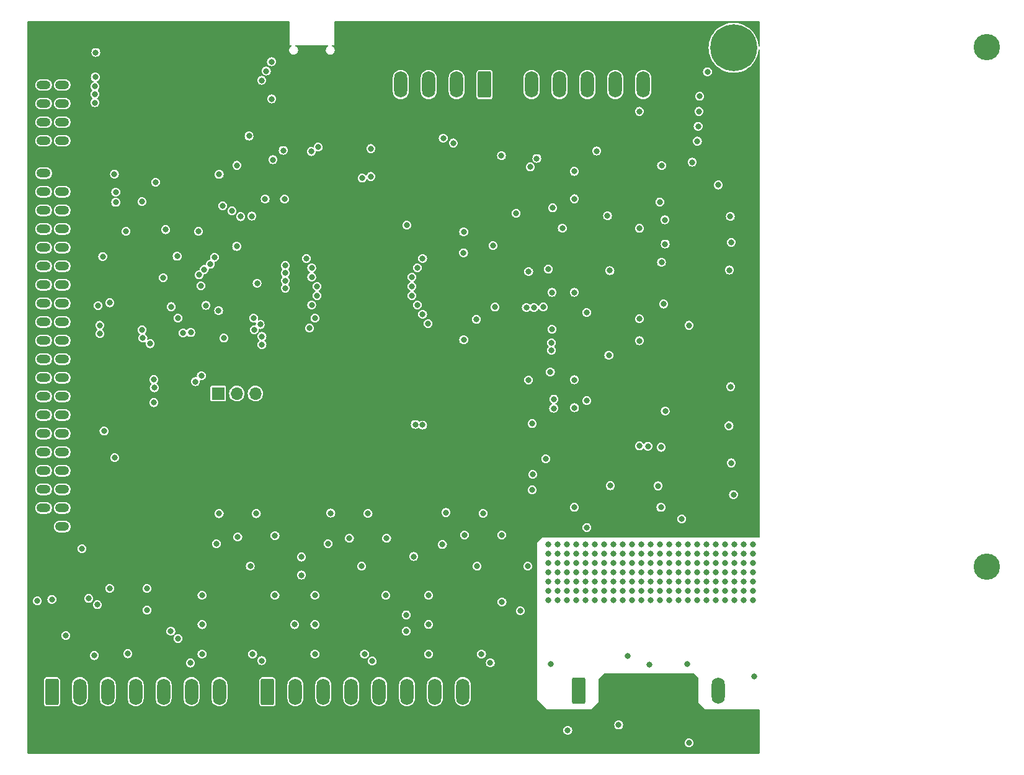
<source format=gbr>
%TF.GenerationSoftware,KiCad,Pcbnew,8.0.4*%
%TF.CreationDate,2024-10-07T11:54:38+07:00*%
%TF.ProjectId,System_Control,53797374-656d-45f4-936f-6e74726f6c2e,rev?*%
%TF.SameCoordinates,Original*%
%TF.FileFunction,Copper,L2,Inr*%
%TF.FilePolarity,Positive*%
%FSLAX46Y46*%
G04 Gerber Fmt 4.6, Leading zero omitted, Abs format (unit mm)*
G04 Created by KiCad (PCBNEW 8.0.4) date 2024-10-07 11:54:38*
%MOMM*%
%LPD*%
G01*
G04 APERTURE LIST*
G04 Aperture macros list*
%AMRoundRect*
0 Rectangle with rounded corners*
0 $1 Rounding radius*
0 $2 $3 $4 $5 $6 $7 $8 $9 X,Y pos of 4 corners*
0 Add a 4 corners polygon primitive as box body*
4,1,4,$2,$3,$4,$5,$6,$7,$8,$9,$2,$3,0*
0 Add four circle primitives for the rounded corners*
1,1,$1+$1,$2,$3*
1,1,$1+$1,$4,$5*
1,1,$1+$1,$6,$7*
1,1,$1+$1,$8,$9*
0 Add four rect primitives between the rounded corners*
20,1,$1+$1,$2,$3,$4,$5,0*
20,1,$1+$1,$4,$5,$6,$7,0*
20,1,$1+$1,$6,$7,$8,$9,0*
20,1,$1+$1,$8,$9,$2,$3,0*%
G04 Aperture macros list end*
%TA.AperFunction,ComponentPad*%
%ADD10O,1.150000X1.800000*%
%TD*%
%TA.AperFunction,ComponentPad*%
%ADD11O,1.450000X2.000000*%
%TD*%
%TA.AperFunction,ComponentPad*%
%ADD12RoundRect,0.250000X0.650000X1.550000X-0.650000X1.550000X-0.650000X-1.550000X0.650000X-1.550000X0*%
%TD*%
%TA.AperFunction,ComponentPad*%
%ADD13O,1.800000X3.600000*%
%TD*%
%TA.AperFunction,ComponentPad*%
%ADD14RoundRect,0.250000X-0.650000X-1.550000X0.650000X-1.550000X0.650000X1.550000X-0.650000X1.550000X0*%
%TD*%
%TA.AperFunction,ComponentPad*%
%ADD15C,0.800000*%
%TD*%
%TA.AperFunction,ComponentPad*%
%ADD16C,6.400000*%
%TD*%
%TA.AperFunction,HeatsinkPad*%
%ADD17C,0.600000*%
%TD*%
%TA.AperFunction,ComponentPad*%
%ADD18C,3.600000*%
%TD*%
%TA.AperFunction,ComponentPad*%
%ADD19R,1.900000X1.200000*%
%TD*%
%TA.AperFunction,ComponentPad*%
%ADD20O,1.900000X1.200000*%
%TD*%
%TA.AperFunction,ComponentPad*%
%ADD21R,1.700000X1.700000*%
%TD*%
%TA.AperFunction,ComponentPad*%
%ADD22O,1.700000X1.700000*%
%TD*%
%TA.AperFunction,ViaPad*%
%ADD23C,0.800000*%
%TD*%
G04 APERTURE END LIST*
D10*
%TO.N,GNDA*%
%TO.C,J2*%
X194725600Y-90694000D03*
D11*
X194575600Y-94494000D03*
X187125600Y-94494000D03*
D10*
X186975600Y-90694000D03*
%TD*%
D12*
%TO.N,RS485_P*%
%TO.C,J3*%
X214421800Y-98141201D03*
D13*
%TO.N,RS485_N*%
X210611800Y-98141201D03*
%TO.N,UART5_TX*%
X206801800Y-98141201D03*
%TO.N,UART5_RX*%
X202991800Y-98141201D03*
%TO.N,GNDA*%
X199181800Y-98141201D03*
%TD*%
D12*
%TO.N,GNDA*%
%TO.C,J1*%
X239872600Y-98129000D03*
D13*
%TO.N,-9V*%
X236062600Y-98129000D03*
%TO.N,+9V*%
X232252600Y-98129000D03*
%TO.N,+3V3_O*%
X228442600Y-98129000D03*
%TO.N,VBAT*%
X224632600Y-98129000D03*
%TO.N,+5V*%
X220822600Y-98129000D03*
%TD*%
D14*
%TO.N,BAT_BAL_9*%
%TO.C,J9*%
X184785000Y-181051200D03*
D13*
%TO.N,BAT_BAL_8*%
X188595000Y-181051200D03*
%TO.N,BAT_BAL_7*%
X192405000Y-181051200D03*
%TO.N,BAT_BAL_6*%
X196215000Y-181051200D03*
%TO.N,BAT_BAL_5*%
X200025000Y-181051200D03*
%TO.N,BAT_BAL_4*%
X203835000Y-181051200D03*
%TO.N,BAT_BAL_3*%
X207645000Y-181051200D03*
%TO.N,BAT_BAL_2*%
X211455000Y-181051200D03*
%TD*%
D15*
%TO.N,N/C*%
%TO.C,H1*%
X246005400Y-93116600D03*
X246708344Y-91419544D03*
X246708344Y-94813656D03*
X248405400Y-90716600D03*
D16*
X248405400Y-93116600D03*
D15*
X248405400Y-95516600D03*
X250102456Y-91419544D03*
X250102456Y-94813656D03*
X250805400Y-93116600D03*
%TD*%
D17*
%TO.N,GNDA*%
%TO.C,U1*%
X168950300Y-98067000D03*
X168950300Y-99467000D03*
X169650300Y-97367000D03*
X169650300Y-98767000D03*
X169650300Y-100167000D03*
X170350300Y-98067000D03*
X170350300Y-99467000D03*
X171050300Y-97367000D03*
X171050300Y-98767000D03*
X171050300Y-100167000D03*
X171750300Y-98067000D03*
X171750300Y-99467000D03*
%TD*%
D14*
%TO.N,GNDA*%
%TO.C,J4*%
X242474800Y-180889400D03*
D13*
%TO.N,V_CHARGER_P*%
X246284800Y-180889400D03*
%TD*%
D14*
%TO.N,BAT_BAL_16*%
%TO.C,J10*%
X155346400Y-181051200D03*
D13*
%TO.N,BAT_BAL_15*%
X159156400Y-181051200D03*
%TO.N,BAT_BAL_14*%
X162966400Y-181051200D03*
%TO.N,BAT_BAL_13*%
X166776400Y-181051200D03*
%TO.N,BAT_BAL_12*%
X170586400Y-181051200D03*
%TO.N,BAT_BAL_11*%
X174396400Y-181051200D03*
%TO.N,BAT_BAL_10*%
X178206400Y-181051200D03*
%TD*%
D14*
%TO.N,BAT_BAL_1*%
%TO.C,J6*%
X227260200Y-180889400D03*
D13*
%TO.N,GNDA*%
X231070200Y-180889400D03*
%TD*%
D18*
%TO.N,N/C*%
%TO.C,U4*%
X282979800Y-92986600D03*
X282979800Y-163986600D03*
D15*
%TO.N,GNDA*%
X153221800Y-93116600D03*
X153321800Y-164116600D03*
X153924744Y-91419544D03*
X153924744Y-94813656D03*
X154024744Y-162419544D03*
X154024744Y-165813656D03*
X155621800Y-90716600D03*
D16*
X155621800Y-93116600D03*
D15*
X155621800Y-95516600D03*
X155721800Y-161716600D03*
D16*
X155721800Y-164116600D03*
D15*
X155721800Y-166516600D03*
D19*
X156749800Y-110226600D03*
D15*
X157318856Y-91419544D03*
X157318856Y-94813656D03*
X157418856Y-162419544D03*
X157418856Y-165813656D03*
X158021800Y-93116600D03*
X158121800Y-164116600D03*
D20*
%TO.N,unconnected-(U4-GPIO1-Pad1_1)*%
X156749800Y-98186600D03*
%TO.N,+5V*%
X154209800Y-110226600D03*
%TO.N,unconnected-(U4-GPIO2-Pad2_1)*%
X154209800Y-98186600D03*
%TO.N,FSMC_NE1*%
X156749800Y-112766600D03*
%TO.N,unconnected-(U4-FONT_CHIP__{slash}CS-Pad3_1)*%
X156749800Y-100726600D03*
%TO.N,FSMC_A16*%
X154209800Y-112766600D03*
%TO.N,unconnected-(U4-FLASH{slash}FONT_DI-Pad4_1)*%
X154209800Y-100726600D03*
%TO.N,FSMC_NOE*%
X156749800Y-115306600D03*
%TO.N,unconnected-(U4-FLASH{slash}FONT_CLK-Pad5_1)*%
X156749800Y-103266600D03*
%TO.N,FSMC_NWE*%
X154209800Y-115306600D03*
%TO.N,unconnected-(U4-FLASH_{slash}WP-Pad6_1)*%
X154209800Y-103266600D03*
%TO.N,unconnected-(U4-E{slash}RESET_NC-Pad7)*%
X156749800Y-117846600D03*
%TO.N,unconnected-(U4-FLASH{slash}FONT_DO-Pad7_1)*%
X156749800Y-105806600D03*
%TO.N,unconnected-(U4-TE-Pad8)*%
X154209800Y-117846600D03*
%TO.N,unconnected-(U4-FLASH_{slash}CS-Pad8_1)*%
X154209800Y-105806600D03*
%TO.N,FSMC_D0*%
X156749800Y-120386600D03*
%TO.N,FSMC_D1*%
X154209800Y-120386600D03*
%TO.N,FSMC_D2*%
X156749800Y-122926600D03*
%TO.N,FSMC_D3*%
X154209800Y-122926600D03*
%TO.N,FSMC_D4*%
X156749800Y-125466600D03*
%TO.N,FSMC_D5*%
X154209800Y-125466600D03*
%TO.N,FSMC_D6*%
X156749800Y-128006600D03*
%TO.N,FSMC_D7*%
X154209800Y-128006600D03*
%TO.N,FSMC_D8*%
X156749800Y-130546600D03*
%TO.N,FSMC_D9*%
X154209800Y-130546600D03*
%TO.N,FSMC_D10*%
X156749800Y-133086600D03*
%TO.N,FSMC_D11*%
X154209800Y-133086600D03*
%TO.N,FSMC_D12*%
X156749800Y-135626600D03*
%TO.N,FSMC_D13*%
X154209800Y-135626600D03*
%TO.N,FSMC_D14*%
X156749800Y-138166600D03*
%TO.N,FSMC_D15*%
X154209800Y-138166600D03*
%TO.N,unconnected-(U4-PD16-Pad25)*%
X156749800Y-140706600D03*
%TO.N,unconnected-(U4-PD17-Pad26)*%
X154209800Y-140706600D03*
%TO.N,unconnected-(U4-PD18-Pad27)*%
X156749800Y-143246600D03*
%TO.N,unconnected-(U4-PD19-Pad28)*%
X154209800Y-143246600D03*
%TO.N,unconnected-(U4-PD20-Pad29)*%
X156749800Y-145786600D03*
%TO.N,unconnected-(U4-PD21-Pad30)*%
X154209800Y-145786600D03*
%TO.N,unconnected-(U4-PD22-Pad31)*%
X156749800Y-148326600D03*
%TO.N,N/C*%
X154209800Y-148326600D03*
%TO.N,SPI2_CS*%
X156749800Y-150866600D03*
%TO.N,SPI2_SCK*%
X154209800Y-150866600D03*
%TO.N,SPI2_MOSI*%
X156749800Y-153406600D03*
%TO.N,SPI2_MISO*%
X154209800Y-153406600D03*
%TO.N,unconnected-(U4-RT-Pad37)*%
X156749800Y-155946600D03*
%TO.N,TOUCH_IRQ*%
X154209800Y-155946600D03*
%TO.N,/DISPLAY/BACKLIGHT*%
X156749800Y-158486600D03*
%TO.N,GNDA*%
X154209800Y-158486600D03*
%TD*%
D21*
%TO.N,VBAT*%
%TO.C,J5*%
X178060400Y-140325600D03*
D22*
%TO.N,Net-(J5-Pin_2)*%
X180600400Y-140325600D03*
%TO.N,Net-(J5-Pin_3)*%
X183140400Y-140325600D03*
%TO.N,GNDA*%
X185680400Y-140325600D03*
%TD*%
D23*
%TO.N,+5V*%
X216719200Y-107839000D03*
X208769000Y-105451400D03*
X244837000Y-96383600D03*
X187102800Y-113775400D03*
%TO.N,GNDA*%
X173869400Y-169713400D03*
X165208000Y-91202000D03*
X205715930Y-136942330D03*
X239680800Y-103317800D03*
X238766400Y-107934200D03*
X175527338Y-131772738D03*
X184283400Y-142129000D03*
X230130400Y-137303000D03*
X164192000Y-91227400D03*
X173590000Y-133264400D03*
X158502400Y-111598200D03*
X178416000Y-142002000D03*
X234550000Y-179340000D03*
X238328200Y-115166721D03*
X177654000Y-113808000D03*
X226650600Y-129156000D03*
X183775400Y-135144000D03*
X164344400Y-116805200D03*
X174606000Y-149622000D03*
X175393400Y-117084600D03*
X213722000Y-108220000D03*
X158477000Y-117541800D03*
X152685800Y-131334000D03*
X182124400Y-136744200D03*
X194291000Y-135753600D03*
X173082000Y-149622000D03*
X223901367Y-143633633D03*
X152685800Y-113579400D03*
X238766400Y-106188000D03*
X210674000Y-111776000D03*
X189084000Y-116602000D03*
X192716200Y-135753600D03*
X168002000Y-153432000D03*
X179432000Y-142002000D03*
X170542000Y-112284000D03*
X222688200Y-107991400D03*
X152685800Y-139106400D03*
X181997400Y-138065000D03*
X230028800Y-109032800D03*
X184918400Y-98644200D03*
X152685800Y-151704800D03*
X238639400Y-131003800D03*
X186848800Y-100447600D03*
X152685800Y-121275600D03*
X213722000Y-107204000D03*
X162217200Y-116932200D03*
X173590000Y-110252000D03*
X234550000Y-181880000D03*
X248266000Y-124730000D03*
X152685800Y-128946400D03*
X170542000Y-113300000D03*
X160280400Y-116754400D03*
X204451000Y-110683800D03*
X238893400Y-121301000D03*
X162518670Y-119342130D03*
X208286400Y-142383000D03*
X191725600Y-112436400D03*
X243592400Y-184750200D03*
X158273800Y-140986000D03*
X152685800Y-134026400D03*
X178873200Y-122774200D03*
X210674000Y-109236000D03*
X194722800Y-99812600D03*
X213722000Y-109236000D03*
X187356800Y-98136200D03*
X171050000Y-153178000D03*
X165868400Y-107204000D03*
X155302000Y-111496600D03*
X223170800Y-150536400D03*
X162668000Y-135144000D03*
X167938481Y-146605801D03*
X191090600Y-99711000D03*
X175876000Y-111522000D03*
X194697400Y-160848800D03*
X168002000Y-150384000D03*
X165208000Y-136668000D03*
X220540600Y-113935000D03*
X213722000Y-110252000D03*
X222649522Y-126729341D03*
X231248000Y-125365000D03*
X238590400Y-152009600D03*
X214128400Y-123739400D03*
X240265000Y-181880000D03*
X177400000Y-142002000D03*
X232645000Y-180610000D03*
X172574000Y-110252000D03*
X205828350Y-111522000D03*
X179381200Y-160823400D03*
X172929600Y-128870200D03*
X210394600Y-160874200D03*
X184969200Y-138166600D03*
X163658600Y-120894600D03*
X223526400Y-109820200D03*
X176358600Y-140986000D03*
X168002000Y-154448000D03*
X171050000Y-150384000D03*
X198380400Y-120310400D03*
X224542400Y-113681000D03*
X165766800Y-119167400D03*
X152685800Y-116195600D03*
X248266000Y-121936000D03*
X165868400Y-106188000D03*
X161398000Y-142408400D03*
X164852400Y-107204000D03*
X173488400Y-105857800D03*
X176384000Y-142002000D03*
X226549000Y-130616400D03*
X238791800Y-125034800D03*
X230079600Y-125339600D03*
X179330400Y-116322600D03*
X176384000Y-112538000D03*
X244633800Y-184750200D03*
X168764000Y-145812000D03*
X238360000Y-181880000D03*
X177757006Y-133443606D03*
X248266000Y-127016000D03*
X168002000Y-155464000D03*
X238360000Y-179340000D03*
X188068000Y-117618000D03*
X160382000Y-142408400D03*
X162217200Y-115738400D03*
X177654000Y-114824000D03*
X211944000Y-111776000D03*
X222434200Y-154575000D03*
X190862000Y-115586000D03*
X219259200Y-183785000D03*
X168002000Y-149368000D03*
X167697200Y-105857800D03*
X211436000Y-107204000D03*
X173082000Y-152162000D03*
X238630660Y-154549600D03*
X204349400Y-107915200D03*
X177654000Y-115840000D03*
X232645000Y-181880000D03*
X162414000Y-142408400D03*
X171558000Y-110252000D03*
X209124600Y-106772200D03*
X160712200Y-136820400D03*
X170542000Y-111268000D03*
X238766400Y-118938800D03*
X168449404Y-112595200D03*
X164750800Y-151577800D03*
X231248000Y-137303000D03*
X162972800Y-143703800D03*
X158604000Y-148606000D03*
X238716200Y-149139400D03*
X238360000Y-180610000D03*
X184029400Y-136795000D03*
X167443200Y-115357400D03*
X190608000Y-126508000D03*
X232645000Y-179340000D03*
X152685800Y-136541000D03*
X211436000Y-104664000D03*
X160153400Y-160036000D03*
X213722000Y-103394000D03*
X213214000Y-123739400D03*
X165208000Y-90186000D03*
X172828000Y-127124000D03*
X167316200Y-124018800D03*
X187255200Y-96536000D03*
X205898800Y-107915200D03*
X168560800Y-115382800D03*
X174504400Y-124825200D03*
X164852400Y-106188000D03*
X223907400Y-116373400D03*
X183318200Y-90592400D03*
X226556950Y-101810800D03*
X240265000Y-180610000D03*
X171050000Y-151908000D03*
X234550000Y-180610000D03*
X164674600Y-101108000D03*
X231171800Y-154752800D03*
X176384000Y-143526000D03*
X249062979Y-119912508D03*
X225126600Y-184750200D03*
X174606000Y-110252000D03*
X196958000Y-106950000D03*
X205828350Y-110677400D03*
X159035800Y-141748000D03*
X226676000Y-158639000D03*
X172538969Y-116738631D03*
X176968200Y-129200400D03*
X170542000Y-114316000D03*
X181972000Y-90592400D03*
X209861200Y-142383000D03*
X211436000Y-108220000D03*
X176384000Y-145304000D03*
X223925887Y-122735537D03*
X177654000Y-112538000D03*
X174326600Y-122647200D03*
X170796000Y-154448000D03*
X211436000Y-105934000D03*
X212960000Y-111014000D03*
X169729200Y-129937000D03*
X173869400Y-160645600D03*
X152685800Y-126355600D03*
X174377400Y-139754194D03*
X152685800Y-154422600D03*
X223678800Y-135728200D03*
X214890400Y-92522800D03*
X231273400Y-109032800D03*
X229978000Y-154752800D03*
X226168000Y-184750200D03*
X170542000Y-110252000D03*
X204984400Y-100168200D03*
X159696200Y-111572800D03*
X240265000Y-179340000D03*
X174556600Y-121224800D03*
X157511800Y-119091200D03*
X204451000Y-111522000D03*
X161347200Y-160594800D03*
X162668000Y-136712400D03*
X164395200Y-115382800D03*
X213722000Y-104664000D03*
X211436000Y-103394000D03*
X163176000Y-90186000D03*
X163430000Y-142408400D03*
X152685800Y-123891800D03*
X174098000Y-129937000D03*
X231654400Y-150714200D03*
X213722000Y-105934000D03*
X199675800Y-117414800D03*
X231324200Y-146980400D03*
X152685800Y-149266400D03*
X164192000Y-90186000D03*
X163938000Y-136668000D03*
X177654000Y-116856000D03*
X222637400Y-146847000D03*
X191725600Y-113808000D03*
X173082000Y-150892000D03*
X197720000Y-117110000D03*
X238262836Y-144675400D03*
X198355000Y-128540000D03*
X226574400Y-122012200D03*
X217049400Y-121383600D03*
X240900000Y-91710000D03*
X237115400Y-150612600D03*
X241408000Y-101108000D03*
X231248000Y-114697000D03*
X230740000Y-94250000D03*
X177527000Y-120589800D03*
X235820000Y-91710000D03*
X231502000Y-110556800D03*
X200213067Y-130414560D03*
X196450000Y-120920000D03*
X198355000Y-124095000D03*
X230740000Y-91710000D03*
X210013600Y-130292600D03*
X175672800Y-120666000D03*
X238360000Y-94250000D03*
X196450000Y-122190000D03*
X238538400Y-146370800D03*
X169424400Y-92218000D03*
X216947800Y-137226800D03*
X198355000Y-127270000D03*
X223348600Y-121936000D03*
X178263600Y-92218000D03*
X198355000Y-122825000D03*
X196450000Y-142510000D03*
X158604000Y-110302800D03*
X216084200Y-134128000D03*
X231324200Y-144516600D03*
X215703200Y-121383600D03*
X196450000Y-129175000D03*
X238360000Y-91710000D03*
X162287000Y-112436400D03*
X200244143Y-122194744D03*
X228200000Y-91710000D03*
X220554000Y-130337600D03*
X241408000Y-102378000D03*
X199625000Y-141240000D03*
X198355000Y-133620000D03*
X235820000Y-94250000D03*
X230486000Y-110531400D03*
X233280000Y-94250000D03*
X198355000Y-134890000D03*
X240900000Y-94250000D03*
X233280000Y-91710000D03*
X209753200Y-114309600D03*
X215855600Y-137226800D03*
X230105000Y-114697000D03*
X228200000Y-94250000D03*
X162287000Y-113350800D03*
X200260000Y-126000000D03*
X225660000Y-91710000D03*
X217176400Y-126254000D03*
X196450000Y-124730000D03*
X225660000Y-94250000D03*
X199625000Y-142510000D03*
X215754000Y-142002000D03*
X158604000Y-109109000D03*
X215754000Y-140986000D03*
X238614000Y-117694200D03*
X196450000Y-141240000D03*
X231317800Y-143526000D03*
X231349600Y-139081000D03*
X251314000Y-105857800D03*
X217278000Y-142002000D03*
X241408000Y-103902000D03*
X211105800Y-114309600D03*
X196450000Y-130445000D03*
%TO.N,+9V*%
X236709000Y-147513800D03*
X235566000Y-117770400D03*
X235540600Y-130114800D03*
X243567000Y-103825800D03*
X235540600Y-101793800D03*
%TO.N,-9V*%
X228378400Y-158613600D03*
X243465400Y-105857800D03*
X238341000Y-114163600D03*
X228352400Y-129251200D03*
X228372050Y-141290800D03*
%TO.N,/ESP32/FLASH*%
X180600900Y-109159800D03*
%TO.N,/ESP32/EN*%
X161347700Y-93742000D03*
%TO.N,VBAT*%
X161220200Y-100600000D03*
X175368000Y-118176800D03*
X180575000Y-120234200D03*
X162287000Y-121605800D03*
X161220200Y-99431600D03*
X161271000Y-97120200D03*
X210140600Y-106111800D03*
X178822400Y-132756400D03*
X168764000Y-133524000D03*
X243789200Y-99736400D03*
X161245600Y-98390200D03*
X165466300Y-118176800D03*
X167646400Y-114112800D03*
%TO.N,/STM32F407VET6/NRST*%
X163887200Y-110353600D03*
%TO.N,NTC_9-*%
X226695050Y-142256000D03*
X238512400Y-147666200D03*
%TO.N,NTC_1-*%
X226670850Y-155870400D03*
X238487000Y-155870400D03*
%TO.N,NTC_5-*%
X238842600Y-128108200D03*
X226651200Y-126508000D03*
%TO.N,NTC_13-*%
X223628000Y-126508000D03*
X220440600Y-123675800D03*
%TO.N,NTC_BAT9*%
X220986400Y-151374600D03*
%TO.N,NTC_BAT5*%
X221151403Y-128590800D03*
X223704200Y-114976400D03*
%TO.N,NTC_BAT13*%
X218725800Y-115719550D03*
%TO.N,NTC_14-*%
X211550600Y-121097800D03*
X223120000Y-123333000D03*
%TO.N,NTC_BAT10*%
X235566600Y-147488400D03*
%TO.N,NTC_BAT2*%
X220910200Y-153482800D03*
X238106000Y-152930400D03*
%TO.N,NTC_BAT6*%
X239071200Y-119904000D03*
X223551800Y-133391400D03*
%TO.N,NTC_BAT14*%
X211563000Y-118253000D03*
%TO.N,NTC_11-*%
X220427600Y-138471400D03*
X223875600Y-141087600D03*
%TO.N,NTC_3-*%
X226651200Y-138446000D03*
X239077973Y-142706800D03*
%TO.N,NTC_7-*%
X238580270Y-109193530D03*
X226663032Y-109991968D03*
%TO.N,NTC_15-*%
X226682350Y-113731800D03*
X239020400Y-116602000D03*
%TO.N,NTC_BAT11*%
X213290200Y-130191000D03*
%TO.N,NTC_BAT7*%
X220656200Y-109388400D03*
X220122851Y-128565451D03*
%TO.N,NTC_BAT15*%
X222434200Y-128514600D03*
%TO.N,NTC_BAT12*%
X211563000Y-132985000D03*
%TO.N,NTC_BAT4*%
X235540600Y-133112000D03*
X223399400Y-137379200D03*
%TO.N,NTC_BAT8*%
X242754200Y-108728000D03*
X215855600Y-128521000D03*
%TO.N,NTC_BAT16*%
X223553160Y-134422700D03*
%TO.N,VOL_BAT1*%
X205962600Y-121871600D03*
%TO.N,VOL_BAT2*%
X205232400Y-123141600D03*
%TO.N,VOL_BAT3*%
X204502200Y-124411600D03*
%TO.N,VOL_BAT4*%
X204502200Y-125681600D03*
%TO.N,VOL_BAT5*%
X204502200Y-126951600D03*
%TO.N,VOL_BAT6*%
X205232400Y-128221600D03*
%TO.N,VOL_BAT7*%
X205962600Y-129491600D03*
%TO.N,VOL_BAT8*%
X206712000Y-130761600D03*
%TO.N,VOL_BAT9*%
X190526000Y-131384800D03*
%TO.N,VOL_BAT10*%
X191256200Y-130031400D03*
%TO.N,VOL_BAT11*%
X190818000Y-128221600D03*
%TO.N,VOL_BAT12*%
X191548200Y-126951600D03*
%TO.N,VOL_BAT13*%
X191548200Y-125681600D03*
%TO.N,VOL_BAT14*%
X190818000Y-124411600D03*
%TO.N,VOL_BAT15*%
X190817600Y-123151525D03*
%TO.N,VOL_BAT16*%
X190087400Y-121871600D03*
%TO.N,ADC1_IN1*%
X179940000Y-115392009D03*
X164065000Y-114214400D03*
%TO.N,ADC1_IN2*%
X164065000Y-112817400D03*
X178670000Y-114682637D03*
%TO.N,/STM32F407VET6/LED_TEST*%
X172447000Y-121580400D03*
%TO.N,/STM32F407VET6/LED_STATUS*%
X170872200Y-117948200D03*
%TO.N,FSMC_D15*%
X169261399Y-141565199D03*
%TO.N,SPI2_CS*%
X162464800Y-145456400D03*
%TO.N,FSMC_D13*%
X169261400Y-138420600D03*
%TO.N,FSMC_D9*%
X161912400Y-132146800D03*
%TO.N,FSMC_D7*%
X161658399Y-128307932D03*
%TO.N,FSMC_D5*%
X163251421Y-127935760D03*
%TO.N,FSMC_D3*%
X173261400Y-132045200D03*
%TO.N,FSMC_D1*%
X172558100Y-130029100D03*
%TO.N,FSMC_NWE*%
X176380931Y-128289069D03*
%TO.N,FSMC_D12*%
X167773400Y-132750000D03*
%TO.N,FSMC_D14*%
X169322800Y-139538200D03*
%TO.N,FSMC_D10*%
X161880600Y-131003800D03*
%TO.N,FSMC_D8*%
X167652669Y-131632531D03*
%TO.N,FSMC_D2*%
X174309074Y-131994264D03*
%TO.N,FSMC_D0*%
X171634200Y-128470200D03*
%TO.N,FSMC_NOE*%
X178111200Y-129022600D03*
%TO.N,FSMC_A16*%
X170556600Y-124501400D03*
%TO.N,FSMC_NE1*%
X175691738Y-125606400D03*
%TO.N,Net-(Q5-G)*%
X209124401Y-156569000D03*
%TO.N,Net-(Q6-G)*%
X178187400Y-156721800D03*
%TO.N,BAT_BAL_5*%
X204755800Y-162576000D03*
%TO.N,BAT_BAL_13*%
X171588800Y-172786800D03*
X174269600Y-177124000D03*
%TO.N,Net-(Q7-G)*%
X211663600Y-159636000D03*
%TO.N,Net-(Q8-G)*%
X180727400Y-159922200D03*
%TO.N,BAT_BAL_4*%
X214001400Y-175911000D03*
X215195200Y-177104800D03*
X208667201Y-160950400D03*
%TO.N,BAT_BAL_12*%
X182759400Y-175911798D03*
X183978600Y-176800000D03*
X177806400Y-160836600D03*
%TO.N,Net-(Q9-G)*%
X214206500Y-156683200D03*
%TO.N,Net-(Q10-G)*%
X183267400Y-156721800D03*
%TO.N,BAT_BAL_3*%
X219284401Y-170003951D03*
%TO.N,BAT_BAL_11*%
X188474400Y-171873198D03*
%TO.N,Net-(Q11-G)*%
X216743600Y-159636000D03*
%TO.N,Net-(Q12-G)*%
X185807400Y-159719000D03*
%TO.N,BAT_BAL_2*%
X216795201Y-168784950D03*
%TO.N,BAT_BAL_10*%
X185807400Y-167885398D03*
%TO.N,Net-(D51-A)*%
X157257800Y-173371000D03*
%TO.N,Net-(Q13-G)*%
X193427400Y-156651799D03*
%TO.N,Net-(Q14-G)*%
X163238600Y-166932600D03*
%TO.N,Net-(D59-A)*%
X165716000Y-175860200D03*
%TO.N,BAT_BAL_9*%
X189414200Y-162652200D03*
X189414200Y-165116000D03*
%TO.N,Net-(Q15-G)*%
X195967400Y-160087199D03*
%TO.N,BAT_BAL_8*%
X198024800Y-175911798D03*
X193047400Y-160824198D03*
X199091600Y-176850800D03*
%TO.N,BAT_BAL_16*%
X161550400Y-169161000D03*
%TO.N,Net-(Q17-G)*%
X198507400Y-156702599D03*
%TO.N,Net-(Q18-G)*%
X168318600Y-166958000D03*
%TO.N,BAT_BAL_7*%
X203726200Y-170551600D03*
X203726200Y-172761400D03*
%TO.N,BAT_BAL_15*%
X168332200Y-169891200D03*
%TO.N,Net-(Q19-G)*%
X201047400Y-160087199D03*
%TO.N,BAT_BAL_6*%
X200932200Y-167885398D03*
%TO.N,BAT_BAL_1*%
X220300600Y-163908150D03*
%TO.N,Net-(Q5-D)*%
X206775001Y-175911000D03*
%TO.N,Net-(Q6-D)*%
X175838000Y-175911798D03*
%TO.N,Net-(Q7-D)*%
X206775001Y-171872400D03*
%TO.N,Net-(Q8-D)*%
X175838000Y-171873198D03*
%TO.N,Net-(Q9-D)*%
X206775001Y-167884600D03*
%TO.N,Net-(Q10-D)*%
X175838000Y-167885398D03*
%TO.N,Net-(Q11-D)*%
X213391601Y-163896800D03*
%TO.N,Net-(Q12-D)*%
X182435600Y-163897598D03*
%TO.N,Net-(Q13-D)*%
X191249400Y-175911798D03*
%TO.N,Net-(Q14-D)*%
X155346400Y-168430800D03*
%TO.N,Net-(Q15-D)*%
X191249400Y-171873198D03*
%TO.N,Net-(Q16-D)*%
X161144000Y-176114200D03*
%TO.N,Net-(Q17-D)*%
X191249400Y-167885398D03*
%TO.N,Net-(Q18-D)*%
X160382000Y-168316400D03*
%TO.N,Net-(Q19-D)*%
X197630200Y-163897598D03*
%TO.N,Net-(Q20-D)*%
X172574000Y-173777400D03*
%TO.N,Net-(Q24-C)*%
X232721200Y-185588400D03*
X236912200Y-177308000D03*
%TO.N,Net-(Q22-G)*%
X251212400Y-178959000D03*
X242093800Y-177282600D03*
%TO.N,Net-(Q22-D)*%
X237090000Y-168570400D03*
X240900000Y-164760400D03*
X229470000Y-160950400D03*
X233280000Y-160950400D03*
X235820000Y-168570400D03*
X226930000Y-168570400D03*
X226930000Y-163490400D03*
X245980000Y-167300400D03*
X248520000Y-162220400D03*
X251060000Y-167300400D03*
X249790000Y-164760400D03*
X229470000Y-166030400D03*
X242170000Y-166030400D03*
X245980000Y-166030400D03*
X233280000Y-168570400D03*
X243440000Y-167300400D03*
X234550000Y-164760400D03*
X234550000Y-163490400D03*
X242170000Y-160950400D03*
X235820000Y-164760400D03*
X234550000Y-168570400D03*
X229470000Y-163490400D03*
X223120000Y-168570400D03*
X234550000Y-160950400D03*
X239630000Y-168570400D03*
X229470000Y-168570400D03*
X237090000Y-160950400D03*
X249790000Y-163490400D03*
X223120000Y-162220400D03*
X240900000Y-167300400D03*
X242170000Y-167300400D03*
X238360000Y-164760400D03*
X225660000Y-160950400D03*
X228200000Y-162220400D03*
X232010000Y-167300400D03*
X226930000Y-166030400D03*
X225660000Y-166030400D03*
X235820000Y-167300400D03*
X235820000Y-166030400D03*
X233280000Y-167300400D03*
X244710000Y-164760400D03*
X248520000Y-168570400D03*
X240900000Y-160950400D03*
X237090000Y-163490400D03*
X248520000Y-163490400D03*
X237090000Y-164760400D03*
X243440000Y-164760400D03*
X235820000Y-162220400D03*
X245980000Y-163490400D03*
X233280000Y-163490400D03*
X225660000Y-168570400D03*
X240900000Y-163490400D03*
X232010000Y-164760400D03*
X242170000Y-163490400D03*
X225660000Y-163490400D03*
X248520000Y-164760400D03*
X225660000Y-164760400D03*
X224390000Y-168570400D03*
X228200000Y-160950400D03*
X244710000Y-162220400D03*
X230740000Y-163490400D03*
X247250000Y-166030400D03*
X242170000Y-168570400D03*
X228200000Y-167300400D03*
X233280000Y-166030400D03*
X224390000Y-166030400D03*
X223120000Y-160950400D03*
X249790000Y-160950400D03*
X223120000Y-164760400D03*
X239630000Y-166030400D03*
X228200000Y-166030400D03*
X234550000Y-162220400D03*
X226930000Y-167300400D03*
X230740000Y-168570400D03*
X243440000Y-168570400D03*
X234550000Y-167300400D03*
X223120000Y-163490400D03*
X245980000Y-160950400D03*
X240900000Y-162220400D03*
X239630000Y-162220400D03*
X238360000Y-163490400D03*
X248520000Y-160950400D03*
X247250000Y-168570400D03*
X229470000Y-164760400D03*
X243440000Y-166030400D03*
X245980000Y-168570400D03*
X242170000Y-162220400D03*
X251060000Y-160950400D03*
X223120000Y-166030400D03*
X228200000Y-163490400D03*
X243440000Y-162220400D03*
X247250000Y-162220400D03*
X228200000Y-164760400D03*
X224390000Y-167300400D03*
X245980000Y-164760400D03*
X239630000Y-160950400D03*
X229470000Y-167300400D03*
X232010000Y-160950400D03*
X224390000Y-164760400D03*
X249790000Y-162220400D03*
X247250000Y-164760400D03*
X228200000Y-168570400D03*
X251060000Y-162220400D03*
X243440000Y-160950400D03*
X232010000Y-166030400D03*
X249790000Y-167300400D03*
X251060000Y-164760400D03*
X232010000Y-168570400D03*
X232010000Y-163490400D03*
X230740000Y-164760400D03*
X251060000Y-168570400D03*
X238360000Y-168570400D03*
X240900000Y-166030400D03*
X244710000Y-167300400D03*
X238360000Y-166030400D03*
X247250000Y-160950400D03*
X225660000Y-162220400D03*
X230740000Y-160950400D03*
X239630000Y-167300400D03*
X251060000Y-163490400D03*
X247250000Y-167300400D03*
X244710000Y-168570400D03*
X242170000Y-164760400D03*
X248520000Y-166030400D03*
X249790000Y-166030400D03*
X229470000Y-162220400D03*
X224390000Y-160950400D03*
X251060000Y-166030400D03*
X240900000Y-168570400D03*
X243440000Y-163490400D03*
X234550000Y-166030400D03*
X230740000Y-166030400D03*
X245980000Y-162220400D03*
X226930000Y-162220400D03*
X237090000Y-167300400D03*
X233280000Y-162220400D03*
X230740000Y-167300400D03*
X226930000Y-160950400D03*
X224390000Y-163490400D03*
X238360000Y-160950400D03*
X224390000Y-162220400D03*
X226930000Y-164760400D03*
X244710000Y-166030400D03*
X238360000Y-167300400D03*
X233280000Y-164760400D03*
X237090000Y-162220400D03*
X248520000Y-167300400D03*
X247250000Y-163490400D03*
X223120000Y-167300400D03*
X237090000Y-166030400D03*
X230740000Y-162220400D03*
X238360000Y-162220400D03*
X232010000Y-162220400D03*
X235820000Y-160950400D03*
X239630000Y-164760400D03*
X244710000Y-160950400D03*
X225660000Y-167300400D03*
X249790000Y-168570400D03*
X235820000Y-163490400D03*
X244710000Y-163490400D03*
X239630000Y-163490400D03*
%TO.N,Net-(Q23-G)*%
X233940400Y-176139600D03*
X223450200Y-177282600D03*
%TO.N,U0_P*%
X185324800Y-95012000D03*
X191700200Y-106670600D03*
%TO.N,U0_N*%
X184620000Y-96282000D03*
X190760400Y-107280200D03*
%TO.N,Net-(U1-IO16)*%
X182265900Y-105164800D03*
%TO.N,Net-(U2-~{DTR})*%
X186927200Y-107120600D03*
%TO.N,Net-(U2-~{RTS})*%
X185530200Y-108390600D03*
%TO.N,/STM32F407VET6/BOOT0*%
X183365841Y-125266559D03*
X169501100Y-111471200D03*
%TO.N,UART1_TX*%
X174961600Y-138700000D03*
X178193800Y-110404400D03*
%TO.N,UART1_RX*%
X175758200Y-137887200D03*
X184461200Y-113776200D03*
%TO.N,RS485_CONTROL*%
X197694600Y-110912400D03*
X184029400Y-133645400D03*
%TO.N,ADC1_IN1_S0*%
X181108400Y-116170200D03*
X177552400Y-121707400D03*
%TO.N,ADC1_IN1_S1*%
X182661041Y-116096809D03*
X176993600Y-122672600D03*
%TO.N,ADC1_IN2_S0*%
X204959000Y-144542000D03*
X187213841Y-122841973D03*
%TO.N,ADC1_IN2_S1*%
X187213841Y-123862974D03*
X205958921Y-144623075D03*
%TO.N,ADC1_IN2_S2*%
X187213841Y-124906662D03*
X223850494Y-142344233D03*
%TO.N,ADC1_IN2_S3*%
X187213841Y-125923800D03*
X220910200Y-144440400D03*
%TO.N,CHARGE*%
X175469600Y-124120400D03*
X159467600Y-161509200D03*
X242322400Y-188026800D03*
%TO.N,DISCHARGE*%
X225774400Y-186325000D03*
X153370167Y-168645196D03*
X176155400Y-123383800D03*
%TO.N,UART4_RX*%
X198888400Y-106873800D03*
X182965669Y-131607000D03*
%TO.N,UART4_TX*%
X198888400Y-110683800D03*
X184029400Y-132524000D03*
%TO.N,/ESP32/LED_TEST*%
X185376100Y-100092000D03*
%TO.N,/ESP32/LED_STATUS*%
X183979100Y-97552000D03*
%TO.N,+3V3_O*%
X248393000Y-154117800D03*
X222764400Y-149241000D03*
X231578200Y-152917600D03*
X203790600Y-117344000D03*
X247834200Y-123460000D03*
X223628000Y-131537200D03*
X229724000Y-107204000D03*
X246335600Y-111852200D03*
X221545200Y-108220000D03*
X242322400Y-131003800D03*
X215557000Y-120113600D03*
X238567058Y-122393200D03*
X231527400Y-123542600D03*
X163912600Y-149088600D03*
X243668600Y-101793800D03*
X225026000Y-117756800D03*
X231375000Y-135093200D03*
X248088200Y-149799800D03*
X247783400Y-144719800D03*
X247961200Y-116144800D03*
X231197200Y-116062200D03*
X248012000Y-139385800D03*
X248088200Y-119675400D03*
X241331800Y-157445200D03*
%TO.N,UART5_TX*%
X183788215Y-130902200D03*
%TO.N,UART5_RX*%
X182886400Y-130024000D03*
%TD*%
%TA.AperFunction,Conductor*%
%TO.N,GNDA*%
G36*
X165944600Y-89855800D02*
G01*
X165944600Y-91557600D01*
X165766800Y-91735400D01*
X159315200Y-91735400D01*
X159061200Y-91481400D01*
X159061200Y-89906600D01*
X159315200Y-89652600D01*
X165741400Y-89652600D01*
X165944600Y-89855800D01*
G37*
%TD.AperFunction*%
%TD*%
%TA.AperFunction,Conductor*%
%TO.N,GNDA*%
G36*
X169170400Y-115103400D02*
G01*
X169170400Y-117491000D01*
X169119600Y-117541800D01*
X168560800Y-117541800D01*
X168459200Y-117440200D01*
X168459200Y-116068600D01*
X168205200Y-115814600D01*
X166224000Y-115814600D01*
X166046200Y-115636800D01*
X166046200Y-115128800D01*
X166249400Y-114925600D01*
X168992600Y-114925600D01*
X169170400Y-115103400D01*
G37*
%TD.AperFunction*%
%TD*%
%TA.AperFunction,Conductor*%
%TO.N,GNDA*%
G36*
X183826200Y-89906600D02*
G01*
X183826200Y-91506800D01*
X183521400Y-91811600D01*
X178644600Y-91811600D01*
X178390600Y-91557600D01*
X178390600Y-89957400D01*
X178619200Y-89728800D01*
X183648400Y-89728800D01*
X183826200Y-89906600D01*
G37*
%TD.AperFunction*%
%TD*%
%TA.AperFunction,Conductor*%
%TO.N,GNDA*%
G36*
X173615400Y-114747800D02*
G01*
X173615400Y-116449600D01*
X172904200Y-117160800D01*
X172345400Y-117160800D01*
X171812000Y-116627400D01*
X171812000Y-114925600D01*
X172218400Y-114519200D01*
X173386800Y-114519200D01*
X173615400Y-114747800D01*
G37*
%TD.AperFunction*%
%TD*%
%TA.AperFunction,Conductor*%
%TO.N,GNDA*%
G36*
X176942800Y-116779800D02*
G01*
X176942800Y-117440200D01*
X176841200Y-117541800D01*
X173920200Y-117541800D01*
X173844000Y-117465600D01*
X173844000Y-116856000D01*
X173996400Y-116703600D01*
X176866600Y-116703600D01*
X176942800Y-116779800D01*
G37*
%TD.AperFunction*%
%TD*%
%TA.AperFunction,Conductor*%
%TO.N,GNDA*%
G36*
X187772531Y-89519413D02*
G01*
X187809076Y-89569713D01*
X187814000Y-89600800D01*
X187814000Y-92726000D01*
X188000950Y-92726000D01*
X188060081Y-92745213D01*
X188096626Y-92795513D01*
X188096626Y-92857687D01*
X188060081Y-92907987D01*
X188051251Y-92913722D01*
X188046143Y-92916670D01*
X188019709Y-92936953D01*
X188008775Y-92944259D01*
X187979916Y-92960922D01*
X187956360Y-92984477D01*
X187946472Y-92993149D01*
X187920038Y-93013433D01*
X187920033Y-93013438D01*
X187899749Y-93039872D01*
X187891077Y-93049760D01*
X187867522Y-93073316D01*
X187850859Y-93102175D01*
X187843553Y-93113109D01*
X187823268Y-93139547D01*
X187810517Y-93170328D01*
X187804700Y-93182123D01*
X187788042Y-93210978D01*
X187788039Y-93210984D01*
X187779416Y-93243165D01*
X187775188Y-93255620D01*
X187762439Y-93286399D01*
X187762438Y-93286406D01*
X187758090Y-93319430D01*
X187755524Y-93332333D01*
X187746900Y-93364518D01*
X187746900Y-93397841D01*
X187746039Y-93410972D01*
X187741691Y-93443998D01*
X187741691Y-93444001D01*
X187746039Y-93477025D01*
X187746900Y-93490157D01*
X187746900Y-93523484D01*
X187755523Y-93555663D01*
X187758090Y-93568569D01*
X187762438Y-93601595D01*
X187762439Y-93601597D01*
X187775184Y-93632367D01*
X187775187Y-93632373D01*
X187779417Y-93644835D01*
X187788039Y-93677015D01*
X187788041Y-93677020D01*
X187804698Y-93705870D01*
X187810517Y-93717670D01*
X187823269Y-93748455D01*
X187823270Y-93748456D01*
X187843553Y-93774890D01*
X187850862Y-93785830D01*
X187867516Y-93814675D01*
X187867520Y-93814680D01*
X187891077Y-93838237D01*
X187899747Y-93848123D01*
X187920035Y-93874563D01*
X187920037Y-93874565D01*
X187920038Y-93874566D01*
X187946471Y-93894848D01*
X187956357Y-93903517D01*
X187979920Y-93927080D01*
X188008775Y-93943739D01*
X188019712Y-93951048D01*
X188046143Y-93971330D01*
X188046144Y-93971330D01*
X188046145Y-93971331D01*
X188076936Y-93984084D01*
X188088720Y-93989895D01*
X188117581Y-94006559D01*
X188149770Y-94015183D01*
X188162212Y-94019406D01*
X188193003Y-94032161D01*
X188226032Y-94036508D01*
X188238938Y-94039076D01*
X188271121Y-94047700D01*
X188304442Y-94047700D01*
X188317574Y-94048561D01*
X188350598Y-94052909D01*
X188350600Y-94052909D01*
X188350602Y-94052909D01*
X188383626Y-94048561D01*
X188396758Y-94047700D01*
X188430076Y-94047700D01*
X188430079Y-94047700D01*
X188462275Y-94039072D01*
X188475153Y-94036510D01*
X188508197Y-94032161D01*
X188538978Y-94019410D01*
X188551427Y-94015183D01*
X188583619Y-94006559D01*
X188612479Y-93989895D01*
X188624267Y-93984082D01*
X188655055Y-93971331D01*
X188681500Y-93951038D01*
X188692422Y-93943740D01*
X188721280Y-93927080D01*
X188744835Y-93903523D01*
X188754719Y-93894854D01*
X188781164Y-93874564D01*
X188801454Y-93848119D01*
X188810125Y-93838234D01*
X188833680Y-93814680D01*
X188850340Y-93785822D01*
X188857638Y-93774900D01*
X188877931Y-93748455D01*
X188890682Y-93717667D01*
X188896495Y-93705879D01*
X188913159Y-93677019D01*
X188921783Y-93644827D01*
X188926012Y-93632373D01*
X188938761Y-93601597D01*
X188943110Y-93568553D01*
X188945675Y-93555663D01*
X188954300Y-93523479D01*
X188954300Y-93490157D01*
X188955161Y-93477025D01*
X188959509Y-93444001D01*
X188959509Y-93443998D01*
X188955161Y-93410972D01*
X188954300Y-93397841D01*
X188954300Y-93364524D01*
X188954300Y-93364521D01*
X188945675Y-93332333D01*
X188943108Y-93319429D01*
X188938761Y-93286403D01*
X188926010Y-93255619D01*
X188921784Y-93243169D01*
X188913159Y-93210981D01*
X188896498Y-93182124D01*
X188890683Y-93170333D01*
X188877931Y-93139546D01*
X188857644Y-93113107D01*
X188850341Y-93102177D01*
X188833680Y-93073320D01*
X188810125Y-93049765D01*
X188801448Y-93039871D01*
X188781164Y-93013436D01*
X188781160Y-93013433D01*
X188754723Y-92993147D01*
X188744837Y-92984477D01*
X188721280Y-92960920D01*
X188721275Y-92960916D01*
X188692430Y-92944262D01*
X188681490Y-92936953D01*
X188664202Y-92923688D01*
X188655055Y-92916669D01*
X188655049Y-92916666D01*
X188649956Y-92913726D01*
X188608350Y-92867524D01*
X188601847Y-92805691D01*
X188632930Y-92751845D01*
X188689727Y-92726552D01*
X188700250Y-92726000D01*
X193000950Y-92726000D01*
X193060081Y-92745213D01*
X193096626Y-92795513D01*
X193096626Y-92857687D01*
X193060081Y-92907987D01*
X193051251Y-92913722D01*
X193046143Y-92916670D01*
X193019709Y-92936953D01*
X193008775Y-92944259D01*
X192979916Y-92960922D01*
X192956360Y-92984477D01*
X192946472Y-92993149D01*
X192920038Y-93013433D01*
X192920033Y-93013438D01*
X192899749Y-93039872D01*
X192891077Y-93049760D01*
X192867522Y-93073316D01*
X192850859Y-93102175D01*
X192843553Y-93113109D01*
X192823268Y-93139547D01*
X192810517Y-93170328D01*
X192804700Y-93182123D01*
X192788042Y-93210978D01*
X192788039Y-93210984D01*
X192779416Y-93243165D01*
X192775188Y-93255620D01*
X192762439Y-93286399D01*
X192762438Y-93286406D01*
X192758090Y-93319430D01*
X192755524Y-93332333D01*
X192746900Y-93364518D01*
X192746900Y-93397841D01*
X192746039Y-93410972D01*
X192741691Y-93443998D01*
X192741691Y-93444001D01*
X192746039Y-93477025D01*
X192746900Y-93490157D01*
X192746900Y-93523484D01*
X192755523Y-93555663D01*
X192758090Y-93568569D01*
X192762438Y-93601595D01*
X192762439Y-93601597D01*
X192775184Y-93632367D01*
X192775187Y-93632373D01*
X192779417Y-93644835D01*
X192788039Y-93677015D01*
X192788041Y-93677020D01*
X192804698Y-93705870D01*
X192810517Y-93717670D01*
X192823269Y-93748455D01*
X192823270Y-93748456D01*
X192843553Y-93774890D01*
X192850862Y-93785830D01*
X192867516Y-93814675D01*
X192867520Y-93814680D01*
X192891077Y-93838237D01*
X192899747Y-93848123D01*
X192920035Y-93874563D01*
X192920037Y-93874565D01*
X192920038Y-93874566D01*
X192946471Y-93894848D01*
X192956357Y-93903517D01*
X192979920Y-93927080D01*
X193008775Y-93943739D01*
X193019712Y-93951048D01*
X193046143Y-93971330D01*
X193046144Y-93971330D01*
X193046145Y-93971331D01*
X193076936Y-93984084D01*
X193088720Y-93989895D01*
X193117581Y-94006559D01*
X193149770Y-94015183D01*
X193162212Y-94019406D01*
X193193003Y-94032161D01*
X193226032Y-94036508D01*
X193238938Y-94039076D01*
X193271121Y-94047700D01*
X193304442Y-94047700D01*
X193317574Y-94048561D01*
X193350598Y-94052909D01*
X193350600Y-94052909D01*
X193350602Y-94052909D01*
X193383626Y-94048561D01*
X193396758Y-94047700D01*
X193430076Y-94047700D01*
X193430079Y-94047700D01*
X193462275Y-94039072D01*
X193475153Y-94036510D01*
X193508197Y-94032161D01*
X193538978Y-94019410D01*
X193551427Y-94015183D01*
X193583619Y-94006559D01*
X193612479Y-93989895D01*
X193624267Y-93984082D01*
X193655055Y-93971331D01*
X193681500Y-93951038D01*
X193692422Y-93943740D01*
X193721280Y-93927080D01*
X193744835Y-93903523D01*
X193754719Y-93894854D01*
X193781164Y-93874564D01*
X193801454Y-93848119D01*
X193810125Y-93838234D01*
X193833680Y-93814680D01*
X193850340Y-93785822D01*
X193857638Y-93774900D01*
X193877931Y-93748455D01*
X193890682Y-93717667D01*
X193896495Y-93705879D01*
X193913159Y-93677019D01*
X193921783Y-93644827D01*
X193926012Y-93632373D01*
X193938761Y-93601597D01*
X193943110Y-93568553D01*
X193945675Y-93555663D01*
X193954300Y-93523479D01*
X193954300Y-93490157D01*
X193955161Y-93477025D01*
X193959509Y-93444001D01*
X193959509Y-93443998D01*
X193955161Y-93410972D01*
X193954300Y-93397841D01*
X193954300Y-93364524D01*
X193954300Y-93364521D01*
X193945675Y-93332333D01*
X193943108Y-93319429D01*
X193938761Y-93286403D01*
X193926010Y-93255619D01*
X193921784Y-93243169D01*
X193913159Y-93210981D01*
X193896498Y-93182124D01*
X193890683Y-93170333D01*
X193877931Y-93139546D01*
X193857644Y-93113107D01*
X193850341Y-93102177D01*
X193833680Y-93073320D01*
X193810125Y-93049765D01*
X193801448Y-93039871D01*
X193781164Y-93013436D01*
X193781160Y-93013433D01*
X193754723Y-92993147D01*
X193744837Y-92984477D01*
X193721280Y-92960920D01*
X193721275Y-92960916D01*
X193692430Y-92944262D01*
X193681490Y-92936953D01*
X193664202Y-92923688D01*
X193655055Y-92916669D01*
X193655049Y-92916666D01*
X193649956Y-92913726D01*
X193608350Y-92867524D01*
X193601847Y-92805691D01*
X193632930Y-92751845D01*
X193689727Y-92726552D01*
X193700250Y-92726000D01*
X193910000Y-92726000D01*
X193910000Y-89600800D01*
X193929213Y-89541669D01*
X193979513Y-89505124D01*
X194010600Y-89500200D01*
X251899200Y-89500200D01*
X251958331Y-89519413D01*
X251994876Y-89569713D01*
X251999800Y-89600800D01*
X251999800Y-92828012D01*
X251980587Y-92887143D01*
X251930287Y-92923688D01*
X251868113Y-92923688D01*
X251817813Y-92887143D01*
X251798748Y-92833458D01*
X251794118Y-92748064D01*
X251794117Y-92748059D01*
X251794117Y-92748055D01*
X251734406Y-92383830D01*
X251635664Y-92028197D01*
X251499051Y-91685324D01*
X251326168Y-91359232D01*
X251119042Y-91053743D01*
X251119035Y-91053735D01*
X251119029Y-91053727D01*
X250880107Y-90772448D01*
X250880105Y-90772446D01*
X250880100Y-90772440D01*
X250612145Y-90518619D01*
X250318318Y-90295257D01*
X250158539Y-90199121D01*
X250002062Y-90104972D01*
X249667089Y-89949997D01*
X249317321Y-89832147D01*
X249317322Y-89832147D01*
X248956862Y-89752804D01*
X248589956Y-89712901D01*
X248589948Y-89712900D01*
X248589943Y-89712900D01*
X248220857Y-89712900D01*
X248220851Y-89712900D01*
X248220843Y-89712901D01*
X247853937Y-89752804D01*
X247493478Y-89832147D01*
X247143710Y-89949997D01*
X246808737Y-90104972D01*
X246492485Y-90295255D01*
X246198657Y-90518617D01*
X245930703Y-90772437D01*
X245930692Y-90772448D01*
X245691770Y-91053727D01*
X245691756Y-91053745D01*
X245484634Y-91359228D01*
X245484625Y-91359243D01*
X245311752Y-91685316D01*
X245311749Y-91685323D01*
X245175139Y-92028186D01*
X245175134Y-92028202D01*
X245076395Y-92383824D01*
X245076393Y-92383834D01*
X245016683Y-92748052D01*
X245016681Y-92748064D01*
X244996701Y-93116591D01*
X244996701Y-93116608D01*
X245016681Y-93485135D01*
X245016683Y-93485147D01*
X245076393Y-93849365D01*
X245076395Y-93849375D01*
X245175134Y-94204997D01*
X245175139Y-94205013D01*
X245311749Y-94547876D01*
X245311752Y-94547883D01*
X245484625Y-94873956D01*
X245484634Y-94873971D01*
X245691756Y-95179454D01*
X245691770Y-95179472D01*
X245930692Y-95460751D01*
X245930700Y-95460760D01*
X246198655Y-95714581D01*
X246492482Y-95937943D01*
X246808737Y-96128227D01*
X247143710Y-96283202D01*
X247493476Y-96401052D01*
X247853934Y-96480395D01*
X248220857Y-96520300D01*
X248220864Y-96520300D01*
X248589936Y-96520300D01*
X248589943Y-96520300D01*
X248956866Y-96480395D01*
X249317324Y-96401052D01*
X249667090Y-96283202D01*
X250002063Y-96128227D01*
X250318318Y-95937943D01*
X250612145Y-95714581D01*
X250880100Y-95460760D01*
X251119042Y-95179457D01*
X251326168Y-94873968D01*
X251499051Y-94547876D01*
X251635664Y-94205003D01*
X251734406Y-93849370D01*
X251794117Y-93485145D01*
X251794203Y-93483566D01*
X251798748Y-93399741D01*
X251821134Y-93341736D01*
X251873338Y-93307968D01*
X251935421Y-93311334D01*
X251983669Y-93350549D01*
X251999800Y-93405187D01*
X251999800Y-159859200D01*
X251980587Y-159918331D01*
X251930287Y-159954876D01*
X251899200Y-159959800D01*
X222358000Y-159959800D01*
X221621400Y-160696400D01*
X221621400Y-182184800D01*
X222916800Y-183480200D01*
X228987400Y-183480200D01*
X229952600Y-182515000D01*
X229952600Y-179356270D01*
X229971813Y-179297139D01*
X229982065Y-179285135D01*
X230685135Y-178582065D01*
X230740533Y-178553839D01*
X230756270Y-178552600D01*
X242966530Y-178552600D01*
X243025661Y-178571813D01*
X243037665Y-178582065D01*
X243562935Y-179107335D01*
X243591161Y-179162733D01*
X243592400Y-179178470D01*
X243592400Y-182515000D01*
X244557600Y-183480200D01*
X251899200Y-183480200D01*
X251958331Y-183499413D01*
X251994876Y-183549713D01*
X251999800Y-183580800D01*
X251999800Y-189399400D01*
X251980587Y-189458531D01*
X251930287Y-189495076D01*
X251899200Y-189500000D01*
X152100600Y-189500000D01*
X152041469Y-189480787D01*
X152004924Y-189430487D01*
X152000000Y-189399400D01*
X152000000Y-188026796D01*
X241713491Y-188026796D01*
X241713491Y-188026803D01*
X241734238Y-188184397D01*
X241795066Y-188331250D01*
X241795070Y-188331257D01*
X241891833Y-188457361D01*
X241891838Y-188457366D01*
X242017942Y-188554129D01*
X242017949Y-188554133D01*
X242164802Y-188614961D01*
X242322397Y-188635709D01*
X242322400Y-188635709D01*
X242322403Y-188635709D01*
X242479997Y-188614961D01*
X242626850Y-188554133D01*
X242626849Y-188554133D01*
X242626855Y-188554131D01*
X242752964Y-188457364D01*
X242849731Y-188331255D01*
X242910561Y-188184397D01*
X242931309Y-188026800D01*
X242931309Y-188026796D01*
X242910561Y-187869202D01*
X242849733Y-187722350D01*
X242849732Y-187722348D01*
X242849731Y-187722347D01*
X242849731Y-187722346D01*
X242752964Y-187596236D01*
X242752963Y-187596235D01*
X242752961Y-187596233D01*
X242626857Y-187499470D01*
X242626850Y-187499466D01*
X242479997Y-187438638D01*
X242322403Y-187417891D01*
X242322397Y-187417891D01*
X242164802Y-187438638D01*
X242017950Y-187499466D01*
X242017943Y-187499470D01*
X241891839Y-187596233D01*
X241891833Y-187596239D01*
X241795070Y-187722343D01*
X241795066Y-187722350D01*
X241734238Y-187869202D01*
X241713491Y-188026796D01*
X152000000Y-188026796D01*
X152000000Y-186324996D01*
X225165491Y-186324996D01*
X225165491Y-186325003D01*
X225186238Y-186482597D01*
X225247066Y-186629450D01*
X225247070Y-186629457D01*
X225343833Y-186755561D01*
X225343838Y-186755566D01*
X225469942Y-186852329D01*
X225469949Y-186852333D01*
X225616802Y-186913161D01*
X225774397Y-186933909D01*
X225774400Y-186933909D01*
X225774403Y-186933909D01*
X225931997Y-186913161D01*
X226078850Y-186852333D01*
X226078849Y-186852333D01*
X226078855Y-186852331D01*
X226204964Y-186755564D01*
X226301731Y-186629455D01*
X226362561Y-186482597D01*
X226383309Y-186325000D01*
X226383309Y-186324996D01*
X226362561Y-186167402D01*
X226301733Y-186020550D01*
X226301732Y-186020548D01*
X226301731Y-186020547D01*
X226301731Y-186020546D01*
X226204964Y-185894436D01*
X226204963Y-185894435D01*
X226204961Y-185894433D01*
X226078857Y-185797670D01*
X226078850Y-185797666D01*
X225931997Y-185736838D01*
X225774403Y-185716091D01*
X225774397Y-185716091D01*
X225616802Y-185736838D01*
X225469950Y-185797666D01*
X225469943Y-185797670D01*
X225343839Y-185894433D01*
X225343833Y-185894439D01*
X225247070Y-186020543D01*
X225247066Y-186020550D01*
X225186238Y-186167402D01*
X225165491Y-186324996D01*
X152000000Y-186324996D01*
X152000000Y-185588396D01*
X232112291Y-185588396D01*
X232112291Y-185588403D01*
X232133038Y-185745997D01*
X232193866Y-185892850D01*
X232193870Y-185892857D01*
X232290633Y-186018961D01*
X232290638Y-186018966D01*
X232416742Y-186115729D01*
X232416749Y-186115733D01*
X232563602Y-186176561D01*
X232721197Y-186197309D01*
X232721200Y-186197309D01*
X232721203Y-186197309D01*
X232878797Y-186176561D01*
X233025650Y-186115733D01*
X233025649Y-186115733D01*
X233025655Y-186115731D01*
X233151764Y-186018964D01*
X233248531Y-185892855D01*
X233309361Y-185745997D01*
X233330109Y-185588400D01*
X233330109Y-185588396D01*
X233309361Y-185430802D01*
X233248533Y-185283950D01*
X233248532Y-185283948D01*
X233248531Y-185283947D01*
X233248531Y-185283946D01*
X233151764Y-185157836D01*
X233151763Y-185157835D01*
X233151761Y-185157833D01*
X233025657Y-185061070D01*
X233025650Y-185061066D01*
X232878797Y-185000238D01*
X232721203Y-184979491D01*
X232721197Y-184979491D01*
X232563602Y-185000238D01*
X232416750Y-185061066D01*
X232416743Y-185061070D01*
X232290639Y-185157833D01*
X232290633Y-185157839D01*
X232193870Y-185283943D01*
X232193866Y-185283950D01*
X232133038Y-185430802D01*
X232112291Y-185588396D01*
X152000000Y-185588396D01*
X152000000Y-179446552D01*
X154242700Y-179446552D01*
X154242700Y-182655844D01*
X154242701Y-182655855D01*
X154245573Y-182686498D01*
X154290746Y-182815595D01*
X154345826Y-182890226D01*
X154371962Y-182925638D01*
X154482005Y-183006854D01*
X154611099Y-183052026D01*
X154641747Y-183054900D01*
X156051052Y-183054899D01*
X156081701Y-183052026D01*
X156210795Y-183006854D01*
X156320838Y-182925638D01*
X156402054Y-182815595D01*
X156447226Y-182686501D01*
X156450100Y-182655853D01*
X156450099Y-180064332D01*
X158052700Y-180064332D01*
X158052700Y-182038067D01*
X158079876Y-182209645D01*
X158079879Y-182209659D01*
X158133560Y-182374874D01*
X158212431Y-182529665D01*
X158314543Y-182670210D01*
X158314545Y-182670212D01*
X158437388Y-182793055D01*
X158575087Y-182893100D01*
X158577934Y-182895168D01*
X158577933Y-182895168D01*
X158732725Y-182974039D01*
X158897940Y-183027720D01*
X158897942Y-183027720D01*
X158897950Y-183027723D01*
X159069532Y-183054899D01*
X159069534Y-183054900D01*
X159069537Y-183054900D01*
X159243266Y-183054900D01*
X159243266Y-183054899D01*
X159414850Y-183027723D01*
X159580074Y-182974039D01*
X159734865Y-182895169D01*
X159875412Y-182793055D01*
X159998255Y-182670212D01*
X160100369Y-182529665D01*
X160179239Y-182374874D01*
X160232923Y-182209650D01*
X160260100Y-182038063D01*
X160260100Y-180064337D01*
X160260100Y-180064333D01*
X160260099Y-180064332D01*
X161862700Y-180064332D01*
X161862700Y-182038067D01*
X161889876Y-182209645D01*
X161889879Y-182209659D01*
X161943560Y-182374874D01*
X162022431Y-182529665D01*
X162124543Y-182670210D01*
X162124545Y-182670212D01*
X162247388Y-182793055D01*
X162385087Y-182893100D01*
X162387934Y-182895168D01*
X162387933Y-182895168D01*
X162542725Y-182974039D01*
X162707940Y-183027720D01*
X162707942Y-183027720D01*
X162707950Y-183027723D01*
X162879532Y-183054899D01*
X162879534Y-183054900D01*
X162879537Y-183054900D01*
X163053266Y-183054900D01*
X163053266Y-183054899D01*
X163224850Y-183027723D01*
X163390074Y-182974039D01*
X163544865Y-182895169D01*
X163685412Y-182793055D01*
X163808255Y-182670212D01*
X163910369Y-182529665D01*
X163989239Y-182374874D01*
X164042923Y-182209650D01*
X164070100Y-182038063D01*
X164070100Y-180064337D01*
X164070100Y-180064333D01*
X164070099Y-180064332D01*
X165672700Y-180064332D01*
X165672700Y-182038067D01*
X165699876Y-182209645D01*
X165699879Y-182209659D01*
X165753560Y-182374874D01*
X165832431Y-182529665D01*
X165934543Y-182670210D01*
X165934545Y-182670212D01*
X166057388Y-182793055D01*
X166195087Y-182893100D01*
X166197934Y-182895168D01*
X166197933Y-182895168D01*
X166352725Y-182974039D01*
X166517940Y-183027720D01*
X166517942Y-183027720D01*
X166517950Y-183027723D01*
X166689532Y-183054899D01*
X166689534Y-183054900D01*
X166689537Y-183054900D01*
X166863266Y-183054900D01*
X166863266Y-183054899D01*
X167034850Y-183027723D01*
X167200074Y-182974039D01*
X167354865Y-182895169D01*
X167495412Y-182793055D01*
X167618255Y-182670212D01*
X167720369Y-182529665D01*
X167799239Y-182374874D01*
X167852923Y-182209650D01*
X167880100Y-182038063D01*
X167880100Y-180064337D01*
X167880100Y-180064333D01*
X167880099Y-180064332D01*
X169482700Y-180064332D01*
X169482700Y-182038067D01*
X169509876Y-182209645D01*
X169509879Y-182209659D01*
X169563560Y-182374874D01*
X169642431Y-182529665D01*
X169744543Y-182670210D01*
X169744545Y-182670212D01*
X169867388Y-182793055D01*
X170005087Y-182893100D01*
X170007934Y-182895168D01*
X170007933Y-182895168D01*
X170162725Y-182974039D01*
X170327940Y-183027720D01*
X170327942Y-183027720D01*
X170327950Y-183027723D01*
X170499532Y-183054899D01*
X170499534Y-183054900D01*
X170499537Y-183054900D01*
X170673266Y-183054900D01*
X170673266Y-183054899D01*
X170844850Y-183027723D01*
X171010074Y-182974039D01*
X171164865Y-182895169D01*
X171305412Y-182793055D01*
X171428255Y-182670212D01*
X171530369Y-182529665D01*
X171609239Y-182374874D01*
X171662923Y-182209650D01*
X171690100Y-182038063D01*
X171690100Y-180064337D01*
X171690100Y-180064333D01*
X171690099Y-180064332D01*
X173292700Y-180064332D01*
X173292700Y-182038067D01*
X173319876Y-182209645D01*
X173319879Y-182209659D01*
X173373560Y-182374874D01*
X173452431Y-182529665D01*
X173554543Y-182670210D01*
X173554545Y-182670212D01*
X173677388Y-182793055D01*
X173815087Y-182893100D01*
X173817934Y-182895168D01*
X173817933Y-182895168D01*
X173972725Y-182974039D01*
X174137940Y-183027720D01*
X174137942Y-183027720D01*
X174137950Y-183027723D01*
X174309532Y-183054899D01*
X174309534Y-183054900D01*
X174309537Y-183054900D01*
X174483266Y-183054900D01*
X174483266Y-183054899D01*
X174654850Y-183027723D01*
X174820074Y-182974039D01*
X174974865Y-182895169D01*
X175115412Y-182793055D01*
X175238255Y-182670212D01*
X175340369Y-182529665D01*
X175419239Y-182374874D01*
X175472923Y-182209650D01*
X175500100Y-182038063D01*
X175500100Y-180064337D01*
X175500100Y-180064333D01*
X175500099Y-180064332D01*
X177102700Y-180064332D01*
X177102700Y-182038067D01*
X177129876Y-182209645D01*
X177129879Y-182209659D01*
X177183560Y-182374874D01*
X177262431Y-182529665D01*
X177364543Y-182670210D01*
X177364545Y-182670212D01*
X177487388Y-182793055D01*
X177625087Y-182893100D01*
X177627934Y-182895168D01*
X177627933Y-182895168D01*
X177782725Y-182974039D01*
X177947940Y-183027720D01*
X177947942Y-183027720D01*
X177947950Y-183027723D01*
X178119532Y-183054899D01*
X178119534Y-183054900D01*
X178119537Y-183054900D01*
X178293266Y-183054900D01*
X178293266Y-183054899D01*
X178464850Y-183027723D01*
X178630074Y-182974039D01*
X178784865Y-182895169D01*
X178925412Y-182793055D01*
X179048255Y-182670212D01*
X179150369Y-182529665D01*
X179229239Y-182374874D01*
X179282923Y-182209650D01*
X179310100Y-182038063D01*
X179310100Y-180064337D01*
X179310100Y-180064333D01*
X179310099Y-180064332D01*
X179284473Y-179902537D01*
X179282923Y-179892750D01*
X179229239Y-179727526D01*
X179229239Y-179727525D01*
X179150368Y-179572734D01*
X179146862Y-179567909D01*
X179087592Y-179486331D01*
X179058691Y-179446552D01*
X183681300Y-179446552D01*
X183681300Y-182655844D01*
X183681301Y-182655855D01*
X183684173Y-182686498D01*
X183729346Y-182815595D01*
X183784426Y-182890226D01*
X183810562Y-182925638D01*
X183920605Y-183006854D01*
X184049699Y-183052026D01*
X184080347Y-183054900D01*
X185489652Y-183054899D01*
X185520301Y-183052026D01*
X185649395Y-183006854D01*
X185759438Y-182925638D01*
X185840654Y-182815595D01*
X185885826Y-182686501D01*
X185888700Y-182655853D01*
X185888699Y-180064332D01*
X187491300Y-180064332D01*
X187491300Y-182038067D01*
X187518476Y-182209645D01*
X187518479Y-182209659D01*
X187572160Y-182374874D01*
X187651031Y-182529665D01*
X187753143Y-182670210D01*
X187753145Y-182670212D01*
X187875988Y-182793055D01*
X188013687Y-182893100D01*
X188016534Y-182895168D01*
X188016533Y-182895168D01*
X188171325Y-182974039D01*
X188336540Y-183027720D01*
X188336542Y-183027720D01*
X188336550Y-183027723D01*
X188508132Y-183054899D01*
X188508134Y-183054900D01*
X188508137Y-183054900D01*
X188681866Y-183054900D01*
X188681866Y-183054899D01*
X188853450Y-183027723D01*
X189018674Y-182974039D01*
X189173465Y-182895169D01*
X189314012Y-182793055D01*
X189436855Y-182670212D01*
X189538969Y-182529665D01*
X189617839Y-182374874D01*
X189671523Y-182209650D01*
X189698700Y-182038063D01*
X189698700Y-180064337D01*
X189698700Y-180064333D01*
X189698699Y-180064332D01*
X191301300Y-180064332D01*
X191301300Y-182038067D01*
X191328476Y-182209645D01*
X191328479Y-182209659D01*
X191382160Y-182374874D01*
X191461031Y-182529665D01*
X191563143Y-182670210D01*
X191563145Y-182670212D01*
X191685988Y-182793055D01*
X191823687Y-182893100D01*
X191826534Y-182895168D01*
X191826533Y-182895168D01*
X191981325Y-182974039D01*
X192146540Y-183027720D01*
X192146542Y-183027720D01*
X192146550Y-183027723D01*
X192318132Y-183054899D01*
X192318134Y-183054900D01*
X192318137Y-183054900D01*
X192491866Y-183054900D01*
X192491866Y-183054899D01*
X192663450Y-183027723D01*
X192828674Y-182974039D01*
X192983465Y-182895169D01*
X193124012Y-182793055D01*
X193246855Y-182670212D01*
X193348969Y-182529665D01*
X193427839Y-182374874D01*
X193481523Y-182209650D01*
X193508700Y-182038063D01*
X193508700Y-180064337D01*
X193508700Y-180064333D01*
X193508699Y-180064332D01*
X195111300Y-180064332D01*
X195111300Y-182038067D01*
X195138476Y-182209645D01*
X195138479Y-182209659D01*
X195192160Y-182374874D01*
X195271031Y-182529665D01*
X195373143Y-182670210D01*
X195373145Y-182670212D01*
X195495988Y-182793055D01*
X195633687Y-182893100D01*
X195636534Y-182895168D01*
X195636533Y-182895168D01*
X195791325Y-182974039D01*
X195956540Y-183027720D01*
X195956542Y-183027720D01*
X195956550Y-183027723D01*
X196128132Y-183054899D01*
X196128134Y-183054900D01*
X196128137Y-183054900D01*
X196301866Y-183054900D01*
X196301866Y-183054899D01*
X196473450Y-183027723D01*
X196638674Y-182974039D01*
X196793465Y-182895169D01*
X196934012Y-182793055D01*
X197056855Y-182670212D01*
X197158969Y-182529665D01*
X197237839Y-182374874D01*
X197291523Y-182209650D01*
X197318700Y-182038063D01*
X197318700Y-180064337D01*
X197318700Y-180064333D01*
X197318699Y-180064332D01*
X198921300Y-180064332D01*
X198921300Y-182038067D01*
X198948476Y-182209645D01*
X198948479Y-182209659D01*
X199002160Y-182374874D01*
X199081031Y-182529665D01*
X199183143Y-182670210D01*
X199183145Y-182670212D01*
X199305988Y-182793055D01*
X199443687Y-182893100D01*
X199446534Y-182895168D01*
X199446533Y-182895168D01*
X199601325Y-182974039D01*
X199766540Y-183027720D01*
X199766542Y-183027720D01*
X199766550Y-183027723D01*
X199938132Y-183054899D01*
X199938134Y-183054900D01*
X199938137Y-183054900D01*
X200111866Y-183054900D01*
X200111866Y-183054899D01*
X200283450Y-183027723D01*
X200448674Y-182974039D01*
X200603465Y-182895169D01*
X200744012Y-182793055D01*
X200866855Y-182670212D01*
X200968969Y-182529665D01*
X201047839Y-182374874D01*
X201101523Y-182209650D01*
X201128700Y-182038063D01*
X201128700Y-180064337D01*
X201128700Y-180064333D01*
X201128699Y-180064332D01*
X202731300Y-180064332D01*
X202731300Y-182038067D01*
X202758476Y-182209645D01*
X202758479Y-182209659D01*
X202812160Y-182374874D01*
X202891031Y-182529665D01*
X202993143Y-182670210D01*
X202993145Y-182670212D01*
X203115988Y-182793055D01*
X203253687Y-182893100D01*
X203256534Y-182895168D01*
X203256533Y-182895168D01*
X203411325Y-182974039D01*
X203576540Y-183027720D01*
X203576542Y-183027720D01*
X203576550Y-183027723D01*
X203748132Y-183054899D01*
X203748134Y-183054900D01*
X203748137Y-183054900D01*
X203921866Y-183054900D01*
X203921866Y-183054899D01*
X204093450Y-183027723D01*
X204258674Y-182974039D01*
X204413465Y-182895169D01*
X204554012Y-182793055D01*
X204676855Y-182670212D01*
X204778969Y-182529665D01*
X204857839Y-182374874D01*
X204911523Y-182209650D01*
X204938700Y-182038063D01*
X204938700Y-180064337D01*
X204938700Y-180064333D01*
X204938699Y-180064332D01*
X206541300Y-180064332D01*
X206541300Y-182038067D01*
X206568476Y-182209645D01*
X206568479Y-182209659D01*
X206622160Y-182374874D01*
X206701031Y-182529665D01*
X206803143Y-182670210D01*
X206803145Y-182670212D01*
X206925988Y-182793055D01*
X207063687Y-182893100D01*
X207066534Y-182895168D01*
X207066533Y-182895168D01*
X207221325Y-182974039D01*
X207386540Y-183027720D01*
X207386542Y-183027720D01*
X207386550Y-183027723D01*
X207558132Y-183054899D01*
X207558134Y-183054900D01*
X207558137Y-183054900D01*
X207731866Y-183054900D01*
X207731866Y-183054899D01*
X207903450Y-183027723D01*
X208068674Y-182974039D01*
X208223465Y-182895169D01*
X208364012Y-182793055D01*
X208486855Y-182670212D01*
X208588969Y-182529665D01*
X208667839Y-182374874D01*
X208721523Y-182209650D01*
X208748700Y-182038063D01*
X208748700Y-180064337D01*
X208748700Y-180064333D01*
X208748699Y-180064332D01*
X210351300Y-180064332D01*
X210351300Y-182038067D01*
X210378476Y-182209645D01*
X210378479Y-182209659D01*
X210432160Y-182374874D01*
X210511031Y-182529665D01*
X210613143Y-182670210D01*
X210613145Y-182670212D01*
X210735988Y-182793055D01*
X210873687Y-182893100D01*
X210876534Y-182895168D01*
X210876533Y-182895168D01*
X211031325Y-182974039D01*
X211196540Y-183027720D01*
X211196542Y-183027720D01*
X211196550Y-183027723D01*
X211368132Y-183054899D01*
X211368134Y-183054900D01*
X211368137Y-183054900D01*
X211541866Y-183054900D01*
X211541866Y-183054899D01*
X211713450Y-183027723D01*
X211878674Y-182974039D01*
X212033465Y-182895169D01*
X212174012Y-182793055D01*
X212296855Y-182670212D01*
X212398969Y-182529665D01*
X212477839Y-182374874D01*
X212531523Y-182209650D01*
X212558700Y-182038063D01*
X212558700Y-180064337D01*
X212558700Y-180064333D01*
X212558699Y-180064332D01*
X212533073Y-179902537D01*
X212531523Y-179892750D01*
X212477839Y-179727526D01*
X212477839Y-179727525D01*
X212398968Y-179572734D01*
X212395462Y-179567909D01*
X212336192Y-179486331D01*
X212296856Y-179432189D01*
X212174010Y-179309343D01*
X212033465Y-179207231D01*
X212033466Y-179207231D01*
X211878674Y-179128360D01*
X211713459Y-179074679D01*
X211713445Y-179074676D01*
X211541867Y-179047500D01*
X211541863Y-179047500D01*
X211368137Y-179047500D01*
X211368133Y-179047500D01*
X211196554Y-179074676D01*
X211196540Y-179074679D01*
X211031325Y-179128360D01*
X210876534Y-179207231D01*
X210735989Y-179309343D01*
X210613143Y-179432189D01*
X210511031Y-179572734D01*
X210432160Y-179727525D01*
X210378479Y-179892740D01*
X210378476Y-179892754D01*
X210351300Y-180064332D01*
X208748699Y-180064332D01*
X208723073Y-179902537D01*
X208721523Y-179892750D01*
X208667839Y-179727526D01*
X208667839Y-179727525D01*
X208588968Y-179572734D01*
X208585462Y-179567909D01*
X208526192Y-179486331D01*
X208486856Y-179432189D01*
X208364010Y-179309343D01*
X208223465Y-179207231D01*
X208223466Y-179207231D01*
X208068674Y-179128360D01*
X207903459Y-179074679D01*
X207903445Y-179074676D01*
X207731867Y-179047500D01*
X207731863Y-179047500D01*
X207558137Y-179047500D01*
X207558133Y-179047500D01*
X207386554Y-179074676D01*
X207386540Y-179074679D01*
X207221325Y-179128360D01*
X207066534Y-179207231D01*
X206925989Y-179309343D01*
X206803143Y-179432189D01*
X206701031Y-179572734D01*
X206622160Y-179727525D01*
X206568479Y-179892740D01*
X206568476Y-179892754D01*
X206541300Y-180064332D01*
X204938699Y-180064332D01*
X204913073Y-179902537D01*
X204911523Y-179892750D01*
X204857839Y-179727526D01*
X204857839Y-179727525D01*
X204778968Y-179572734D01*
X204775462Y-179567909D01*
X204716192Y-179486331D01*
X204676856Y-179432189D01*
X204554010Y-179309343D01*
X204413465Y-179207231D01*
X204413466Y-179207231D01*
X204258674Y-179128360D01*
X204093459Y-179074679D01*
X204093445Y-179074676D01*
X203921867Y-179047500D01*
X203921863Y-179047500D01*
X203748137Y-179047500D01*
X203748133Y-179047500D01*
X203576554Y-179074676D01*
X203576540Y-179074679D01*
X203411325Y-179128360D01*
X203256534Y-179207231D01*
X203115989Y-179309343D01*
X202993143Y-179432189D01*
X202891031Y-179572734D01*
X202812160Y-179727525D01*
X202758479Y-179892740D01*
X202758476Y-179892754D01*
X202731300Y-180064332D01*
X201128699Y-180064332D01*
X201103073Y-179902537D01*
X201101523Y-179892750D01*
X201047839Y-179727526D01*
X201047839Y-179727525D01*
X200968968Y-179572734D01*
X200965462Y-179567909D01*
X200906192Y-179486331D01*
X200866856Y-179432189D01*
X200744010Y-179309343D01*
X200603465Y-179207231D01*
X200603466Y-179207231D01*
X200448674Y-179128360D01*
X200283459Y-179074679D01*
X200283445Y-179074676D01*
X200111867Y-179047500D01*
X200111863Y-179047500D01*
X199938137Y-179047500D01*
X199938133Y-179047500D01*
X199766554Y-179074676D01*
X199766540Y-179074679D01*
X199601325Y-179128360D01*
X199446534Y-179207231D01*
X199305989Y-179309343D01*
X199183143Y-179432189D01*
X199081031Y-179572734D01*
X199002160Y-179727525D01*
X198948479Y-179892740D01*
X198948476Y-179892754D01*
X198921300Y-180064332D01*
X197318699Y-180064332D01*
X197293073Y-179902537D01*
X197291523Y-179892750D01*
X197237839Y-179727526D01*
X197237839Y-179727525D01*
X197158968Y-179572734D01*
X197155462Y-179567909D01*
X197096192Y-179486331D01*
X197056856Y-179432189D01*
X196934010Y-179309343D01*
X196793465Y-179207231D01*
X196793466Y-179207231D01*
X196638674Y-179128360D01*
X196473459Y-179074679D01*
X196473445Y-179074676D01*
X196301867Y-179047500D01*
X196301863Y-179047500D01*
X196128137Y-179047500D01*
X196128133Y-179047500D01*
X195956554Y-179074676D01*
X195956540Y-179074679D01*
X195791325Y-179128360D01*
X195636534Y-179207231D01*
X195495989Y-179309343D01*
X195373143Y-179432189D01*
X195271031Y-179572734D01*
X195192160Y-179727525D01*
X195138479Y-179892740D01*
X195138476Y-179892754D01*
X195111300Y-180064332D01*
X193508699Y-180064332D01*
X193483073Y-179902537D01*
X193481523Y-179892750D01*
X193427839Y-179727526D01*
X193427839Y-179727525D01*
X193348968Y-179572734D01*
X193345462Y-179567909D01*
X193286192Y-179486331D01*
X193246856Y-179432189D01*
X193124010Y-179309343D01*
X192983465Y-179207231D01*
X192983466Y-179207231D01*
X192828674Y-179128360D01*
X192663459Y-179074679D01*
X192663445Y-179074676D01*
X192491867Y-179047500D01*
X192491863Y-179047500D01*
X192318137Y-179047500D01*
X192318133Y-179047500D01*
X192146554Y-179074676D01*
X192146540Y-179074679D01*
X191981325Y-179128360D01*
X191826534Y-179207231D01*
X191685989Y-179309343D01*
X191563143Y-179432189D01*
X191461031Y-179572734D01*
X191382160Y-179727525D01*
X191328479Y-179892740D01*
X191328476Y-179892754D01*
X191301300Y-180064332D01*
X189698699Y-180064332D01*
X189673073Y-179902537D01*
X189671523Y-179892750D01*
X189617839Y-179727526D01*
X189617839Y-179727525D01*
X189538968Y-179572734D01*
X189535462Y-179567909D01*
X189476192Y-179486331D01*
X189436856Y-179432189D01*
X189314010Y-179309343D01*
X189173465Y-179207231D01*
X189173466Y-179207231D01*
X189018674Y-179128360D01*
X188853459Y-179074679D01*
X188853445Y-179074676D01*
X188681867Y-179047500D01*
X188681863Y-179047500D01*
X188508137Y-179047500D01*
X188508133Y-179047500D01*
X188336554Y-179074676D01*
X188336540Y-179074679D01*
X188171325Y-179128360D01*
X188016534Y-179207231D01*
X187875989Y-179309343D01*
X187753143Y-179432189D01*
X187651031Y-179572734D01*
X187572160Y-179727525D01*
X187518479Y-179892740D01*
X187518476Y-179892754D01*
X187491300Y-180064332D01*
X185888699Y-180064332D01*
X185888699Y-179446548D01*
X185885826Y-179415899D01*
X185840654Y-179286805D01*
X185759438Y-179176762D01*
X185693857Y-179128361D01*
X185649395Y-179095546D01*
X185520301Y-179050374D01*
X185489653Y-179047500D01*
X185489647Y-179047500D01*
X184080355Y-179047500D01*
X184080344Y-179047501D01*
X184049701Y-179050373D01*
X183920604Y-179095546D01*
X183810562Y-179176761D01*
X183810561Y-179176762D01*
X183729346Y-179286804D01*
X183721459Y-179309345D01*
X183684174Y-179415899D01*
X183681301Y-179446544D01*
X183681300Y-179446552D01*
X179058691Y-179446552D01*
X179048256Y-179432189D01*
X178925410Y-179309343D01*
X178784865Y-179207231D01*
X178784866Y-179207231D01*
X178630074Y-179128360D01*
X178464859Y-179074679D01*
X178464845Y-179074676D01*
X178293267Y-179047500D01*
X178293263Y-179047500D01*
X178119537Y-179047500D01*
X178119533Y-179047500D01*
X177947954Y-179074676D01*
X177947940Y-179074679D01*
X177782725Y-179128360D01*
X177627934Y-179207231D01*
X177487389Y-179309343D01*
X177364543Y-179432189D01*
X177262431Y-179572734D01*
X177183560Y-179727525D01*
X177129879Y-179892740D01*
X177129876Y-179892754D01*
X177102700Y-180064332D01*
X175500099Y-180064332D01*
X175474473Y-179902537D01*
X175472923Y-179892750D01*
X175419239Y-179727526D01*
X175419239Y-179727525D01*
X175340368Y-179572734D01*
X175336862Y-179567909D01*
X175277592Y-179486331D01*
X175238256Y-179432189D01*
X175115410Y-179309343D01*
X174974865Y-179207231D01*
X174974866Y-179207231D01*
X174820074Y-179128360D01*
X174654859Y-179074679D01*
X174654845Y-179074676D01*
X174483267Y-179047500D01*
X174483263Y-179047500D01*
X174309537Y-179047500D01*
X174309533Y-179047500D01*
X174137954Y-179074676D01*
X174137940Y-179074679D01*
X173972725Y-179128360D01*
X173817934Y-179207231D01*
X173677389Y-179309343D01*
X173554543Y-179432189D01*
X173452431Y-179572734D01*
X173373560Y-179727525D01*
X173319879Y-179892740D01*
X173319876Y-179892754D01*
X173292700Y-180064332D01*
X171690099Y-180064332D01*
X171664473Y-179902537D01*
X171662923Y-179892750D01*
X171609239Y-179727526D01*
X171609239Y-179727525D01*
X171530368Y-179572734D01*
X171526862Y-179567909D01*
X171467592Y-179486331D01*
X171428256Y-179432189D01*
X171305410Y-179309343D01*
X171164865Y-179207231D01*
X171164866Y-179207231D01*
X171010074Y-179128360D01*
X170844859Y-179074679D01*
X170844845Y-179074676D01*
X170673267Y-179047500D01*
X170673263Y-179047500D01*
X170499537Y-179047500D01*
X170499533Y-179047500D01*
X170327954Y-179074676D01*
X170327940Y-179074679D01*
X170162725Y-179128360D01*
X170007934Y-179207231D01*
X169867389Y-179309343D01*
X169744543Y-179432189D01*
X169642431Y-179572734D01*
X169563560Y-179727525D01*
X169509879Y-179892740D01*
X169509876Y-179892754D01*
X169482700Y-180064332D01*
X167880099Y-180064332D01*
X167854473Y-179902537D01*
X167852923Y-179892750D01*
X167799239Y-179727526D01*
X167799239Y-179727525D01*
X167720368Y-179572734D01*
X167716862Y-179567909D01*
X167657592Y-179486331D01*
X167618256Y-179432189D01*
X167495410Y-179309343D01*
X167354865Y-179207231D01*
X167354866Y-179207231D01*
X167200074Y-179128360D01*
X167034859Y-179074679D01*
X167034845Y-179074676D01*
X166863267Y-179047500D01*
X166863263Y-179047500D01*
X166689537Y-179047500D01*
X166689533Y-179047500D01*
X166517954Y-179074676D01*
X166517940Y-179074679D01*
X166352725Y-179128360D01*
X166197934Y-179207231D01*
X166057389Y-179309343D01*
X165934543Y-179432189D01*
X165832431Y-179572734D01*
X165753560Y-179727525D01*
X165699879Y-179892740D01*
X165699876Y-179892754D01*
X165672700Y-180064332D01*
X164070099Y-180064332D01*
X164044473Y-179902537D01*
X164042923Y-179892750D01*
X163989239Y-179727526D01*
X163989239Y-179727525D01*
X163910368Y-179572734D01*
X163906862Y-179567909D01*
X163847592Y-179486331D01*
X163808256Y-179432189D01*
X163685410Y-179309343D01*
X163544865Y-179207231D01*
X163544866Y-179207231D01*
X163390074Y-179128360D01*
X163224859Y-179074679D01*
X163224845Y-179074676D01*
X163053267Y-179047500D01*
X163053263Y-179047500D01*
X162879537Y-179047500D01*
X162879533Y-179047500D01*
X162707954Y-179074676D01*
X162707940Y-179074679D01*
X162542725Y-179128360D01*
X162387934Y-179207231D01*
X162247389Y-179309343D01*
X162124543Y-179432189D01*
X162022431Y-179572734D01*
X161943560Y-179727525D01*
X161889879Y-179892740D01*
X161889876Y-179892754D01*
X161862700Y-180064332D01*
X160260099Y-180064332D01*
X160234473Y-179902537D01*
X160232923Y-179892750D01*
X160179239Y-179727526D01*
X160179239Y-179727525D01*
X160100368Y-179572734D01*
X160096862Y-179567909D01*
X160037592Y-179486331D01*
X159998256Y-179432189D01*
X159875410Y-179309343D01*
X159734865Y-179207231D01*
X159734866Y-179207231D01*
X159580074Y-179128360D01*
X159414859Y-179074679D01*
X159414845Y-179074676D01*
X159243267Y-179047500D01*
X159243263Y-179047500D01*
X159069537Y-179047500D01*
X159069533Y-179047500D01*
X158897954Y-179074676D01*
X158897940Y-179074679D01*
X158732725Y-179128360D01*
X158577934Y-179207231D01*
X158437389Y-179309343D01*
X158314543Y-179432189D01*
X158212431Y-179572734D01*
X158133560Y-179727525D01*
X158079879Y-179892740D01*
X158079876Y-179892754D01*
X158052700Y-180064332D01*
X156450099Y-180064332D01*
X156450099Y-179446548D01*
X156447226Y-179415899D01*
X156402054Y-179286805D01*
X156320838Y-179176762D01*
X156255257Y-179128361D01*
X156210795Y-179095546D01*
X156081701Y-179050374D01*
X156051053Y-179047500D01*
X156051047Y-179047500D01*
X154641755Y-179047500D01*
X154641744Y-179047501D01*
X154611101Y-179050373D01*
X154482004Y-179095546D01*
X154371962Y-179176761D01*
X154371961Y-179176762D01*
X154290746Y-179286804D01*
X154282859Y-179309345D01*
X154245574Y-179415899D01*
X154242701Y-179446544D01*
X154242700Y-179446552D01*
X152000000Y-179446552D01*
X152000000Y-177123996D01*
X173660691Y-177123996D01*
X173660691Y-177124003D01*
X173681438Y-177281597D01*
X173742266Y-177428450D01*
X173742270Y-177428457D01*
X173839033Y-177554561D01*
X173839038Y-177554566D01*
X173965142Y-177651329D01*
X173965149Y-177651333D01*
X174112002Y-177712161D01*
X174269597Y-177732909D01*
X174269600Y-177732909D01*
X174269603Y-177732909D01*
X174427197Y-177712161D01*
X174574050Y-177651333D01*
X174574049Y-177651333D01*
X174574055Y-177651331D01*
X174700164Y-177554564D01*
X174796931Y-177428455D01*
X174857761Y-177281597D01*
X174874394Y-177155257D01*
X174878509Y-177124003D01*
X174878509Y-177123996D01*
X174857761Y-176966402D01*
X174796933Y-176819550D01*
X174796932Y-176819548D01*
X174796931Y-176819547D01*
X174796931Y-176819546D01*
X174781930Y-176799996D01*
X183369691Y-176799996D01*
X183369691Y-176800003D01*
X183390438Y-176957597D01*
X183451266Y-177104450D01*
X183451270Y-177104457D01*
X183548033Y-177230561D01*
X183548038Y-177230566D01*
X183674142Y-177327329D01*
X183674149Y-177327333D01*
X183821002Y-177388161D01*
X183978597Y-177408909D01*
X183978600Y-177408909D01*
X183978603Y-177408909D01*
X184136197Y-177388161D01*
X184283050Y-177327333D01*
X184283049Y-177327333D01*
X184283055Y-177327331D01*
X184409164Y-177230564D01*
X184505931Y-177104455D01*
X184566761Y-176957597D01*
X184568130Y-176947202D01*
X184580822Y-176850796D01*
X198482691Y-176850796D01*
X198482691Y-176850803D01*
X198503438Y-177008397D01*
X198564266Y-177155250D01*
X198564270Y-177155257D01*
X198661033Y-177281361D01*
X198661038Y-177281366D01*
X198787142Y-177378129D01*
X198787149Y-177378133D01*
X198934002Y-177438961D01*
X199091597Y-177459709D01*
X199091600Y-177459709D01*
X199091603Y-177459709D01*
X199249197Y-177438961D01*
X199396050Y-177378133D01*
X199396049Y-177378133D01*
X199396055Y-177378131D01*
X199522164Y-177281364D01*
X199618931Y-177155255D01*
X199639832Y-177104796D01*
X214586291Y-177104796D01*
X214586291Y-177104803D01*
X214607038Y-177262397D01*
X214667866Y-177409250D01*
X214667870Y-177409257D01*
X214764633Y-177535361D01*
X214764638Y-177535366D01*
X214890742Y-177632129D01*
X214890749Y-177632133D01*
X215037602Y-177692961D01*
X215195197Y-177713709D01*
X215195200Y-177713709D01*
X215195203Y-177713709D01*
X215352797Y-177692961D01*
X215499650Y-177632133D01*
X215499649Y-177632133D01*
X215499655Y-177632131D01*
X215625764Y-177535364D01*
X215722531Y-177409255D01*
X215783361Y-177262397D01*
X215797466Y-177155257D01*
X215804109Y-177104803D01*
X215804109Y-177104796D01*
X215783361Y-176947202D01*
X215722533Y-176800350D01*
X215722532Y-176800348D01*
X215722531Y-176800347D01*
X215722531Y-176800346D01*
X215625764Y-176674236D01*
X215625763Y-176674235D01*
X215625761Y-176674233D01*
X215499657Y-176577470D01*
X215499650Y-176577466D01*
X215352797Y-176516638D01*
X215195203Y-176495891D01*
X215195197Y-176495891D01*
X215037602Y-176516638D01*
X214890750Y-176577466D01*
X214890743Y-176577470D01*
X214764639Y-176674233D01*
X214764633Y-176674239D01*
X214667870Y-176800343D01*
X214667866Y-176800350D01*
X214607038Y-176947202D01*
X214586291Y-177104796D01*
X199639832Y-177104796D01*
X199679761Y-177008397D01*
X199687817Y-176947203D01*
X199700509Y-176850803D01*
X199700509Y-176850796D01*
X199679761Y-176693202D01*
X199618933Y-176546350D01*
X199618932Y-176546348D01*
X199618931Y-176546347D01*
X199618931Y-176546346D01*
X199522164Y-176420236D01*
X199522163Y-176420235D01*
X199522161Y-176420233D01*
X199396057Y-176323470D01*
X199396050Y-176323466D01*
X199249197Y-176262638D01*
X199091603Y-176241891D01*
X199091597Y-176241891D01*
X198934002Y-176262638D01*
X198787150Y-176323466D01*
X198787143Y-176323470D01*
X198661039Y-176420233D01*
X198661033Y-176420239D01*
X198564270Y-176546343D01*
X198564266Y-176546350D01*
X198503438Y-176693202D01*
X198482691Y-176850796D01*
X184580822Y-176850796D01*
X184587509Y-176800003D01*
X184587509Y-176799996D01*
X184566761Y-176642402D01*
X184505933Y-176495550D01*
X184505932Y-176495548D01*
X184505931Y-176495547D01*
X184505931Y-176495546D01*
X184409164Y-176369436D01*
X184409163Y-176369435D01*
X184409161Y-176369433D01*
X184283057Y-176272670D01*
X184283050Y-176272666D01*
X184136197Y-176211838D01*
X183978603Y-176191091D01*
X183978597Y-176191091D01*
X183821002Y-176211838D01*
X183674150Y-176272666D01*
X183674143Y-176272670D01*
X183548039Y-176369433D01*
X183548033Y-176369439D01*
X183451270Y-176495543D01*
X183451266Y-176495550D01*
X183390438Y-176642402D01*
X183369691Y-176799996D01*
X174781930Y-176799996D01*
X174700164Y-176693436D01*
X174700163Y-176693435D01*
X174700161Y-176693433D01*
X174574057Y-176596670D01*
X174574050Y-176596666D01*
X174427197Y-176535838D01*
X174269603Y-176515091D01*
X174269597Y-176515091D01*
X174112002Y-176535838D01*
X173965150Y-176596666D01*
X173965143Y-176596670D01*
X173839039Y-176693433D01*
X173839033Y-176693439D01*
X173742270Y-176819543D01*
X173742266Y-176819550D01*
X173681438Y-176966402D01*
X173660691Y-177123996D01*
X152000000Y-177123996D01*
X152000000Y-176114196D01*
X160535091Y-176114196D01*
X160535091Y-176114203D01*
X160555838Y-176271797D01*
X160616666Y-176418650D01*
X160616670Y-176418657D01*
X160713433Y-176544761D01*
X160713438Y-176544766D01*
X160839542Y-176641529D01*
X160839549Y-176641533D01*
X160986402Y-176702361D01*
X161143997Y-176723109D01*
X161144000Y-176723109D01*
X161144003Y-176723109D01*
X161301597Y-176702361D01*
X161448450Y-176641533D01*
X161448449Y-176641533D01*
X161448455Y-176641531D01*
X161574564Y-176544764D01*
X161671331Y-176418655D01*
X161732161Y-176271797D01*
X161739473Y-176216255D01*
X161752909Y-176114203D01*
X161752909Y-176114196D01*
X161732161Y-175956602D01*
X161692228Y-175860196D01*
X165107091Y-175860196D01*
X165107091Y-175860203D01*
X165127838Y-176017797D01*
X165188666Y-176164650D01*
X165188670Y-176164657D01*
X165285433Y-176290761D01*
X165285438Y-176290766D01*
X165411542Y-176387529D01*
X165411549Y-176387533D01*
X165558402Y-176448361D01*
X165715997Y-176469109D01*
X165716000Y-176469109D01*
X165716003Y-176469109D01*
X165873597Y-176448361D01*
X166020450Y-176387533D01*
X166020449Y-176387533D01*
X166020455Y-176387531D01*
X166146564Y-176290764D01*
X166243331Y-176164655D01*
X166304161Y-176017797D01*
X166312217Y-175956603D01*
X166318117Y-175911794D01*
X175229091Y-175911794D01*
X175229091Y-175911801D01*
X175249838Y-176069395D01*
X175310666Y-176216248D01*
X175310670Y-176216255D01*
X175407433Y-176342359D01*
X175407438Y-176342364D01*
X175533542Y-176439127D01*
X175533549Y-176439131D01*
X175680402Y-176499959D01*
X175837997Y-176520707D01*
X175838000Y-176520707D01*
X175838003Y-176520707D01*
X175995597Y-176499959D01*
X176142450Y-176439131D01*
X176142449Y-176439131D01*
X176142455Y-176439129D01*
X176268564Y-176342362D01*
X176365331Y-176216253D01*
X176426161Y-176069395D01*
X176432954Y-176017797D01*
X176446909Y-175911801D01*
X176446909Y-175911794D01*
X182150491Y-175911794D01*
X182150491Y-175911801D01*
X182171238Y-176069395D01*
X182232066Y-176216248D01*
X182232070Y-176216255D01*
X182328833Y-176342359D01*
X182328838Y-176342364D01*
X182454942Y-176439127D01*
X182454949Y-176439131D01*
X182601802Y-176499959D01*
X182759397Y-176520707D01*
X182759400Y-176520707D01*
X182759403Y-176520707D01*
X182916997Y-176499959D01*
X183063850Y-176439131D01*
X183063849Y-176439131D01*
X183063855Y-176439129D01*
X183189964Y-176342362D01*
X183286731Y-176216253D01*
X183347561Y-176069395D01*
X183354354Y-176017797D01*
X183368309Y-175911801D01*
X183368309Y-175911794D01*
X190640491Y-175911794D01*
X190640491Y-175911801D01*
X190661238Y-176069395D01*
X190722066Y-176216248D01*
X190722070Y-176216255D01*
X190818833Y-176342359D01*
X190818838Y-176342364D01*
X190944942Y-176439127D01*
X190944949Y-176439131D01*
X191091802Y-176499959D01*
X191249397Y-176520707D01*
X191249400Y-176520707D01*
X191249403Y-176520707D01*
X191406997Y-176499959D01*
X191553850Y-176439131D01*
X191553849Y-176439131D01*
X191553855Y-176439129D01*
X191679964Y-176342362D01*
X191776731Y-176216253D01*
X191837561Y-176069395D01*
X191844354Y-176017797D01*
X191858309Y-175911801D01*
X191858309Y-175911794D01*
X197415891Y-175911794D01*
X197415891Y-175911801D01*
X197436638Y-176069395D01*
X197497466Y-176216248D01*
X197497470Y-176216255D01*
X197594233Y-176342359D01*
X197594238Y-176342364D01*
X197720342Y-176439127D01*
X197720349Y-176439131D01*
X197867202Y-176499959D01*
X198024797Y-176520707D01*
X198024800Y-176520707D01*
X198024803Y-176520707D01*
X198182397Y-176499959D01*
X198329250Y-176439131D01*
X198329249Y-176439131D01*
X198329255Y-176439129D01*
X198455364Y-176342362D01*
X198552131Y-176216253D01*
X198612961Y-176069395D01*
X198619754Y-176017797D01*
X198633709Y-175911801D01*
X198633709Y-175911794D01*
X198633604Y-175910996D01*
X206166092Y-175910996D01*
X206166092Y-175911003D01*
X206186839Y-176068597D01*
X206247667Y-176215450D01*
X206247671Y-176215457D01*
X206344434Y-176341561D01*
X206344439Y-176341566D01*
X206470543Y-176438329D01*
X206470550Y-176438333D01*
X206617403Y-176499161D01*
X206774998Y-176519909D01*
X206775001Y-176519909D01*
X206775004Y-176519909D01*
X206932598Y-176499161D01*
X207065637Y-176444055D01*
X207079456Y-176438331D01*
X207205565Y-176341564D01*
X207302332Y-176215455D01*
X207363162Y-176068597D01*
X207369850Y-176017797D01*
X207383910Y-175911003D01*
X207383910Y-175910996D01*
X213392491Y-175910996D01*
X213392491Y-175911003D01*
X213413238Y-176068597D01*
X213474066Y-176215450D01*
X213474070Y-176215457D01*
X213570833Y-176341561D01*
X213570838Y-176341566D01*
X213696942Y-176438329D01*
X213696949Y-176438333D01*
X213843802Y-176499161D01*
X214001397Y-176519909D01*
X214001400Y-176519909D01*
X214001403Y-176519909D01*
X214158997Y-176499161D01*
X214292036Y-176444055D01*
X214305855Y-176438331D01*
X214431964Y-176341564D01*
X214528731Y-176215455D01*
X214589561Y-176068597D01*
X214596249Y-176017797D01*
X214610309Y-175911003D01*
X214610309Y-175910996D01*
X214589561Y-175753402D01*
X214528733Y-175606550D01*
X214528732Y-175606548D01*
X214528731Y-175606547D01*
X214528731Y-175606546D01*
X214431964Y-175480436D01*
X214431963Y-175480435D01*
X214431961Y-175480433D01*
X214305857Y-175383670D01*
X214305850Y-175383666D01*
X214158997Y-175322838D01*
X214001403Y-175302091D01*
X214001397Y-175302091D01*
X213843802Y-175322838D01*
X213696950Y-175383666D01*
X213696943Y-175383670D01*
X213570839Y-175480433D01*
X213570833Y-175480439D01*
X213474070Y-175606543D01*
X213474066Y-175606550D01*
X213413238Y-175753402D01*
X213392491Y-175910996D01*
X207383910Y-175910996D01*
X207363162Y-175753402D01*
X207302334Y-175606550D01*
X207302333Y-175606548D01*
X207302332Y-175606547D01*
X207302332Y-175606546D01*
X207205565Y-175480436D01*
X207205564Y-175480435D01*
X207205562Y-175480433D01*
X207079458Y-175383670D01*
X207079451Y-175383666D01*
X206932598Y-175322838D01*
X206775004Y-175302091D01*
X206774998Y-175302091D01*
X206617403Y-175322838D01*
X206470551Y-175383666D01*
X206470544Y-175383670D01*
X206344440Y-175480433D01*
X206344434Y-175480439D01*
X206247671Y-175606543D01*
X206247667Y-175606550D01*
X206186839Y-175753402D01*
X206166092Y-175910996D01*
X198633604Y-175910996D01*
X198612961Y-175754200D01*
X198552133Y-175607348D01*
X198552132Y-175607346D01*
X198552131Y-175607345D01*
X198552131Y-175607344D01*
X198455364Y-175481234D01*
X198455363Y-175481233D01*
X198455361Y-175481231D01*
X198329257Y-175384468D01*
X198329250Y-175384464D01*
X198182397Y-175323636D01*
X198024803Y-175302889D01*
X198024797Y-175302889D01*
X197867202Y-175323636D01*
X197720350Y-175384464D01*
X197720343Y-175384468D01*
X197594239Y-175481231D01*
X197594233Y-175481237D01*
X197497470Y-175607341D01*
X197497466Y-175607348D01*
X197436638Y-175754200D01*
X197415891Y-175911794D01*
X191858309Y-175911794D01*
X191837561Y-175754200D01*
X191776733Y-175607348D01*
X191776732Y-175607346D01*
X191776731Y-175607345D01*
X191776731Y-175607344D01*
X191679964Y-175481234D01*
X191679963Y-175481233D01*
X191679961Y-175481231D01*
X191553857Y-175384468D01*
X191553850Y-175384464D01*
X191406997Y-175323636D01*
X191249403Y-175302889D01*
X191249397Y-175302889D01*
X191091802Y-175323636D01*
X190944950Y-175384464D01*
X190944943Y-175384468D01*
X190818839Y-175481231D01*
X190818833Y-175481237D01*
X190722070Y-175607341D01*
X190722066Y-175607348D01*
X190661238Y-175754200D01*
X190640491Y-175911794D01*
X183368309Y-175911794D01*
X183347561Y-175754200D01*
X183286733Y-175607348D01*
X183286732Y-175607346D01*
X183286731Y-175607345D01*
X183286731Y-175607344D01*
X183189964Y-175481234D01*
X183189963Y-175481233D01*
X183189961Y-175481231D01*
X183063857Y-175384468D01*
X183063850Y-175384464D01*
X182916997Y-175323636D01*
X182759403Y-175302889D01*
X182759397Y-175302889D01*
X182601802Y-175323636D01*
X182454950Y-175384464D01*
X182454943Y-175384468D01*
X182328839Y-175481231D01*
X182328833Y-175481237D01*
X182232070Y-175607341D01*
X182232066Y-175607348D01*
X182171238Y-175754200D01*
X182150491Y-175911794D01*
X176446909Y-175911794D01*
X176426161Y-175754200D01*
X176365333Y-175607348D01*
X176365332Y-175607346D01*
X176365331Y-175607345D01*
X176365331Y-175607344D01*
X176268564Y-175481234D01*
X176268563Y-175481233D01*
X176268561Y-175481231D01*
X176142457Y-175384468D01*
X176142450Y-175384464D01*
X175995597Y-175323636D01*
X175838003Y-175302889D01*
X175837997Y-175302889D01*
X175680402Y-175323636D01*
X175533550Y-175384464D01*
X175533543Y-175384468D01*
X175407439Y-175481231D01*
X175407433Y-175481237D01*
X175310670Y-175607341D01*
X175310666Y-175607348D01*
X175249838Y-175754200D01*
X175229091Y-175911794D01*
X166318117Y-175911794D01*
X166324909Y-175860203D01*
X166324909Y-175860196D01*
X166304161Y-175702602D01*
X166243333Y-175555750D01*
X166243332Y-175555748D01*
X166243331Y-175555747D01*
X166243331Y-175555746D01*
X166146564Y-175429636D01*
X166146563Y-175429635D01*
X166146561Y-175429633D01*
X166020457Y-175332870D01*
X166020450Y-175332866D01*
X165873597Y-175272038D01*
X165716003Y-175251291D01*
X165715997Y-175251291D01*
X165558402Y-175272038D01*
X165411550Y-175332866D01*
X165411543Y-175332870D01*
X165285439Y-175429633D01*
X165285433Y-175429639D01*
X165188670Y-175555743D01*
X165188666Y-175555750D01*
X165127838Y-175702602D01*
X165107091Y-175860196D01*
X161692228Y-175860196D01*
X161671333Y-175809750D01*
X161671332Y-175809748D01*
X161671331Y-175809747D01*
X161671331Y-175809746D01*
X161574564Y-175683636D01*
X161574563Y-175683635D01*
X161574561Y-175683633D01*
X161448457Y-175586870D01*
X161448450Y-175586866D01*
X161301597Y-175526038D01*
X161144003Y-175505291D01*
X161143997Y-175505291D01*
X160986402Y-175526038D01*
X160839550Y-175586866D01*
X160839543Y-175586870D01*
X160713439Y-175683633D01*
X160713433Y-175683639D01*
X160616670Y-175809743D01*
X160616666Y-175809750D01*
X160555838Y-175956602D01*
X160535091Y-176114196D01*
X152000000Y-176114196D01*
X152000000Y-173370996D01*
X156648891Y-173370996D01*
X156648891Y-173371003D01*
X156669638Y-173528597D01*
X156730466Y-173675450D01*
X156730470Y-173675457D01*
X156827233Y-173801561D01*
X156827238Y-173801566D01*
X156953342Y-173898329D01*
X156953349Y-173898333D01*
X157100202Y-173959161D01*
X157257797Y-173979909D01*
X157257800Y-173979909D01*
X157257803Y-173979909D01*
X157415397Y-173959161D01*
X157562250Y-173898333D01*
X157562249Y-173898333D01*
X157562255Y-173898331D01*
X157688364Y-173801564D01*
X157706909Y-173777396D01*
X171965091Y-173777396D01*
X171965091Y-173777403D01*
X171985838Y-173934997D01*
X172046666Y-174081850D01*
X172046670Y-174081857D01*
X172143433Y-174207961D01*
X172143438Y-174207966D01*
X172269542Y-174304729D01*
X172269549Y-174304733D01*
X172416402Y-174365561D01*
X172573997Y-174386309D01*
X172574000Y-174386309D01*
X172574003Y-174386309D01*
X172731597Y-174365561D01*
X172878450Y-174304733D01*
X172878449Y-174304733D01*
X172878455Y-174304731D01*
X173004564Y-174207964D01*
X173101331Y-174081855D01*
X173162161Y-173934997D01*
X173166988Y-173898331D01*
X173182909Y-173777403D01*
X173182909Y-173777396D01*
X173162161Y-173619802D01*
X173101333Y-173472950D01*
X173101332Y-173472948D01*
X173101331Y-173472947D01*
X173101331Y-173472946D01*
X173004564Y-173346836D01*
X173004563Y-173346835D01*
X173004561Y-173346833D01*
X172878457Y-173250070D01*
X172878450Y-173250066D01*
X172731597Y-173189238D01*
X172574003Y-173168491D01*
X172573997Y-173168491D01*
X172416402Y-173189238D01*
X172269550Y-173250066D01*
X172269548Y-173250067D01*
X172206338Y-173298570D01*
X172147729Y-173319324D01*
X172109592Y-173308026D01*
X172112533Y-173311859D01*
X172114160Y-173374012D01*
X172097515Y-173406682D01*
X172046667Y-173472948D01*
X172046666Y-173472950D01*
X171985838Y-173619802D01*
X171965091Y-173777396D01*
X157706909Y-173777396D01*
X157785131Y-173675455D01*
X157845961Y-173528597D01*
X157853288Y-173472946D01*
X157866709Y-173371003D01*
X157866709Y-173370996D01*
X157845961Y-173213402D01*
X157785133Y-173066550D01*
X157785132Y-173066548D01*
X157785131Y-173066547D01*
X157785131Y-173066546D01*
X157688364Y-172940436D01*
X157688363Y-172940435D01*
X157688361Y-172940433D01*
X157562257Y-172843670D01*
X157562250Y-172843666D01*
X157424953Y-172786796D01*
X170979891Y-172786796D01*
X170979891Y-172786803D01*
X171000638Y-172944397D01*
X171061466Y-173091250D01*
X171061470Y-173091257D01*
X171158233Y-173217361D01*
X171158238Y-173217366D01*
X171284342Y-173314129D01*
X171284349Y-173314133D01*
X171431202Y-173374961D01*
X171588797Y-173395709D01*
X171588800Y-173395709D01*
X171588803Y-173395709D01*
X171746397Y-173374961D01*
X171893250Y-173314133D01*
X171893249Y-173314133D01*
X171893255Y-173314131D01*
X171956464Y-173265628D01*
X172015069Y-173244875D01*
X172053209Y-173256173D01*
X172050267Y-173252338D01*
X172048640Y-173190185D01*
X172065283Y-173157520D01*
X172116131Y-173091255D01*
X172176961Y-172944397D01*
X172190222Y-172843669D01*
X172197709Y-172786803D01*
X172197709Y-172786796D01*
X172194365Y-172761396D01*
X203117291Y-172761396D01*
X203117291Y-172761403D01*
X203138038Y-172918997D01*
X203198866Y-173065850D01*
X203198870Y-173065857D01*
X203295633Y-173191961D01*
X203295638Y-173191966D01*
X203421742Y-173288729D01*
X203421749Y-173288733D01*
X203568602Y-173349561D01*
X203726197Y-173370309D01*
X203726200Y-173370309D01*
X203726203Y-173370309D01*
X203883797Y-173349561D01*
X203956796Y-173319324D01*
X204030655Y-173288731D01*
X204156764Y-173191964D01*
X204253531Y-173065855D01*
X204314361Y-172918997D01*
X204324278Y-172843669D01*
X204335109Y-172761403D01*
X204335109Y-172761396D01*
X204314361Y-172603802D01*
X204253533Y-172456950D01*
X204253532Y-172456948D01*
X204253531Y-172456947D01*
X204253531Y-172456946D01*
X204156764Y-172330836D01*
X204156763Y-172330835D01*
X204156761Y-172330833D01*
X204030657Y-172234070D01*
X204030650Y-172234066D01*
X203883797Y-172173238D01*
X203726203Y-172152491D01*
X203726197Y-172152491D01*
X203568602Y-172173238D01*
X203421750Y-172234066D01*
X203421743Y-172234070D01*
X203295639Y-172330833D01*
X203295633Y-172330839D01*
X203198870Y-172456943D01*
X203198866Y-172456950D01*
X203138038Y-172603802D01*
X203117291Y-172761396D01*
X172194365Y-172761396D01*
X172176961Y-172629202D01*
X172116133Y-172482350D01*
X172116132Y-172482348D01*
X172116131Y-172482347D01*
X172116131Y-172482346D01*
X172019364Y-172356236D01*
X172019363Y-172356235D01*
X172019361Y-172356233D01*
X171893257Y-172259470D01*
X171893250Y-172259466D01*
X171746397Y-172198638D01*
X171588803Y-172177891D01*
X171588797Y-172177891D01*
X171431202Y-172198638D01*
X171284350Y-172259466D01*
X171284343Y-172259470D01*
X171158239Y-172356233D01*
X171158233Y-172356239D01*
X171061470Y-172482343D01*
X171061466Y-172482350D01*
X171000638Y-172629202D01*
X170979891Y-172786796D01*
X157424953Y-172786796D01*
X157415397Y-172782838D01*
X157257803Y-172762091D01*
X157257797Y-172762091D01*
X157100202Y-172782838D01*
X156953350Y-172843666D01*
X156953343Y-172843670D01*
X156827239Y-172940433D01*
X156827233Y-172940439D01*
X156730470Y-173066543D01*
X156730466Y-173066550D01*
X156669638Y-173213402D01*
X156648891Y-173370996D01*
X152000000Y-173370996D01*
X152000000Y-171873194D01*
X175229091Y-171873194D01*
X175229091Y-171873201D01*
X175249838Y-172030795D01*
X175310666Y-172177648D01*
X175310670Y-172177655D01*
X175407433Y-172303759D01*
X175407438Y-172303764D01*
X175533542Y-172400527D01*
X175533549Y-172400531D01*
X175680402Y-172461359D01*
X175837997Y-172482107D01*
X175838000Y-172482107D01*
X175838003Y-172482107D01*
X175995597Y-172461359D01*
X176142450Y-172400531D01*
X176142449Y-172400531D01*
X176142455Y-172400529D01*
X176268564Y-172303762D01*
X176365331Y-172177653D01*
X176426161Y-172030795D01*
X176446909Y-171873198D01*
X176446909Y-171873194D01*
X187865491Y-171873194D01*
X187865491Y-171873201D01*
X187886238Y-172030795D01*
X187947066Y-172177648D01*
X187947070Y-172177655D01*
X188043833Y-172303759D01*
X188043838Y-172303764D01*
X188169942Y-172400527D01*
X188169949Y-172400531D01*
X188316802Y-172461359D01*
X188474397Y-172482107D01*
X188474400Y-172482107D01*
X188474403Y-172482107D01*
X188631997Y-172461359D01*
X188778850Y-172400531D01*
X188778849Y-172400531D01*
X188778855Y-172400529D01*
X188904964Y-172303762D01*
X189001731Y-172177653D01*
X189062561Y-172030795D01*
X189083309Y-171873198D01*
X189083309Y-171873194D01*
X190640491Y-171873194D01*
X190640491Y-171873201D01*
X190661238Y-172030795D01*
X190722066Y-172177648D01*
X190722070Y-172177655D01*
X190818833Y-172303759D01*
X190818838Y-172303764D01*
X190944942Y-172400527D01*
X190944949Y-172400531D01*
X191091802Y-172461359D01*
X191249397Y-172482107D01*
X191249400Y-172482107D01*
X191249403Y-172482107D01*
X191406997Y-172461359D01*
X191553850Y-172400531D01*
X191553849Y-172400531D01*
X191553855Y-172400529D01*
X191679964Y-172303762D01*
X191776731Y-172177653D01*
X191837561Y-172030795D01*
X191858309Y-171873198D01*
X191858309Y-171873194D01*
X191858204Y-171872396D01*
X206166092Y-171872396D01*
X206166092Y-171872403D01*
X206186839Y-172029997D01*
X206247667Y-172176850D01*
X206247671Y-172176857D01*
X206344434Y-172302961D01*
X206344439Y-172302966D01*
X206470543Y-172399729D01*
X206470550Y-172399733D01*
X206617403Y-172460561D01*
X206774998Y-172481309D01*
X206775001Y-172481309D01*
X206775004Y-172481309D01*
X206932598Y-172460561D01*
X206941333Y-172456943D01*
X207079456Y-172399731D01*
X207205565Y-172302964D01*
X207302332Y-172176855D01*
X207363162Y-172029997D01*
X207383805Y-171873198D01*
X207383910Y-171872403D01*
X207383910Y-171872396D01*
X207363162Y-171714802D01*
X207302334Y-171567950D01*
X207302333Y-171567948D01*
X207302332Y-171567947D01*
X207302332Y-171567946D01*
X207205565Y-171441836D01*
X207205564Y-171441835D01*
X207205562Y-171441833D01*
X207079458Y-171345070D01*
X207079451Y-171345066D01*
X206932598Y-171284238D01*
X206775004Y-171263491D01*
X206774998Y-171263491D01*
X206617403Y-171284238D01*
X206470551Y-171345066D01*
X206470544Y-171345070D01*
X206344440Y-171441833D01*
X206344434Y-171441839D01*
X206247671Y-171567943D01*
X206247667Y-171567950D01*
X206186839Y-171714802D01*
X206166092Y-171872396D01*
X191858204Y-171872396D01*
X191837561Y-171715600D01*
X191776733Y-171568748D01*
X191776732Y-171568746D01*
X191776731Y-171568745D01*
X191776731Y-171568744D01*
X191679964Y-171442634D01*
X191679963Y-171442633D01*
X191679961Y-171442631D01*
X191553857Y-171345868D01*
X191553850Y-171345864D01*
X191406997Y-171285036D01*
X191249403Y-171264289D01*
X191249397Y-171264289D01*
X191091802Y-171285036D01*
X190944950Y-171345864D01*
X190944943Y-171345868D01*
X190818839Y-171442631D01*
X190818833Y-171442637D01*
X190722070Y-171568741D01*
X190722066Y-171568748D01*
X190661238Y-171715600D01*
X190640491Y-171873194D01*
X189083309Y-171873194D01*
X189062561Y-171715600D01*
X189001733Y-171568748D01*
X189001732Y-171568746D01*
X189001731Y-171568745D01*
X189001731Y-171568744D01*
X188904964Y-171442634D01*
X188904963Y-171442633D01*
X188904961Y-171442631D01*
X188778857Y-171345868D01*
X188778850Y-171345864D01*
X188631997Y-171285036D01*
X188474403Y-171264289D01*
X188474397Y-171264289D01*
X188316802Y-171285036D01*
X188169950Y-171345864D01*
X188169943Y-171345868D01*
X188043839Y-171442631D01*
X188043833Y-171442637D01*
X187947070Y-171568741D01*
X187947066Y-171568748D01*
X187886238Y-171715600D01*
X187865491Y-171873194D01*
X176446909Y-171873194D01*
X176426161Y-171715600D01*
X176365333Y-171568748D01*
X176365332Y-171568746D01*
X176365331Y-171568745D01*
X176365331Y-171568744D01*
X176268564Y-171442634D01*
X176268563Y-171442633D01*
X176268561Y-171442631D01*
X176142457Y-171345868D01*
X176142450Y-171345864D01*
X175995597Y-171285036D01*
X175838003Y-171264289D01*
X175837997Y-171264289D01*
X175680402Y-171285036D01*
X175533550Y-171345864D01*
X175533543Y-171345868D01*
X175407439Y-171442631D01*
X175407433Y-171442637D01*
X175310670Y-171568741D01*
X175310666Y-171568748D01*
X175249838Y-171715600D01*
X175229091Y-171873194D01*
X152000000Y-171873194D01*
X152000000Y-170551596D01*
X203117291Y-170551596D01*
X203117291Y-170551603D01*
X203138038Y-170709197D01*
X203198866Y-170856050D01*
X203198870Y-170856057D01*
X203295633Y-170982161D01*
X203295638Y-170982166D01*
X203421742Y-171078929D01*
X203421749Y-171078933D01*
X203568602Y-171139761D01*
X203726197Y-171160509D01*
X203726200Y-171160509D01*
X203726203Y-171160509D01*
X203883797Y-171139761D01*
X204030650Y-171078933D01*
X204030649Y-171078933D01*
X204030655Y-171078931D01*
X204156764Y-170982164D01*
X204253531Y-170856055D01*
X204314361Y-170709197D01*
X204335109Y-170551600D01*
X204335109Y-170551596D01*
X204314361Y-170394002D01*
X204253533Y-170247150D01*
X204253532Y-170247148D01*
X204253531Y-170247147D01*
X204253531Y-170247146D01*
X204156764Y-170121036D01*
X204156763Y-170121035D01*
X204156761Y-170121033D01*
X204030657Y-170024270D01*
X204030650Y-170024266D01*
X203981595Y-170003947D01*
X218675492Y-170003947D01*
X218675492Y-170003954D01*
X218696239Y-170161548D01*
X218757067Y-170308401D01*
X218757071Y-170308408D01*
X218853834Y-170434512D01*
X218853839Y-170434517D01*
X218979943Y-170531280D01*
X218979950Y-170531284D01*
X219126803Y-170592112D01*
X219284398Y-170612860D01*
X219284401Y-170612860D01*
X219284404Y-170612860D01*
X219441998Y-170592112D01*
X219539796Y-170551603D01*
X219588856Y-170531282D01*
X219714965Y-170434515D01*
X219811732Y-170308406D01*
X219872562Y-170161548D01*
X219877895Y-170121039D01*
X219893310Y-170003954D01*
X219893310Y-170003947D01*
X219872562Y-169846353D01*
X219811734Y-169699501D01*
X219811733Y-169699499D01*
X219811732Y-169699498D01*
X219811732Y-169699497D01*
X219714965Y-169573387D01*
X219714964Y-169573386D01*
X219714962Y-169573384D01*
X219588858Y-169476621D01*
X219588851Y-169476617D01*
X219441998Y-169415789D01*
X219284404Y-169395042D01*
X219284398Y-169395042D01*
X219126803Y-169415789D01*
X218979951Y-169476617D01*
X218979944Y-169476621D01*
X218853840Y-169573384D01*
X218853834Y-169573390D01*
X218757071Y-169699494D01*
X218757067Y-169699501D01*
X218696239Y-169846353D01*
X218675492Y-170003947D01*
X203981595Y-170003947D01*
X203883797Y-169963438D01*
X203726203Y-169942691D01*
X203726197Y-169942691D01*
X203568602Y-169963438D01*
X203421750Y-170024266D01*
X203421743Y-170024270D01*
X203295639Y-170121033D01*
X203295633Y-170121039D01*
X203198870Y-170247143D01*
X203198866Y-170247150D01*
X203138038Y-170394002D01*
X203117291Y-170551596D01*
X152000000Y-170551596D01*
X152000000Y-169891196D01*
X167723291Y-169891196D01*
X167723291Y-169891203D01*
X167744038Y-170048797D01*
X167804866Y-170195650D01*
X167804870Y-170195657D01*
X167901633Y-170321761D01*
X167901638Y-170321766D01*
X168027742Y-170418529D01*
X168027749Y-170418533D01*
X168174602Y-170479361D01*
X168332197Y-170500109D01*
X168332200Y-170500109D01*
X168332203Y-170500109D01*
X168489797Y-170479361D01*
X168636650Y-170418533D01*
X168636649Y-170418533D01*
X168636655Y-170418531D01*
X168762764Y-170321764D01*
X168859531Y-170195655D01*
X168920361Y-170048797D01*
X168941109Y-169891200D01*
X168941109Y-169891196D01*
X168920361Y-169733602D01*
X168859533Y-169586750D01*
X168859532Y-169586748D01*
X168859531Y-169586747D01*
X168859531Y-169586746D01*
X168762764Y-169460636D01*
X168762763Y-169460635D01*
X168762761Y-169460633D01*
X168636657Y-169363870D01*
X168636650Y-169363866D01*
X168489797Y-169303038D01*
X168332203Y-169282291D01*
X168332197Y-169282291D01*
X168174602Y-169303038D01*
X168027750Y-169363866D01*
X168027743Y-169363870D01*
X167901639Y-169460633D01*
X167901633Y-169460639D01*
X167804870Y-169586743D01*
X167804866Y-169586750D01*
X167744038Y-169733602D01*
X167723291Y-169891196D01*
X152000000Y-169891196D01*
X152000000Y-168645192D01*
X152761258Y-168645192D01*
X152761258Y-168645199D01*
X152782005Y-168802793D01*
X152842833Y-168949646D01*
X152842837Y-168949653D01*
X152939600Y-169075757D01*
X152939605Y-169075762D01*
X153065709Y-169172525D01*
X153065716Y-169172529D01*
X153212569Y-169233357D01*
X153370164Y-169254105D01*
X153370167Y-169254105D01*
X153370170Y-169254105D01*
X153527764Y-169233357D01*
X153570848Y-169215511D01*
X153674622Y-169172527D01*
X153689649Y-169160996D01*
X160941491Y-169160996D01*
X160941491Y-169161003D01*
X160962238Y-169318597D01*
X161023066Y-169465450D01*
X161023070Y-169465457D01*
X161119833Y-169591561D01*
X161119838Y-169591566D01*
X161245942Y-169688329D01*
X161245949Y-169688333D01*
X161392802Y-169749161D01*
X161550397Y-169769909D01*
X161550400Y-169769909D01*
X161550403Y-169769909D01*
X161707997Y-169749161D01*
X161827893Y-169699499D01*
X161854855Y-169688331D01*
X161980964Y-169591564D01*
X162077731Y-169465455D01*
X162138561Y-169318597D01*
X162156899Y-169179309D01*
X162159309Y-169161003D01*
X162159309Y-169160996D01*
X162138561Y-169003402D01*
X162077733Y-168856550D01*
X162077732Y-168856548D01*
X162077731Y-168856547D01*
X162077731Y-168856546D01*
X162022791Y-168784946D01*
X216186292Y-168784946D01*
X216186292Y-168784953D01*
X216207039Y-168942547D01*
X216267867Y-169089400D01*
X216267871Y-169089407D01*
X216364634Y-169215511D01*
X216364639Y-169215516D01*
X216490743Y-169312279D01*
X216490750Y-169312283D01*
X216637603Y-169373111D01*
X216795198Y-169393859D01*
X216795201Y-169393859D01*
X216795204Y-169393859D01*
X216952798Y-169373111D01*
X217099651Y-169312283D01*
X217099650Y-169312283D01*
X217099656Y-169312281D01*
X217225765Y-169215514D01*
X217322532Y-169089405D01*
X217383362Y-168942547D01*
X217394050Y-168861364D01*
X217404110Y-168784953D01*
X217404110Y-168784946D01*
X217383362Y-168627352D01*
X217322534Y-168480500D01*
X217322533Y-168480498D01*
X217322532Y-168480497D01*
X217322532Y-168480496D01*
X217225765Y-168354386D01*
X217225764Y-168354385D01*
X217225762Y-168354383D01*
X217099658Y-168257620D01*
X217099651Y-168257616D01*
X216952798Y-168196788D01*
X216795204Y-168176041D01*
X216795198Y-168176041D01*
X216637603Y-168196788D01*
X216490751Y-168257616D01*
X216490744Y-168257620D01*
X216364640Y-168354383D01*
X216364634Y-168354389D01*
X216267871Y-168480493D01*
X216267867Y-168480500D01*
X216207039Y-168627352D01*
X216186292Y-168784946D01*
X162022791Y-168784946D01*
X161980964Y-168730436D01*
X161980963Y-168730435D01*
X161980961Y-168730433D01*
X161854857Y-168633670D01*
X161854850Y-168633666D01*
X161707997Y-168572838D01*
X161550403Y-168552091D01*
X161550397Y-168552091D01*
X161392802Y-168572838D01*
X161245950Y-168633666D01*
X161245943Y-168633670D01*
X161119839Y-168730433D01*
X161119833Y-168730439D01*
X161023070Y-168856543D01*
X161023066Y-168856550D01*
X160962238Y-169003402D01*
X160941491Y-169160996D01*
X153689649Y-169160996D01*
X153800731Y-169075760D01*
X153897498Y-168949651D01*
X153958328Y-168802793D01*
X153965678Y-168746964D01*
X153979076Y-168645199D01*
X153979076Y-168645192D01*
X153958328Y-168487598D01*
X153934800Y-168430796D01*
X154737491Y-168430796D01*
X154737491Y-168430803D01*
X154758238Y-168588397D01*
X154819066Y-168735250D01*
X154819070Y-168735257D01*
X154915833Y-168861361D01*
X154915838Y-168861366D01*
X155041942Y-168958129D01*
X155041949Y-168958133D01*
X155188802Y-169018961D01*
X155346397Y-169039709D01*
X155346400Y-169039709D01*
X155346403Y-169039709D01*
X155503997Y-169018961D01*
X155650850Y-168958133D01*
X155650849Y-168958133D01*
X155650855Y-168958131D01*
X155776964Y-168861364D01*
X155873731Y-168735255D01*
X155934561Y-168588397D01*
X155947053Y-168493509D01*
X155955309Y-168430803D01*
X155955309Y-168430796D01*
X155940248Y-168316396D01*
X159773091Y-168316396D01*
X159773091Y-168316403D01*
X159793838Y-168473997D01*
X159854666Y-168620850D01*
X159854670Y-168620857D01*
X159951433Y-168746961D01*
X159951438Y-168746966D01*
X160077542Y-168843729D01*
X160077549Y-168843733D01*
X160224402Y-168904561D01*
X160381997Y-168925309D01*
X160382000Y-168925309D01*
X160382003Y-168925309D01*
X160539597Y-168904561D01*
X160655512Y-168856548D01*
X160686455Y-168843731D01*
X160812564Y-168746964D01*
X160909331Y-168620855D01*
X160970161Y-168473997D01*
X160978332Y-168411931D01*
X160990909Y-168316403D01*
X160990909Y-168316396D01*
X160970161Y-168158802D01*
X160909333Y-168011950D01*
X160909332Y-168011948D01*
X160909331Y-168011947D01*
X160909331Y-168011946D01*
X160812564Y-167885836D01*
X160812563Y-167885835D01*
X160812561Y-167885833D01*
X160811989Y-167885394D01*
X175229091Y-167885394D01*
X175229091Y-167885401D01*
X175249838Y-168042995D01*
X175310666Y-168189848D01*
X175310670Y-168189855D01*
X175407433Y-168315959D01*
X175407438Y-168315964D01*
X175533542Y-168412727D01*
X175533549Y-168412731D01*
X175680402Y-168473559D01*
X175837997Y-168494307D01*
X175838000Y-168494307D01*
X175838003Y-168494307D01*
X175995597Y-168473559D01*
X176142450Y-168412731D01*
X176142449Y-168412731D01*
X176142455Y-168412729D01*
X176268564Y-168315962D01*
X176365331Y-168189853D01*
X176426161Y-168042995D01*
X176431790Y-168000236D01*
X176446909Y-167885401D01*
X176446909Y-167885394D01*
X185198491Y-167885394D01*
X185198491Y-167885401D01*
X185219238Y-168042995D01*
X185280066Y-168189848D01*
X185280070Y-168189855D01*
X185376833Y-168315959D01*
X185376838Y-168315964D01*
X185502942Y-168412727D01*
X185502949Y-168412731D01*
X185649802Y-168473559D01*
X185807397Y-168494307D01*
X185807400Y-168494307D01*
X185807403Y-168494307D01*
X185964997Y-168473559D01*
X186111850Y-168412731D01*
X186111849Y-168412731D01*
X186111855Y-168412729D01*
X186237964Y-168315962D01*
X186334731Y-168189853D01*
X186395561Y-168042995D01*
X186401190Y-168000236D01*
X186416309Y-167885401D01*
X186416309Y-167885394D01*
X190640491Y-167885394D01*
X190640491Y-167885401D01*
X190661238Y-168042995D01*
X190722066Y-168189848D01*
X190722070Y-168189855D01*
X190818833Y-168315959D01*
X190818838Y-168315964D01*
X190944942Y-168412727D01*
X190944949Y-168412731D01*
X191091802Y-168473559D01*
X191249397Y-168494307D01*
X191249400Y-168494307D01*
X191249403Y-168494307D01*
X191406997Y-168473559D01*
X191553850Y-168412731D01*
X191553849Y-168412731D01*
X191553855Y-168412729D01*
X191679964Y-168315962D01*
X191776731Y-168189853D01*
X191837561Y-168042995D01*
X191843190Y-168000236D01*
X191858309Y-167885401D01*
X191858309Y-167885394D01*
X200323291Y-167885394D01*
X200323291Y-167885401D01*
X200344038Y-168042995D01*
X200404866Y-168189848D01*
X200404870Y-168189855D01*
X200501633Y-168315959D01*
X200501638Y-168315964D01*
X200627742Y-168412727D01*
X200627749Y-168412731D01*
X200774602Y-168473559D01*
X200932197Y-168494307D01*
X200932200Y-168494307D01*
X200932203Y-168494307D01*
X201089797Y-168473559D01*
X201236650Y-168412731D01*
X201236649Y-168412731D01*
X201236655Y-168412729D01*
X201362764Y-168315962D01*
X201459531Y-168189853D01*
X201520361Y-168042995D01*
X201525990Y-168000236D01*
X201541109Y-167885401D01*
X201541109Y-167885394D01*
X201541004Y-167884596D01*
X206166092Y-167884596D01*
X206166092Y-167884603D01*
X206186839Y-168042197D01*
X206247667Y-168189050D01*
X206247671Y-168189057D01*
X206344434Y-168315161D01*
X206344439Y-168315166D01*
X206470543Y-168411929D01*
X206470550Y-168411933D01*
X206617403Y-168472761D01*
X206774998Y-168493509D01*
X206775001Y-168493509D01*
X206775004Y-168493509D01*
X206932598Y-168472761D01*
X207079456Y-168411931D01*
X207205565Y-168315164D01*
X207302332Y-168189055D01*
X207363162Y-168042197D01*
X207381426Y-167903469D01*
X207383910Y-167884603D01*
X207383910Y-167884596D01*
X207363162Y-167727002D01*
X207302334Y-167580150D01*
X207302333Y-167580148D01*
X207302332Y-167580147D01*
X207302332Y-167580146D01*
X207205565Y-167454036D01*
X207205564Y-167454035D01*
X207205562Y-167454033D01*
X207079458Y-167357270D01*
X207079451Y-167357266D01*
X206932598Y-167296438D01*
X206775004Y-167275691D01*
X206774998Y-167275691D01*
X206617403Y-167296438D01*
X206470551Y-167357266D01*
X206470544Y-167357270D01*
X206344440Y-167454033D01*
X206344434Y-167454039D01*
X206247671Y-167580143D01*
X206247667Y-167580150D01*
X206186839Y-167727002D01*
X206166092Y-167884596D01*
X201541004Y-167884596D01*
X201520361Y-167727800D01*
X201459533Y-167580948D01*
X201459532Y-167580946D01*
X201459531Y-167580945D01*
X201459531Y-167580944D01*
X201362764Y-167454834D01*
X201362763Y-167454833D01*
X201362761Y-167454831D01*
X201236657Y-167358068D01*
X201236650Y-167358064D01*
X201089797Y-167297236D01*
X200932203Y-167276489D01*
X200932197Y-167276489D01*
X200774602Y-167297236D01*
X200627750Y-167358064D01*
X200627743Y-167358068D01*
X200501639Y-167454831D01*
X200501633Y-167454837D01*
X200404870Y-167580941D01*
X200404866Y-167580948D01*
X200344038Y-167727800D01*
X200323291Y-167885394D01*
X191858309Y-167885394D01*
X191837561Y-167727800D01*
X191776733Y-167580948D01*
X191776732Y-167580946D01*
X191776731Y-167580945D01*
X191776731Y-167580944D01*
X191679964Y-167454834D01*
X191679963Y-167454833D01*
X191679961Y-167454831D01*
X191553857Y-167358068D01*
X191553850Y-167358064D01*
X191406997Y-167297236D01*
X191249403Y-167276489D01*
X191249397Y-167276489D01*
X191091802Y-167297236D01*
X190944950Y-167358064D01*
X190944943Y-167358068D01*
X190818839Y-167454831D01*
X190818833Y-167454837D01*
X190722070Y-167580941D01*
X190722066Y-167580948D01*
X190661238Y-167727800D01*
X190640491Y-167885394D01*
X186416309Y-167885394D01*
X186395561Y-167727800D01*
X186334733Y-167580948D01*
X186334732Y-167580946D01*
X186334731Y-167580945D01*
X186334731Y-167580944D01*
X186237964Y-167454834D01*
X186237963Y-167454833D01*
X186237961Y-167454831D01*
X186111857Y-167358068D01*
X186111850Y-167358064D01*
X185964997Y-167297236D01*
X185807403Y-167276489D01*
X185807397Y-167276489D01*
X185649802Y-167297236D01*
X185502950Y-167358064D01*
X185502943Y-167358068D01*
X185376839Y-167454831D01*
X185376833Y-167454837D01*
X185280070Y-167580941D01*
X185280066Y-167580948D01*
X185219238Y-167727800D01*
X185198491Y-167885394D01*
X176446909Y-167885394D01*
X176426161Y-167727800D01*
X176365333Y-167580948D01*
X176365332Y-167580946D01*
X176365331Y-167580945D01*
X176365331Y-167580944D01*
X176268564Y-167454834D01*
X176268563Y-167454833D01*
X176268561Y-167454831D01*
X176142457Y-167358068D01*
X176142450Y-167358064D01*
X175995597Y-167297236D01*
X175838003Y-167276489D01*
X175837997Y-167276489D01*
X175680402Y-167297236D01*
X175533550Y-167358064D01*
X175533543Y-167358068D01*
X175407439Y-167454831D01*
X175407433Y-167454837D01*
X175310670Y-167580941D01*
X175310666Y-167580948D01*
X175249838Y-167727800D01*
X175229091Y-167885394D01*
X160811989Y-167885394D01*
X160686457Y-167789070D01*
X160686450Y-167789066D01*
X160539597Y-167728238D01*
X160382003Y-167707491D01*
X160381997Y-167707491D01*
X160224402Y-167728238D01*
X160077550Y-167789066D01*
X160077543Y-167789070D01*
X159951439Y-167885833D01*
X159951433Y-167885839D01*
X159854670Y-168011943D01*
X159854666Y-168011950D01*
X159793838Y-168158802D01*
X159773091Y-168316396D01*
X155940248Y-168316396D01*
X155934561Y-168273202D01*
X155873733Y-168126350D01*
X155873732Y-168126348D01*
X155873731Y-168126347D01*
X155873731Y-168126346D01*
X155776964Y-168000236D01*
X155776963Y-168000235D01*
X155776961Y-168000233D01*
X155650857Y-167903470D01*
X155650850Y-167903466D01*
X155503997Y-167842638D01*
X155346403Y-167821891D01*
X155346397Y-167821891D01*
X155188802Y-167842638D01*
X155041950Y-167903466D01*
X155041943Y-167903470D01*
X154915839Y-168000233D01*
X154915833Y-168000239D01*
X154819070Y-168126343D01*
X154819066Y-168126350D01*
X154758238Y-168273202D01*
X154737491Y-168430796D01*
X153934800Y-168430796D01*
X153897500Y-168340746D01*
X153897499Y-168340744D01*
X153897498Y-168340743D01*
X153897498Y-168340742D01*
X153800731Y-168214632D01*
X153800730Y-168214631D01*
X153800728Y-168214629D01*
X153674624Y-168117866D01*
X153674617Y-168117862D01*
X153527764Y-168057034D01*
X153370170Y-168036287D01*
X153370164Y-168036287D01*
X153212569Y-168057034D01*
X153065717Y-168117862D01*
X153065710Y-168117866D01*
X152939606Y-168214629D01*
X152939600Y-168214635D01*
X152842837Y-168340739D01*
X152842833Y-168340746D01*
X152782005Y-168487598D01*
X152761258Y-168645192D01*
X152000000Y-168645192D01*
X152000000Y-166932596D01*
X162629691Y-166932596D01*
X162629691Y-166932603D01*
X162650438Y-167090197D01*
X162711266Y-167237050D01*
X162711270Y-167237057D01*
X162808033Y-167363161D01*
X162808038Y-167363166D01*
X162934142Y-167459929D01*
X162934149Y-167459933D01*
X163081002Y-167520761D01*
X163238597Y-167541509D01*
X163238600Y-167541509D01*
X163238603Y-167541509D01*
X163396197Y-167520761D01*
X163543055Y-167459931D01*
X163669164Y-167363164D01*
X163765931Y-167237055D01*
X163826761Y-167090197D01*
X163844166Y-166957996D01*
X167709691Y-166957996D01*
X167709691Y-166958003D01*
X167730438Y-167115597D01*
X167791266Y-167262450D01*
X167791270Y-167262457D01*
X167888033Y-167388561D01*
X167888038Y-167388566D01*
X168014142Y-167485329D01*
X168014149Y-167485333D01*
X168161002Y-167546161D01*
X168318597Y-167566909D01*
X168318600Y-167566909D01*
X168318603Y-167566909D01*
X168476197Y-167546161D01*
X168623050Y-167485333D01*
X168623049Y-167485333D01*
X168623055Y-167485331D01*
X168749164Y-167388564D01*
X168845931Y-167262455D01*
X168906761Y-167115597D01*
X168910105Y-167090197D01*
X168927509Y-166958003D01*
X168927509Y-166957996D01*
X168906761Y-166800402D01*
X168845933Y-166653550D01*
X168845932Y-166653548D01*
X168845931Y-166653547D01*
X168845931Y-166653546D01*
X168749164Y-166527436D01*
X168749163Y-166527435D01*
X168749161Y-166527433D01*
X168623057Y-166430670D01*
X168623050Y-166430666D01*
X168476197Y-166369838D01*
X168318603Y-166349091D01*
X168318597Y-166349091D01*
X168161002Y-166369838D01*
X168014150Y-166430666D01*
X168014143Y-166430670D01*
X167888039Y-166527433D01*
X167888033Y-166527439D01*
X167791270Y-166653543D01*
X167791266Y-166653550D01*
X167730438Y-166800402D01*
X167709691Y-166957996D01*
X163844166Y-166957996D01*
X163847509Y-166932603D01*
X163847509Y-166932596D01*
X163826761Y-166775002D01*
X163765933Y-166628150D01*
X163765932Y-166628148D01*
X163765931Y-166628147D01*
X163765931Y-166628146D01*
X163669164Y-166502036D01*
X163669163Y-166502035D01*
X163669161Y-166502033D01*
X163543057Y-166405270D01*
X163543050Y-166405266D01*
X163396197Y-166344438D01*
X163238603Y-166323691D01*
X163238597Y-166323691D01*
X163081002Y-166344438D01*
X162934150Y-166405266D01*
X162934143Y-166405270D01*
X162808039Y-166502033D01*
X162808033Y-166502039D01*
X162711270Y-166628143D01*
X162711266Y-166628150D01*
X162650438Y-166775002D01*
X162629691Y-166932596D01*
X152000000Y-166932596D01*
X152000000Y-165115996D01*
X188805291Y-165115996D01*
X188805291Y-165116003D01*
X188826038Y-165273597D01*
X188886866Y-165420450D01*
X188886870Y-165420457D01*
X188983633Y-165546561D01*
X188983638Y-165546566D01*
X189109742Y-165643329D01*
X189109749Y-165643333D01*
X189256602Y-165704161D01*
X189414197Y-165724909D01*
X189414200Y-165724909D01*
X189414203Y-165724909D01*
X189571797Y-165704161D01*
X189718650Y-165643333D01*
X189718649Y-165643333D01*
X189718655Y-165643331D01*
X189844764Y-165546564D01*
X189941531Y-165420455D01*
X190002361Y-165273597D01*
X190023109Y-165116000D01*
X190023109Y-165115996D01*
X190002361Y-164958402D01*
X189941533Y-164811550D01*
X189941532Y-164811548D01*
X189941531Y-164811547D01*
X189941531Y-164811546D01*
X189844764Y-164685436D01*
X189844763Y-164685435D01*
X189844761Y-164685433D01*
X189718657Y-164588670D01*
X189718650Y-164588666D01*
X189571797Y-164527838D01*
X189414203Y-164507091D01*
X189414197Y-164507091D01*
X189256602Y-164527838D01*
X189109750Y-164588666D01*
X189109743Y-164588670D01*
X188983639Y-164685433D01*
X188983633Y-164685439D01*
X188886870Y-164811543D01*
X188886866Y-164811550D01*
X188826038Y-164958402D01*
X188805291Y-165115996D01*
X152000000Y-165115996D01*
X152000000Y-163897594D01*
X181826691Y-163897594D01*
X181826691Y-163897601D01*
X181847438Y-164055195D01*
X181908266Y-164202048D01*
X181908270Y-164202055D01*
X182005033Y-164328159D01*
X182005038Y-164328164D01*
X182131142Y-164424927D01*
X182131149Y-164424931D01*
X182278002Y-164485759D01*
X182435597Y-164506507D01*
X182435600Y-164506507D01*
X182435603Y-164506507D01*
X182593197Y-164485759D01*
X182740050Y-164424931D01*
X182740049Y-164424931D01*
X182740055Y-164424929D01*
X182866164Y-164328162D01*
X182962931Y-164202053D01*
X183023761Y-164055195D01*
X183041433Y-163920964D01*
X183044509Y-163897601D01*
X183044509Y-163897594D01*
X197021291Y-163897594D01*
X197021291Y-163897601D01*
X197042038Y-164055195D01*
X197102866Y-164202048D01*
X197102870Y-164202055D01*
X197199633Y-164328159D01*
X197199638Y-164328164D01*
X197325742Y-164424927D01*
X197325749Y-164424931D01*
X197472602Y-164485759D01*
X197630197Y-164506507D01*
X197630200Y-164506507D01*
X197630203Y-164506507D01*
X197787797Y-164485759D01*
X197934650Y-164424931D01*
X197934649Y-164424931D01*
X197934655Y-164424929D01*
X198060764Y-164328162D01*
X198157531Y-164202053D01*
X198218361Y-164055195D01*
X198236033Y-163920964D01*
X198239109Y-163897601D01*
X198239109Y-163897594D01*
X198239004Y-163896796D01*
X212782692Y-163896796D01*
X212782692Y-163896803D01*
X212803439Y-164054397D01*
X212864267Y-164201250D01*
X212864271Y-164201257D01*
X212961034Y-164327361D01*
X212961039Y-164327366D01*
X213087143Y-164424129D01*
X213087150Y-164424133D01*
X213234003Y-164484961D01*
X213391598Y-164505709D01*
X213391601Y-164505709D01*
X213391604Y-164505709D01*
X213549198Y-164484961D01*
X213619247Y-164455946D01*
X213696056Y-164424131D01*
X213822165Y-164327364D01*
X213918932Y-164201255D01*
X213979762Y-164054397D01*
X213997329Y-163920964D01*
X213999017Y-163908146D01*
X219691691Y-163908146D01*
X219691691Y-163908153D01*
X219712438Y-164065747D01*
X219773266Y-164212600D01*
X219773270Y-164212607D01*
X219870033Y-164338711D01*
X219870038Y-164338716D01*
X219996142Y-164435479D01*
X219996149Y-164435483D01*
X220143002Y-164496311D01*
X220300597Y-164517059D01*
X220300600Y-164517059D01*
X220300603Y-164517059D01*
X220458197Y-164496311D01*
X220605050Y-164435483D01*
X220605049Y-164435483D01*
X220605055Y-164435481D01*
X220731164Y-164338714D01*
X220827931Y-164212605D01*
X220888761Y-164065747D01*
X220890255Y-164054397D01*
X220909509Y-163908153D01*
X220909509Y-163908146D01*
X220888761Y-163750552D01*
X220827933Y-163603700D01*
X220827932Y-163603698D01*
X220827931Y-163603697D01*
X220827931Y-163603696D01*
X220731164Y-163477586D01*
X220731163Y-163477585D01*
X220731161Y-163477583D01*
X220605057Y-163380820D01*
X220605050Y-163380816D01*
X220458197Y-163319988D01*
X220300603Y-163299241D01*
X220300597Y-163299241D01*
X220143002Y-163319988D01*
X219996150Y-163380816D01*
X219996143Y-163380820D01*
X219870039Y-163477583D01*
X219870033Y-163477589D01*
X219773270Y-163603693D01*
X219773266Y-163603700D01*
X219712438Y-163750552D01*
X219691691Y-163908146D01*
X213999017Y-163908146D01*
X214000510Y-163896803D01*
X214000510Y-163896796D01*
X213979762Y-163739202D01*
X213918934Y-163592350D01*
X213918933Y-163592348D01*
X213918932Y-163592347D01*
X213918932Y-163592346D01*
X213822165Y-163466236D01*
X213822164Y-163466235D01*
X213822162Y-163466233D01*
X213696058Y-163369470D01*
X213696051Y-163369466D01*
X213549198Y-163308638D01*
X213391604Y-163287891D01*
X213391598Y-163287891D01*
X213234003Y-163308638D01*
X213087151Y-163369466D01*
X213087144Y-163369470D01*
X212961040Y-163466233D01*
X212961034Y-163466239D01*
X212864271Y-163592343D01*
X212864267Y-163592350D01*
X212803439Y-163739202D01*
X212782692Y-163896796D01*
X198239004Y-163896796D01*
X198218361Y-163740000D01*
X198157533Y-163593148D01*
X198157532Y-163593146D01*
X198157531Y-163593145D01*
X198157531Y-163593144D01*
X198060764Y-163467034D01*
X198060763Y-163467033D01*
X198060761Y-163467031D01*
X197934657Y-163370268D01*
X197934650Y-163370264D01*
X197787797Y-163309436D01*
X197630203Y-163288689D01*
X197630197Y-163288689D01*
X197472602Y-163309436D01*
X197325750Y-163370264D01*
X197325743Y-163370268D01*
X197199639Y-163467031D01*
X197199633Y-163467037D01*
X197102870Y-163593141D01*
X197102866Y-163593148D01*
X197042038Y-163740000D01*
X197021291Y-163897594D01*
X183044509Y-163897594D01*
X183023761Y-163740000D01*
X182962933Y-163593148D01*
X182962932Y-163593146D01*
X182962931Y-163593145D01*
X182962931Y-163593144D01*
X182866164Y-163467034D01*
X182866163Y-163467033D01*
X182866161Y-163467031D01*
X182740057Y-163370268D01*
X182740050Y-163370264D01*
X182593197Y-163309436D01*
X182435603Y-163288689D01*
X182435597Y-163288689D01*
X182278002Y-163309436D01*
X182131150Y-163370264D01*
X182131143Y-163370268D01*
X182005039Y-163467031D01*
X182005033Y-163467037D01*
X181908270Y-163593141D01*
X181908266Y-163593148D01*
X181847438Y-163740000D01*
X181826691Y-163897594D01*
X152000000Y-163897594D01*
X152000000Y-162652196D01*
X188805291Y-162652196D01*
X188805291Y-162652203D01*
X188826038Y-162809797D01*
X188886866Y-162956650D01*
X188886870Y-162956657D01*
X188983633Y-163082761D01*
X188983638Y-163082766D01*
X189109742Y-163179529D01*
X189109749Y-163179533D01*
X189256602Y-163240361D01*
X189414197Y-163261109D01*
X189414200Y-163261109D01*
X189414203Y-163261109D01*
X189571797Y-163240361D01*
X189718650Y-163179533D01*
X189718649Y-163179533D01*
X189718655Y-163179531D01*
X189844764Y-163082764D01*
X189941531Y-162956655D01*
X190002361Y-162809797D01*
X190023109Y-162652200D01*
X190023109Y-162652196D01*
X190013077Y-162575996D01*
X204146891Y-162575996D01*
X204146891Y-162576003D01*
X204167638Y-162733597D01*
X204228466Y-162880450D01*
X204228470Y-162880457D01*
X204325233Y-163006561D01*
X204325238Y-163006566D01*
X204451342Y-163103329D01*
X204451349Y-163103333D01*
X204598202Y-163164161D01*
X204755797Y-163184909D01*
X204755800Y-163184909D01*
X204755803Y-163184909D01*
X204913397Y-163164161D01*
X205060250Y-163103333D01*
X205060249Y-163103333D01*
X205060255Y-163103331D01*
X205186364Y-163006564D01*
X205283131Y-162880455D01*
X205343961Y-162733597D01*
X205364709Y-162576000D01*
X205364709Y-162575996D01*
X205343961Y-162418402D01*
X205283133Y-162271550D01*
X205283132Y-162271548D01*
X205283131Y-162271547D01*
X205283131Y-162271546D01*
X205186364Y-162145436D01*
X205186363Y-162145435D01*
X205186361Y-162145433D01*
X205060257Y-162048670D01*
X205060250Y-162048666D01*
X204913397Y-161987838D01*
X204755803Y-161967091D01*
X204755797Y-161967091D01*
X204598202Y-161987838D01*
X204451350Y-162048666D01*
X204451343Y-162048670D01*
X204325239Y-162145433D01*
X204325233Y-162145439D01*
X204228470Y-162271543D01*
X204228466Y-162271550D01*
X204167638Y-162418402D01*
X204146891Y-162575996D01*
X190013077Y-162575996D01*
X190002361Y-162494602D01*
X189941533Y-162347750D01*
X189941532Y-162347748D01*
X189941531Y-162347747D01*
X189941531Y-162347746D01*
X189844764Y-162221636D01*
X189844763Y-162221635D01*
X189844761Y-162221633D01*
X189718657Y-162124870D01*
X189718650Y-162124866D01*
X189571797Y-162064038D01*
X189414203Y-162043291D01*
X189414197Y-162043291D01*
X189256602Y-162064038D01*
X189109750Y-162124866D01*
X189109743Y-162124870D01*
X188983639Y-162221633D01*
X188983633Y-162221639D01*
X188886870Y-162347743D01*
X188886866Y-162347750D01*
X188826038Y-162494602D01*
X188805291Y-162652196D01*
X152000000Y-162652196D01*
X152000000Y-161509196D01*
X158858691Y-161509196D01*
X158858691Y-161509203D01*
X158879438Y-161666797D01*
X158940266Y-161813650D01*
X158940270Y-161813657D01*
X159037033Y-161939761D01*
X159037038Y-161939766D01*
X159163142Y-162036529D01*
X159163149Y-162036533D01*
X159310002Y-162097361D01*
X159467597Y-162118109D01*
X159467600Y-162118109D01*
X159467603Y-162118109D01*
X159625197Y-162097361D01*
X159708628Y-162062803D01*
X159772055Y-162036531D01*
X159898164Y-161939764D01*
X159994931Y-161813655D01*
X160055761Y-161666797D01*
X160076509Y-161509200D01*
X160076509Y-161509196D01*
X160055761Y-161351602D01*
X159994933Y-161204750D01*
X159994932Y-161204748D01*
X159994931Y-161204747D01*
X159994931Y-161204746D01*
X159898164Y-161078636D01*
X159898163Y-161078635D01*
X159898161Y-161078633D01*
X159772057Y-160981870D01*
X159772050Y-160981866D01*
X159625197Y-160921038D01*
X159467603Y-160900291D01*
X159467597Y-160900291D01*
X159310002Y-160921038D01*
X159163150Y-160981866D01*
X159163143Y-160981870D01*
X159037039Y-161078633D01*
X159037033Y-161078639D01*
X158940270Y-161204743D01*
X158940266Y-161204750D01*
X158879438Y-161351602D01*
X158858691Y-161509196D01*
X152000000Y-161509196D01*
X152000000Y-160836596D01*
X177197491Y-160836596D01*
X177197491Y-160836603D01*
X177218238Y-160994197D01*
X177279066Y-161141050D01*
X177279070Y-161141057D01*
X177375833Y-161267161D01*
X177375838Y-161267166D01*
X177501942Y-161363929D01*
X177501949Y-161363933D01*
X177648802Y-161424761D01*
X177806397Y-161445509D01*
X177806400Y-161445509D01*
X177806403Y-161445509D01*
X177963997Y-161424761D01*
X178069733Y-161380964D01*
X178110855Y-161363931D01*
X178236964Y-161267164D01*
X178333731Y-161141055D01*
X178394561Y-160994197D01*
X178400328Y-160950396D01*
X178415309Y-160836603D01*
X178415309Y-160836596D01*
X178413676Y-160824194D01*
X192438491Y-160824194D01*
X192438491Y-160824201D01*
X192459238Y-160981795D01*
X192520066Y-161128648D01*
X192520070Y-161128655D01*
X192616833Y-161254759D01*
X192616838Y-161254764D01*
X192742942Y-161351527D01*
X192742949Y-161351531D01*
X192889802Y-161412359D01*
X193047397Y-161433107D01*
X193047400Y-161433107D01*
X193047403Y-161433107D01*
X193204997Y-161412359D01*
X193351850Y-161351531D01*
X193351849Y-161351531D01*
X193351855Y-161351529D01*
X193477964Y-161254762D01*
X193574731Y-161128653D01*
X193635561Y-160981795D01*
X193639695Y-160950396D01*
X208058292Y-160950396D01*
X208058292Y-160950403D01*
X208079039Y-161107997D01*
X208139867Y-161254850D01*
X208139871Y-161254857D01*
X208236634Y-161380961D01*
X208236639Y-161380966D01*
X208362743Y-161477729D01*
X208362750Y-161477733D01*
X208509603Y-161538561D01*
X208667198Y-161559309D01*
X208667201Y-161559309D01*
X208667204Y-161559309D01*
X208824798Y-161538561D01*
X208971651Y-161477733D01*
X208971650Y-161477733D01*
X208971656Y-161477731D01*
X209097765Y-161380964D01*
X209194532Y-161254855D01*
X209255362Y-161107997D01*
X209259227Y-161078639D01*
X209276110Y-160950403D01*
X209276110Y-160950396D01*
X209255362Y-160792802D01*
X209194534Y-160645950D01*
X209194533Y-160645948D01*
X209194532Y-160645947D01*
X209194532Y-160645946D01*
X209097765Y-160519836D01*
X209097764Y-160519835D01*
X209097762Y-160519833D01*
X208971658Y-160423070D01*
X208971651Y-160423066D01*
X208824798Y-160362238D01*
X208667204Y-160341491D01*
X208667198Y-160341491D01*
X208509603Y-160362238D01*
X208362751Y-160423066D01*
X208362744Y-160423070D01*
X208236640Y-160519833D01*
X208236634Y-160519839D01*
X208139871Y-160645943D01*
X208139867Y-160645950D01*
X208079039Y-160792802D01*
X208058292Y-160950396D01*
X193639695Y-160950396D01*
X193654676Y-160836603D01*
X193656309Y-160824201D01*
X193656309Y-160824194D01*
X193635561Y-160666600D01*
X193574733Y-160519748D01*
X193574732Y-160519746D01*
X193574731Y-160519745D01*
X193574731Y-160519744D01*
X193477964Y-160393634D01*
X193477963Y-160393633D01*
X193477961Y-160393631D01*
X193351857Y-160296868D01*
X193351850Y-160296864D01*
X193204997Y-160236036D01*
X193047403Y-160215289D01*
X193047397Y-160215289D01*
X192889802Y-160236036D01*
X192742950Y-160296864D01*
X192742943Y-160296868D01*
X192616839Y-160393631D01*
X192616833Y-160393637D01*
X192520070Y-160519741D01*
X192520066Y-160519748D01*
X192459238Y-160666600D01*
X192438491Y-160824194D01*
X178413676Y-160824194D01*
X178394561Y-160679002D01*
X178333733Y-160532150D01*
X178333732Y-160532148D01*
X178333731Y-160532147D01*
X178333731Y-160532146D01*
X178236964Y-160406036D01*
X178236963Y-160406035D01*
X178236961Y-160406033D01*
X178110857Y-160309270D01*
X178110850Y-160309266D01*
X177963997Y-160248438D01*
X177806403Y-160227691D01*
X177806397Y-160227691D01*
X177648802Y-160248438D01*
X177501950Y-160309266D01*
X177501943Y-160309270D01*
X177375839Y-160406033D01*
X177375833Y-160406039D01*
X177279070Y-160532143D01*
X177279066Y-160532150D01*
X177218238Y-160679002D01*
X177197491Y-160836596D01*
X152000000Y-160836596D01*
X152000000Y-159922196D01*
X180118491Y-159922196D01*
X180118491Y-159922203D01*
X180139238Y-160079797D01*
X180200066Y-160226650D01*
X180200070Y-160226657D01*
X180296833Y-160352761D01*
X180296838Y-160352766D01*
X180422942Y-160449529D01*
X180422949Y-160449533D01*
X180569802Y-160510361D01*
X180727397Y-160531109D01*
X180727400Y-160531109D01*
X180727403Y-160531109D01*
X180884997Y-160510361D01*
X181031850Y-160449533D01*
X181031849Y-160449533D01*
X181031855Y-160449531D01*
X181157964Y-160352764D01*
X181254731Y-160226655D01*
X181315561Y-160079797D01*
X181332007Y-159954876D01*
X181336309Y-159922203D01*
X181336309Y-159922196D01*
X181315561Y-159764602D01*
X181296670Y-159718996D01*
X185198491Y-159718996D01*
X185198491Y-159719003D01*
X185219238Y-159876597D01*
X185280066Y-160023450D01*
X185280070Y-160023457D01*
X185376832Y-160149560D01*
X185376838Y-160149566D01*
X185502942Y-160246329D01*
X185502949Y-160246333D01*
X185649802Y-160307161D01*
X185807397Y-160327909D01*
X185807400Y-160327909D01*
X185807403Y-160327909D01*
X185964997Y-160307161D01*
X186111850Y-160246333D01*
X186111849Y-160246333D01*
X186111855Y-160246331D01*
X186237964Y-160149564D01*
X186237965Y-160149562D01*
X186237968Y-160149560D01*
X186285822Y-160087195D01*
X195358491Y-160087195D01*
X195358491Y-160087202D01*
X195379238Y-160244796D01*
X195440066Y-160391649D01*
X195440070Y-160391656D01*
X195536833Y-160517760D01*
X195536838Y-160517765D01*
X195662942Y-160614528D01*
X195662949Y-160614532D01*
X195809802Y-160675360D01*
X195967397Y-160696108D01*
X195967400Y-160696108D01*
X195967403Y-160696108D01*
X196124997Y-160675360D01*
X196196000Y-160645950D01*
X196271855Y-160614530D01*
X196397964Y-160517763D01*
X196494731Y-160391654D01*
X196555561Y-160244796D01*
X196566286Y-160163331D01*
X196576309Y-160087202D01*
X196576309Y-160087195D01*
X200438491Y-160087195D01*
X200438491Y-160087202D01*
X200459238Y-160244796D01*
X200520066Y-160391649D01*
X200520070Y-160391656D01*
X200616833Y-160517760D01*
X200616838Y-160517765D01*
X200742942Y-160614528D01*
X200742949Y-160614532D01*
X200889802Y-160675360D01*
X201047397Y-160696108D01*
X201047400Y-160696108D01*
X201047403Y-160696108D01*
X201204997Y-160675360D01*
X201276000Y-160645950D01*
X201351855Y-160614530D01*
X201477964Y-160517763D01*
X201574731Y-160391654D01*
X201635561Y-160244796D01*
X201646286Y-160163331D01*
X201656309Y-160087202D01*
X201656309Y-160087195D01*
X201635561Y-159929601D01*
X201574733Y-159782749D01*
X201574732Y-159782747D01*
X201574731Y-159782746D01*
X201574731Y-159782745D01*
X201477964Y-159656635D01*
X201477963Y-159656634D01*
X201477961Y-159656632D01*
X201451068Y-159635996D01*
X211054691Y-159635996D01*
X211054691Y-159636003D01*
X211075438Y-159793597D01*
X211136266Y-159940450D01*
X211136270Y-159940457D01*
X211233033Y-160066561D01*
X211233038Y-160066566D01*
X211359142Y-160163329D01*
X211359149Y-160163333D01*
X211506002Y-160224161D01*
X211663597Y-160244909D01*
X211663600Y-160244909D01*
X211663603Y-160244909D01*
X211821197Y-160224161D01*
X211968050Y-160163333D01*
X211968049Y-160163333D01*
X211968055Y-160163331D01*
X212094164Y-160066564D01*
X212190931Y-159940455D01*
X212251761Y-159793597D01*
X212255578Y-159764602D01*
X212272509Y-159636003D01*
X212272509Y-159635996D01*
X216134691Y-159635996D01*
X216134691Y-159636003D01*
X216155438Y-159793597D01*
X216216266Y-159940450D01*
X216216270Y-159940457D01*
X216313033Y-160066561D01*
X216313038Y-160066566D01*
X216439142Y-160163329D01*
X216439149Y-160163333D01*
X216586002Y-160224161D01*
X216743597Y-160244909D01*
X216743600Y-160244909D01*
X216743603Y-160244909D01*
X216901197Y-160224161D01*
X217048050Y-160163333D01*
X217048049Y-160163333D01*
X217048055Y-160163331D01*
X217174164Y-160066564D01*
X217270931Y-159940455D01*
X217331761Y-159793597D01*
X217335578Y-159764602D01*
X217352509Y-159636003D01*
X217352509Y-159635996D01*
X217331761Y-159478402D01*
X217270933Y-159331550D01*
X217270932Y-159331548D01*
X217270931Y-159331547D01*
X217270931Y-159331546D01*
X217174164Y-159205436D01*
X217174163Y-159205435D01*
X217174161Y-159205433D01*
X217048057Y-159108670D01*
X217048050Y-159108666D01*
X216901197Y-159047838D01*
X216743603Y-159027091D01*
X216743597Y-159027091D01*
X216586002Y-159047838D01*
X216439150Y-159108666D01*
X216439143Y-159108670D01*
X216313039Y-159205433D01*
X216313033Y-159205439D01*
X216216270Y-159331543D01*
X216216266Y-159331550D01*
X216155438Y-159478402D01*
X216134691Y-159635996D01*
X212272509Y-159635996D01*
X212251761Y-159478402D01*
X212190933Y-159331550D01*
X212190932Y-159331548D01*
X212190931Y-159331547D01*
X212190931Y-159331546D01*
X212094164Y-159205436D01*
X212094163Y-159205435D01*
X212094161Y-159205433D01*
X211968057Y-159108670D01*
X211968050Y-159108666D01*
X211821197Y-159047838D01*
X211663603Y-159027091D01*
X211663597Y-159027091D01*
X211506002Y-159047838D01*
X211359150Y-159108666D01*
X211359143Y-159108670D01*
X211233039Y-159205433D01*
X211233033Y-159205439D01*
X211136270Y-159331543D01*
X211136266Y-159331550D01*
X211075438Y-159478402D01*
X211054691Y-159635996D01*
X201451068Y-159635996D01*
X201351857Y-159559869D01*
X201351850Y-159559865D01*
X201204997Y-159499037D01*
X201047403Y-159478290D01*
X201047397Y-159478290D01*
X200889802Y-159499037D01*
X200742950Y-159559865D01*
X200742943Y-159559869D01*
X200616839Y-159656632D01*
X200616833Y-159656638D01*
X200520070Y-159782742D01*
X200520066Y-159782749D01*
X200459238Y-159929601D01*
X200438491Y-160087195D01*
X196576309Y-160087195D01*
X196555561Y-159929601D01*
X196494733Y-159782749D01*
X196494732Y-159782747D01*
X196494731Y-159782746D01*
X196494731Y-159782745D01*
X196397964Y-159656635D01*
X196397963Y-159656634D01*
X196397961Y-159656632D01*
X196271857Y-159559869D01*
X196271850Y-159559865D01*
X196124997Y-159499037D01*
X195967403Y-159478290D01*
X195967397Y-159478290D01*
X195809802Y-159499037D01*
X195662950Y-159559865D01*
X195662943Y-159559869D01*
X195536839Y-159656632D01*
X195536833Y-159656638D01*
X195440070Y-159782742D01*
X195440066Y-159782749D01*
X195379238Y-159929601D01*
X195358491Y-160087195D01*
X186285822Y-160087195D01*
X186334729Y-160023457D01*
X186334731Y-160023455D01*
X186395561Y-159876597D01*
X186406488Y-159793597D01*
X186416309Y-159719003D01*
X186416309Y-159718996D01*
X186395561Y-159561402D01*
X186334733Y-159414550D01*
X186334732Y-159414548D01*
X186334731Y-159414547D01*
X186334731Y-159414546D01*
X186237964Y-159288436D01*
X186237963Y-159288435D01*
X186237961Y-159288433D01*
X186111857Y-159191670D01*
X186111850Y-159191666D01*
X185964997Y-159130838D01*
X185807403Y-159110091D01*
X185807397Y-159110091D01*
X185649802Y-159130838D01*
X185502950Y-159191666D01*
X185502943Y-159191670D01*
X185376839Y-159288433D01*
X185376833Y-159288439D01*
X185280070Y-159414543D01*
X185280066Y-159414550D01*
X185219238Y-159561402D01*
X185198491Y-159718996D01*
X181296670Y-159718996D01*
X181254733Y-159617750D01*
X181254732Y-159617748D01*
X181254731Y-159617747D01*
X181254731Y-159617746D01*
X181157964Y-159491636D01*
X181157963Y-159491635D01*
X181157961Y-159491633D01*
X181031857Y-159394870D01*
X181031850Y-159394866D01*
X180884997Y-159334038D01*
X180727403Y-159313291D01*
X180727397Y-159313291D01*
X180569802Y-159334038D01*
X180422950Y-159394866D01*
X180422943Y-159394870D01*
X180296839Y-159491633D01*
X180296833Y-159491639D01*
X180200070Y-159617743D01*
X180200066Y-159617750D01*
X180139238Y-159764602D01*
X180118491Y-159922196D01*
X152000000Y-159922196D01*
X152000000Y-158407442D01*
X155596100Y-158407442D01*
X155596100Y-158565757D01*
X155626986Y-158721033D01*
X155687568Y-158867291D01*
X155687572Y-158867299D01*
X155775523Y-158998927D01*
X155887472Y-159110876D01*
X156019100Y-159198827D01*
X156019102Y-159198828D01*
X156019105Y-159198830D01*
X156035061Y-159205439D01*
X156165366Y-159259413D01*
X156165367Y-159259413D01*
X156165369Y-159259414D01*
X156320642Y-159290300D01*
X156320643Y-159290300D01*
X157178957Y-159290300D01*
X157178958Y-159290300D01*
X157334231Y-159259414D01*
X157480495Y-159198830D01*
X157612129Y-159110875D01*
X157724075Y-158998929D01*
X157812030Y-158867295D01*
X157872614Y-158721031D01*
X157893984Y-158613596D01*
X227769491Y-158613596D01*
X227769491Y-158613603D01*
X227790238Y-158771197D01*
X227851066Y-158918050D01*
X227851070Y-158918057D01*
X227947833Y-159044161D01*
X227947838Y-159044166D01*
X228073942Y-159140929D01*
X228073949Y-159140933D01*
X228220802Y-159201761D01*
X228378397Y-159222509D01*
X228378400Y-159222509D01*
X228378403Y-159222509D01*
X228535997Y-159201761D01*
X228682850Y-159140933D01*
X228682849Y-159140933D01*
X228682855Y-159140931D01*
X228808964Y-159044164D01*
X228905731Y-158918055D01*
X228966561Y-158771197D01*
X228973165Y-158721033D01*
X228987309Y-158613603D01*
X228987309Y-158613596D01*
X228966561Y-158456002D01*
X228905733Y-158309150D01*
X228905732Y-158309148D01*
X228905731Y-158309147D01*
X228905731Y-158309146D01*
X228808964Y-158183036D01*
X228808963Y-158183035D01*
X228808961Y-158183033D01*
X228682857Y-158086270D01*
X228682850Y-158086266D01*
X228535997Y-158025438D01*
X228378403Y-158004691D01*
X228378397Y-158004691D01*
X228220802Y-158025438D01*
X228073950Y-158086266D01*
X228073943Y-158086270D01*
X227947839Y-158183033D01*
X227947833Y-158183039D01*
X227851070Y-158309143D01*
X227851066Y-158309150D01*
X227790238Y-158456002D01*
X227769491Y-158613596D01*
X157893984Y-158613596D01*
X157903500Y-158565758D01*
X157903500Y-158407442D01*
X157872614Y-158252169D01*
X157812030Y-158105905D01*
X157798910Y-158086270D01*
X157724076Y-157974272D01*
X157612127Y-157862323D01*
X157480499Y-157774372D01*
X157480491Y-157774368D01*
X157334233Y-157713786D01*
X157230715Y-157693195D01*
X157178958Y-157682900D01*
X156320642Y-157682900D01*
X156281823Y-157690621D01*
X156165366Y-157713786D01*
X156019108Y-157774368D01*
X156019100Y-157774372D01*
X155887472Y-157862323D01*
X155887471Y-157862325D01*
X155775525Y-157974271D01*
X155775523Y-157974272D01*
X155687572Y-158105900D01*
X155687568Y-158105908D01*
X155626986Y-158252166D01*
X155596100Y-158407442D01*
X152000000Y-158407442D01*
X152000000Y-157445196D01*
X240722891Y-157445196D01*
X240722891Y-157445203D01*
X240743638Y-157602797D01*
X240804466Y-157749650D01*
X240804470Y-157749657D01*
X240901233Y-157875761D01*
X240901238Y-157875766D01*
X241027342Y-157972529D01*
X241027349Y-157972533D01*
X241174202Y-158033361D01*
X241331797Y-158054109D01*
X241331800Y-158054109D01*
X241331803Y-158054109D01*
X241489397Y-158033361D01*
X241636250Y-157972533D01*
X241636249Y-157972533D01*
X241636255Y-157972531D01*
X241762364Y-157875764D01*
X241859131Y-157749655D01*
X241919961Y-157602797D01*
X241940709Y-157445200D01*
X241940709Y-157445196D01*
X241919961Y-157287602D01*
X241859133Y-157140750D01*
X241859132Y-157140748D01*
X241859131Y-157140747D01*
X241859131Y-157140746D01*
X241762364Y-157014636D01*
X241762363Y-157014635D01*
X241762361Y-157014633D01*
X241636257Y-156917870D01*
X241636250Y-156917866D01*
X241489397Y-156857038D01*
X241331803Y-156836291D01*
X241331797Y-156836291D01*
X241174202Y-156857038D01*
X241027350Y-156917866D01*
X241027343Y-156917870D01*
X240901239Y-157014633D01*
X240901233Y-157014639D01*
X240804470Y-157140743D01*
X240804466Y-157140750D01*
X240743638Y-157287602D01*
X240722891Y-157445196D01*
X152000000Y-157445196D01*
X152000000Y-155867442D01*
X153056100Y-155867442D01*
X153056100Y-156025758D01*
X153059264Y-156041666D01*
X153086986Y-156181033D01*
X153147568Y-156327291D01*
X153147572Y-156327299D01*
X153235523Y-156458927D01*
X153347472Y-156570876D01*
X153479100Y-156658827D01*
X153479102Y-156658828D01*
X153479105Y-156658830D01*
X153537930Y-156683196D01*
X153625366Y-156719413D01*
X153625367Y-156719413D01*
X153625369Y-156719414D01*
X153780642Y-156750300D01*
X153780643Y-156750300D01*
X154638957Y-156750300D01*
X154638958Y-156750300D01*
X154794231Y-156719414D01*
X154940495Y-156658830D01*
X155072129Y-156570875D01*
X155184075Y-156458929D01*
X155272030Y-156327295D01*
X155332614Y-156181031D01*
X155363500Y-156025758D01*
X155363500Y-155867442D01*
X155596100Y-155867442D01*
X155596100Y-156025758D01*
X155599264Y-156041666D01*
X155626986Y-156181033D01*
X155687568Y-156327291D01*
X155687572Y-156327299D01*
X155775523Y-156458927D01*
X155887472Y-156570876D01*
X156019100Y-156658827D01*
X156019102Y-156658828D01*
X156019105Y-156658830D01*
X156077930Y-156683196D01*
X156165366Y-156719413D01*
X156165367Y-156719413D01*
X156165369Y-156719414D01*
X156320642Y-156750300D01*
X156320643Y-156750300D01*
X157178957Y-156750300D01*
X157178958Y-156750300D01*
X157322256Y-156721796D01*
X177578491Y-156721796D01*
X177578491Y-156721803D01*
X177599238Y-156879397D01*
X177660066Y-157026250D01*
X177660070Y-157026257D01*
X177756833Y-157152361D01*
X177756838Y-157152366D01*
X177882942Y-157249129D01*
X177882949Y-157249133D01*
X178029802Y-157309961D01*
X178187397Y-157330709D01*
X178187400Y-157330709D01*
X178187403Y-157330709D01*
X178344997Y-157309961D01*
X178398977Y-157287602D01*
X178491855Y-157249131D01*
X178617964Y-157152364D01*
X178714731Y-157026255D01*
X178775561Y-156879397D01*
X178778089Y-156860196D01*
X178796309Y-156721803D01*
X178796309Y-156721796D01*
X182658491Y-156721796D01*
X182658491Y-156721803D01*
X182679238Y-156879397D01*
X182740066Y-157026250D01*
X182740070Y-157026257D01*
X182836833Y-157152361D01*
X182836838Y-157152366D01*
X182962942Y-157249129D01*
X182962949Y-157249133D01*
X183109802Y-157309961D01*
X183267397Y-157330709D01*
X183267400Y-157330709D01*
X183267403Y-157330709D01*
X183424997Y-157309961D01*
X183478977Y-157287602D01*
X183571855Y-157249131D01*
X183697964Y-157152364D01*
X183794731Y-157026255D01*
X183855561Y-156879397D01*
X183858089Y-156860196D01*
X183876309Y-156721803D01*
X183876309Y-156721796D01*
X183867093Y-156651795D01*
X192818491Y-156651795D01*
X192818491Y-156651802D01*
X192839238Y-156809396D01*
X192900066Y-156956249D01*
X192900070Y-156956256D01*
X192996833Y-157082360D01*
X192996838Y-157082365D01*
X193122942Y-157179128D01*
X193122949Y-157179132D01*
X193269802Y-157239960D01*
X193427397Y-157260708D01*
X193427400Y-157260708D01*
X193427403Y-157260708D01*
X193584997Y-157239960D01*
X193656041Y-157210533D01*
X193731855Y-157179130D01*
X193857964Y-157082363D01*
X193954731Y-156956254D01*
X194015561Y-156809396D01*
X194027094Y-156721796D01*
X194029622Y-156702595D01*
X197898491Y-156702595D01*
X197898491Y-156702602D01*
X197919238Y-156860196D01*
X197980066Y-157007049D01*
X197980070Y-157007056D01*
X198076833Y-157133160D01*
X198076838Y-157133165D01*
X198202942Y-157229928D01*
X198202949Y-157229932D01*
X198349802Y-157290760D01*
X198507397Y-157311508D01*
X198507400Y-157311508D01*
X198507403Y-157311508D01*
X198664997Y-157290760D01*
X198811850Y-157229932D01*
X198811849Y-157229932D01*
X198811855Y-157229930D01*
X198937964Y-157133163D01*
X199034731Y-157007054D01*
X199095561Y-156860196D01*
X199113782Y-156721796D01*
X199116309Y-156702602D01*
X199116309Y-156702595D01*
X199098720Y-156568996D01*
X208515492Y-156568996D01*
X208515492Y-156569003D01*
X208536239Y-156726597D01*
X208597067Y-156873450D01*
X208597071Y-156873457D01*
X208693834Y-156999561D01*
X208693839Y-156999566D01*
X208819943Y-157096329D01*
X208819950Y-157096333D01*
X208966803Y-157157161D01*
X209124398Y-157177909D01*
X209124401Y-157177909D01*
X209124404Y-157177909D01*
X209281998Y-157157161D01*
X209386764Y-157113766D01*
X209428856Y-157096331D01*
X209554965Y-156999564D01*
X209651732Y-156873455D01*
X209712562Y-156726597D01*
X209718276Y-156683196D01*
X213597591Y-156683196D01*
X213597591Y-156683203D01*
X213618338Y-156840797D01*
X213679166Y-156987650D01*
X213679170Y-156987657D01*
X213775933Y-157113761D01*
X213775938Y-157113766D01*
X213902042Y-157210529D01*
X213902049Y-157210533D01*
X214048902Y-157271361D01*
X214206497Y-157292109D01*
X214206500Y-157292109D01*
X214206503Y-157292109D01*
X214364097Y-157271361D01*
X214510950Y-157210533D01*
X214510949Y-157210533D01*
X214510955Y-157210531D01*
X214637064Y-157113764D01*
X214733831Y-156987655D01*
X214794661Y-156840797D01*
X214810327Y-156721803D01*
X214815409Y-156683203D01*
X214815409Y-156683196D01*
X214794661Y-156525602D01*
X214733833Y-156378750D01*
X214733832Y-156378748D01*
X214733831Y-156378747D01*
X214733831Y-156378746D01*
X214637064Y-156252636D01*
X214637063Y-156252635D01*
X214637061Y-156252633D01*
X214510957Y-156155870D01*
X214510950Y-156155866D01*
X214364097Y-156095038D01*
X214206503Y-156074291D01*
X214206497Y-156074291D01*
X214048902Y-156095038D01*
X213902050Y-156155866D01*
X213902043Y-156155870D01*
X213775939Y-156252633D01*
X213775933Y-156252639D01*
X213679170Y-156378743D01*
X213679166Y-156378750D01*
X213618338Y-156525602D01*
X213597591Y-156683196D01*
X209718276Y-156683196D01*
X209722409Y-156651802D01*
X209733310Y-156569003D01*
X209733310Y-156568996D01*
X209712562Y-156411402D01*
X209651734Y-156264550D01*
X209651733Y-156264548D01*
X209651732Y-156264547D01*
X209651732Y-156264546D01*
X209554965Y-156138436D01*
X209554964Y-156138435D01*
X209554962Y-156138433D01*
X209428858Y-156041670D01*
X209428851Y-156041666D01*
X209281998Y-155980838D01*
X209124404Y-155960091D01*
X209124398Y-155960091D01*
X208966803Y-155980838D01*
X208819951Y-156041666D01*
X208819944Y-156041670D01*
X208693840Y-156138433D01*
X208693834Y-156138439D01*
X208597071Y-156264543D01*
X208597067Y-156264550D01*
X208536239Y-156411402D01*
X208515492Y-156568996D01*
X199098720Y-156568996D01*
X199095561Y-156545001D01*
X199034733Y-156398149D01*
X199034732Y-156398147D01*
X199034731Y-156398146D01*
X199034731Y-156398145D01*
X198937964Y-156272035D01*
X198937963Y-156272034D01*
X198937961Y-156272032D01*
X198811857Y-156175269D01*
X198811850Y-156175265D01*
X198664997Y-156114437D01*
X198507403Y-156093690D01*
X198507397Y-156093690D01*
X198349802Y-156114437D01*
X198202950Y-156175265D01*
X198202943Y-156175269D01*
X198076839Y-156272032D01*
X198076833Y-156272038D01*
X197980070Y-156398142D01*
X197980066Y-156398149D01*
X197919238Y-156545001D01*
X197898491Y-156702595D01*
X194029622Y-156702595D01*
X194036309Y-156651802D01*
X194036309Y-156651795D01*
X194015561Y-156494201D01*
X193954733Y-156347349D01*
X193954732Y-156347347D01*
X193954731Y-156347346D01*
X193954731Y-156347345D01*
X193857964Y-156221235D01*
X193857963Y-156221234D01*
X193857961Y-156221232D01*
X193731857Y-156124469D01*
X193731850Y-156124465D01*
X193584997Y-156063637D01*
X193427403Y-156042890D01*
X193427397Y-156042890D01*
X193269802Y-156063637D01*
X193122950Y-156124465D01*
X193122943Y-156124469D01*
X192996839Y-156221232D01*
X192996833Y-156221238D01*
X192900070Y-156347342D01*
X192900066Y-156347349D01*
X192839238Y-156494201D01*
X192818491Y-156651795D01*
X183867093Y-156651795D01*
X183855561Y-156564202D01*
X183794733Y-156417350D01*
X183794732Y-156417348D01*
X183794731Y-156417347D01*
X183794731Y-156417346D01*
X183697964Y-156291236D01*
X183697963Y-156291235D01*
X183697961Y-156291233D01*
X183571857Y-156194470D01*
X183571850Y-156194466D01*
X183424997Y-156133638D01*
X183267403Y-156112891D01*
X183267397Y-156112891D01*
X183109802Y-156133638D01*
X182962950Y-156194466D01*
X182962943Y-156194470D01*
X182836839Y-156291233D01*
X182836833Y-156291239D01*
X182740070Y-156417343D01*
X182740066Y-156417350D01*
X182679238Y-156564202D01*
X182658491Y-156721796D01*
X178796309Y-156721796D01*
X178775561Y-156564202D01*
X178714733Y-156417350D01*
X178714732Y-156417348D01*
X178714731Y-156417347D01*
X178714731Y-156417346D01*
X178617964Y-156291236D01*
X178617963Y-156291235D01*
X178617961Y-156291233D01*
X178491857Y-156194470D01*
X178491850Y-156194466D01*
X178344997Y-156133638D01*
X178187403Y-156112891D01*
X178187397Y-156112891D01*
X178029802Y-156133638D01*
X177882950Y-156194466D01*
X177882943Y-156194470D01*
X177756839Y-156291233D01*
X177756833Y-156291239D01*
X177660070Y-156417343D01*
X177660066Y-156417350D01*
X177599238Y-156564202D01*
X177578491Y-156721796D01*
X157322256Y-156721796D01*
X157334231Y-156719414D01*
X157480495Y-156658830D01*
X157612129Y-156570875D01*
X157724075Y-156458929D01*
X157812030Y-156327295D01*
X157872614Y-156181031D01*
X157903500Y-156025758D01*
X157903500Y-155870396D01*
X226061941Y-155870396D01*
X226061941Y-155870403D01*
X226082688Y-156027997D01*
X226143516Y-156174850D01*
X226143520Y-156174857D01*
X226240283Y-156300961D01*
X226240288Y-156300966D01*
X226366392Y-156397729D01*
X226366399Y-156397733D01*
X226513252Y-156458561D01*
X226670847Y-156479309D01*
X226670850Y-156479309D01*
X226670853Y-156479309D01*
X226828447Y-156458561D01*
X226927957Y-156417343D01*
X226975305Y-156397731D01*
X227101414Y-156300964D01*
X227198181Y-156174855D01*
X227259011Y-156027997D01*
X227259306Y-156025757D01*
X227279759Y-155870403D01*
X227279759Y-155870396D01*
X237878091Y-155870396D01*
X237878091Y-155870403D01*
X237898838Y-156027997D01*
X237959666Y-156174850D01*
X237959670Y-156174857D01*
X238056433Y-156300961D01*
X238056438Y-156300966D01*
X238182542Y-156397729D01*
X238182549Y-156397733D01*
X238329402Y-156458561D01*
X238486997Y-156479309D01*
X238487000Y-156479309D01*
X238487003Y-156479309D01*
X238644597Y-156458561D01*
X238744107Y-156417343D01*
X238791455Y-156397731D01*
X238917564Y-156300964D01*
X239014331Y-156174855D01*
X239075161Y-156027997D01*
X239075456Y-156025757D01*
X239095909Y-155870403D01*
X239095909Y-155870396D01*
X239075161Y-155712802D01*
X239014333Y-155565950D01*
X239014332Y-155565948D01*
X239014331Y-155565947D01*
X239014331Y-155565946D01*
X238917564Y-155439836D01*
X238917563Y-155439835D01*
X238917561Y-155439833D01*
X238791457Y-155343070D01*
X238791450Y-155343066D01*
X238644597Y-155282238D01*
X238487003Y-155261491D01*
X238486997Y-155261491D01*
X238329402Y-155282238D01*
X238182550Y-155343066D01*
X238182543Y-155343070D01*
X238056439Y-155439833D01*
X238056433Y-155439839D01*
X237959670Y-155565943D01*
X237959666Y-155565950D01*
X237898838Y-155712802D01*
X237878091Y-155870396D01*
X227279759Y-155870396D01*
X227259011Y-155712802D01*
X227198183Y-155565950D01*
X227198182Y-155565948D01*
X227198181Y-155565947D01*
X227198181Y-155565946D01*
X227101414Y-155439836D01*
X227101413Y-155439835D01*
X227101411Y-155439833D01*
X226975307Y-155343070D01*
X226975300Y-155343066D01*
X226828447Y-155282238D01*
X226670853Y-155261491D01*
X226670847Y-155261491D01*
X226513252Y-155282238D01*
X226366400Y-155343066D01*
X226366393Y-155343070D01*
X226240289Y-155439833D01*
X226240283Y-155439839D01*
X226143520Y-155565943D01*
X226143516Y-155565950D01*
X226082688Y-155712802D01*
X226061941Y-155870396D01*
X157903500Y-155870396D01*
X157903500Y-155867442D01*
X157872614Y-155712169D01*
X157812030Y-155565905D01*
X157727795Y-155439839D01*
X157724076Y-155434272D01*
X157612127Y-155322323D01*
X157480499Y-155234372D01*
X157480491Y-155234368D01*
X157334233Y-155173786D01*
X157230715Y-155153195D01*
X157178958Y-155142900D01*
X156320642Y-155142900D01*
X156281823Y-155150621D01*
X156165366Y-155173786D01*
X156019108Y-155234368D01*
X156019100Y-155234372D01*
X155887472Y-155322323D01*
X155887471Y-155322325D01*
X155775525Y-155434271D01*
X155775523Y-155434272D01*
X155687572Y-155565900D01*
X155687568Y-155565908D01*
X155626986Y-155712166D01*
X155596100Y-155867442D01*
X155363500Y-155867442D01*
X155332614Y-155712169D01*
X155272030Y-155565905D01*
X155187795Y-155439839D01*
X155184076Y-155434272D01*
X155072127Y-155322323D01*
X154940499Y-155234372D01*
X154940491Y-155234368D01*
X154794233Y-155173786D01*
X154690715Y-155153195D01*
X154638958Y-155142900D01*
X153780642Y-155142900D01*
X153741823Y-155150621D01*
X153625366Y-155173786D01*
X153479108Y-155234368D01*
X153479100Y-155234372D01*
X153347472Y-155322323D01*
X153347471Y-155322325D01*
X153235525Y-155434271D01*
X153235523Y-155434272D01*
X153147572Y-155565900D01*
X153147568Y-155565908D01*
X153086986Y-155712166D01*
X153056100Y-155867442D01*
X152000000Y-155867442D01*
X152000000Y-153327442D01*
X153056100Y-153327442D01*
X153056100Y-153485758D01*
X153062625Y-153518561D01*
X153086986Y-153641033D01*
X153147568Y-153787291D01*
X153147572Y-153787299D01*
X153235523Y-153918927D01*
X153347472Y-154030876D01*
X153479100Y-154118827D01*
X153479102Y-154118828D01*
X153479105Y-154118830D01*
X153552237Y-154149122D01*
X153625366Y-154179413D01*
X153625367Y-154179413D01*
X153625369Y-154179414D01*
X153780642Y-154210300D01*
X153780643Y-154210300D01*
X154638957Y-154210300D01*
X154638958Y-154210300D01*
X154794231Y-154179414D01*
X154940495Y-154118830D01*
X155072129Y-154030875D01*
X155184075Y-153918929D01*
X155272030Y-153787295D01*
X155332614Y-153641031D01*
X155363500Y-153485758D01*
X155363500Y-153327442D01*
X155596100Y-153327442D01*
X155596100Y-153485758D01*
X155602625Y-153518561D01*
X155626986Y-153641033D01*
X155687568Y-153787291D01*
X155687572Y-153787299D01*
X155775523Y-153918927D01*
X155887472Y-154030876D01*
X156019100Y-154118827D01*
X156019102Y-154118828D01*
X156019105Y-154118830D01*
X156092237Y-154149122D01*
X156165366Y-154179413D01*
X156165367Y-154179413D01*
X156165369Y-154179414D01*
X156320642Y-154210300D01*
X156320643Y-154210300D01*
X157178957Y-154210300D01*
X157178958Y-154210300D01*
X157334231Y-154179414D01*
X157480495Y-154118830D01*
X157482042Y-154117796D01*
X247784091Y-154117796D01*
X247784091Y-154117803D01*
X247804838Y-154275397D01*
X247865666Y-154422250D01*
X247865670Y-154422257D01*
X247962433Y-154548361D01*
X247962438Y-154548366D01*
X248088542Y-154645129D01*
X248088549Y-154645133D01*
X248235402Y-154705961D01*
X248392997Y-154726709D01*
X248393000Y-154726709D01*
X248393003Y-154726709D01*
X248550597Y-154705961D01*
X248697450Y-154645133D01*
X248697449Y-154645133D01*
X248697455Y-154645131D01*
X248823564Y-154548364D01*
X248920331Y-154422255D01*
X248981161Y-154275397D01*
X248989731Y-154210300D01*
X249001909Y-154117803D01*
X249001909Y-154117796D01*
X248981161Y-153960202D01*
X248920333Y-153813350D01*
X248920332Y-153813348D01*
X248920331Y-153813347D01*
X248920331Y-153813346D01*
X248823564Y-153687236D01*
X248823563Y-153687235D01*
X248823561Y-153687233D01*
X248697457Y-153590470D01*
X248697450Y-153590466D01*
X248550597Y-153529638D01*
X248393003Y-153508891D01*
X248392997Y-153508891D01*
X248235402Y-153529638D01*
X248088550Y-153590466D01*
X248088543Y-153590470D01*
X247962439Y-153687233D01*
X247962433Y-153687239D01*
X247865670Y-153813343D01*
X247865666Y-153813350D01*
X247804838Y-153960202D01*
X247784091Y-154117796D01*
X157482042Y-154117796D01*
X157612129Y-154030875D01*
X157724075Y-153918929D01*
X157812030Y-153787295D01*
X157872614Y-153641031D01*
X157903500Y-153485758D01*
X157903500Y-153482796D01*
X220301291Y-153482796D01*
X220301291Y-153482803D01*
X220322038Y-153640397D01*
X220382866Y-153787250D01*
X220382870Y-153787257D01*
X220479633Y-153913361D01*
X220479638Y-153913366D01*
X220605742Y-154010129D01*
X220605749Y-154010133D01*
X220752602Y-154070961D01*
X220910197Y-154091709D01*
X220910200Y-154091709D01*
X220910203Y-154091709D01*
X221067797Y-154070961D01*
X221214650Y-154010133D01*
X221214649Y-154010133D01*
X221214655Y-154010131D01*
X221340764Y-153913364D01*
X221437531Y-153787255D01*
X221498361Y-153640397D01*
X221504935Y-153590466D01*
X221519109Y-153482803D01*
X221519109Y-153482796D01*
X221498361Y-153325202D01*
X221437533Y-153178350D01*
X221437532Y-153178348D01*
X221437531Y-153178347D01*
X221437531Y-153178346D01*
X221340764Y-153052236D01*
X221340763Y-153052235D01*
X221340761Y-153052233D01*
X221214657Y-152955470D01*
X221214650Y-152955466D01*
X221123223Y-152917596D01*
X230969291Y-152917596D01*
X230969291Y-152917603D01*
X230990038Y-153075197D01*
X231050866Y-153222050D01*
X231050870Y-153222057D01*
X231147633Y-153348161D01*
X231147638Y-153348166D01*
X231273742Y-153444929D01*
X231273749Y-153444933D01*
X231420602Y-153505761D01*
X231578197Y-153526509D01*
X231578200Y-153526509D01*
X231578203Y-153526509D01*
X231735797Y-153505761D01*
X231851753Y-153457731D01*
X231882655Y-153444931D01*
X232008764Y-153348164D01*
X232105531Y-153222055D01*
X232166361Y-153075197D01*
X232185425Y-152930396D01*
X237497091Y-152930396D01*
X237497091Y-152930403D01*
X237517838Y-153087997D01*
X237578666Y-153234850D01*
X237578670Y-153234857D01*
X237675433Y-153360961D01*
X237675438Y-153360966D01*
X237801542Y-153457729D01*
X237801549Y-153457733D01*
X237948402Y-153518561D01*
X238105997Y-153539309D01*
X238106000Y-153539309D01*
X238106003Y-153539309D01*
X238263597Y-153518561D01*
X238349925Y-153482803D01*
X238410455Y-153457731D01*
X238536564Y-153360964D01*
X238633331Y-153234855D01*
X238694161Y-153087997D01*
X238698869Y-153052235D01*
X238714909Y-152930403D01*
X238714909Y-152930396D01*
X238694161Y-152772802D01*
X238633333Y-152625950D01*
X238633332Y-152625948D01*
X238633331Y-152625947D01*
X238633331Y-152625946D01*
X238536564Y-152499836D01*
X238536563Y-152499835D01*
X238536561Y-152499833D01*
X238410457Y-152403070D01*
X238410450Y-152403066D01*
X238263597Y-152342238D01*
X238106003Y-152321491D01*
X238105997Y-152321491D01*
X237948402Y-152342238D01*
X237801550Y-152403066D01*
X237801543Y-152403070D01*
X237675439Y-152499833D01*
X237675433Y-152499839D01*
X237578670Y-152625943D01*
X237578666Y-152625950D01*
X237517838Y-152772802D01*
X237497091Y-152930396D01*
X232185425Y-152930396D01*
X232187109Y-152917603D01*
X232187109Y-152917596D01*
X232166361Y-152760002D01*
X232105533Y-152613150D01*
X232105532Y-152613148D01*
X232105531Y-152613147D01*
X232105531Y-152613146D01*
X232008764Y-152487036D01*
X232008763Y-152487035D01*
X232008761Y-152487033D01*
X231882657Y-152390270D01*
X231882650Y-152390266D01*
X231735797Y-152329438D01*
X231578203Y-152308691D01*
X231578197Y-152308691D01*
X231420602Y-152329438D01*
X231273750Y-152390266D01*
X231273743Y-152390270D01*
X231147639Y-152487033D01*
X231147633Y-152487039D01*
X231050870Y-152613143D01*
X231050866Y-152613150D01*
X230990038Y-152760002D01*
X230969291Y-152917596D01*
X221123223Y-152917596D01*
X221067797Y-152894638D01*
X220910203Y-152873891D01*
X220910197Y-152873891D01*
X220752602Y-152894638D01*
X220605750Y-152955466D01*
X220605743Y-152955470D01*
X220479639Y-153052233D01*
X220479633Y-153052239D01*
X220382870Y-153178343D01*
X220382866Y-153178350D01*
X220322038Y-153325202D01*
X220301291Y-153482796D01*
X157903500Y-153482796D01*
X157903500Y-153327442D01*
X157872614Y-153172169D01*
X157812030Y-153025905D01*
X157764966Y-152955469D01*
X157724076Y-152894272D01*
X157612127Y-152782323D01*
X157480499Y-152694372D01*
X157480491Y-152694368D01*
X157334233Y-152633786D01*
X157230453Y-152613143D01*
X157178958Y-152602900D01*
X156320642Y-152602900D01*
X156281823Y-152610621D01*
X156165366Y-152633786D01*
X156019108Y-152694368D01*
X156019100Y-152694372D01*
X155887472Y-152782323D01*
X155887471Y-152782325D01*
X155775525Y-152894271D01*
X155775523Y-152894272D01*
X155687572Y-153025900D01*
X155687568Y-153025908D01*
X155626986Y-153172166D01*
X155614518Y-153234850D01*
X155596100Y-153327442D01*
X155363500Y-153327442D01*
X155332614Y-153172169D01*
X155272030Y-153025905D01*
X155224966Y-152955469D01*
X155184076Y-152894272D01*
X155072127Y-152782323D01*
X154940499Y-152694372D01*
X154940491Y-152694368D01*
X154794233Y-152633786D01*
X154690453Y-152613143D01*
X154638958Y-152602900D01*
X153780642Y-152602900D01*
X153741823Y-152610621D01*
X153625366Y-152633786D01*
X153479108Y-152694368D01*
X153479100Y-152694372D01*
X153347472Y-152782323D01*
X153347471Y-152782325D01*
X153235525Y-152894271D01*
X153235523Y-152894272D01*
X153147572Y-153025900D01*
X153147568Y-153025908D01*
X153086986Y-153172166D01*
X153074518Y-153234850D01*
X153056100Y-153327442D01*
X152000000Y-153327442D01*
X152000000Y-150787442D01*
X153056100Y-150787442D01*
X153056100Y-150945757D01*
X153086986Y-151101033D01*
X153147568Y-151247291D01*
X153147572Y-151247299D01*
X153235523Y-151378927D01*
X153347472Y-151490876D01*
X153479100Y-151578827D01*
X153479102Y-151578828D01*
X153479105Y-151578830D01*
X153552237Y-151609122D01*
X153625366Y-151639413D01*
X153625367Y-151639413D01*
X153625369Y-151639414D01*
X153780642Y-151670300D01*
X153780643Y-151670300D01*
X154638957Y-151670300D01*
X154638958Y-151670300D01*
X154794231Y-151639414D01*
X154940495Y-151578830D01*
X155072129Y-151490875D01*
X155184075Y-151378929D01*
X155272030Y-151247295D01*
X155332614Y-151101031D01*
X155363500Y-150945758D01*
X155363500Y-150787442D01*
X155596100Y-150787442D01*
X155596100Y-150945757D01*
X155626986Y-151101033D01*
X155687568Y-151247291D01*
X155687572Y-151247299D01*
X155775523Y-151378927D01*
X155887472Y-151490876D01*
X156019100Y-151578827D01*
X156019102Y-151578828D01*
X156019105Y-151578830D01*
X156092237Y-151609122D01*
X156165366Y-151639413D01*
X156165367Y-151639413D01*
X156165369Y-151639414D01*
X156320642Y-151670300D01*
X156320643Y-151670300D01*
X157178957Y-151670300D01*
X157178958Y-151670300D01*
X157334231Y-151639414D01*
X157480495Y-151578830D01*
X157612129Y-151490875D01*
X157724075Y-151378929D01*
X157726970Y-151374596D01*
X220377491Y-151374596D01*
X220377491Y-151374603D01*
X220398238Y-151532197D01*
X220459066Y-151679050D01*
X220459070Y-151679057D01*
X220555833Y-151805161D01*
X220555838Y-151805166D01*
X220681942Y-151901929D01*
X220681949Y-151901933D01*
X220828802Y-151962761D01*
X220986397Y-151983509D01*
X220986400Y-151983509D01*
X220986403Y-151983509D01*
X221143997Y-151962761D01*
X221290850Y-151901933D01*
X221290849Y-151901933D01*
X221290855Y-151901931D01*
X221416964Y-151805164D01*
X221513731Y-151679055D01*
X221574561Y-151532197D01*
X221594739Y-151378929D01*
X221595309Y-151374603D01*
X221595309Y-151374596D01*
X221574561Y-151217002D01*
X221513733Y-151070150D01*
X221513732Y-151070148D01*
X221513731Y-151070147D01*
X221513731Y-151070146D01*
X221416964Y-150944036D01*
X221416963Y-150944035D01*
X221416961Y-150944033D01*
X221290857Y-150847270D01*
X221290850Y-150847266D01*
X221143997Y-150786438D01*
X220986403Y-150765691D01*
X220986397Y-150765691D01*
X220828802Y-150786438D01*
X220681950Y-150847266D01*
X220681943Y-150847270D01*
X220555839Y-150944033D01*
X220555833Y-150944039D01*
X220459070Y-151070143D01*
X220459066Y-151070150D01*
X220398238Y-151217002D01*
X220377491Y-151374596D01*
X157726970Y-151374596D01*
X157812030Y-151247295D01*
X157872614Y-151101031D01*
X157903500Y-150945758D01*
X157903500Y-150787442D01*
X157872614Y-150632169D01*
X157812030Y-150485905D01*
X157760449Y-150408709D01*
X157724076Y-150354272D01*
X157612127Y-150242323D01*
X157480499Y-150154372D01*
X157480491Y-150154368D01*
X157334233Y-150093786D01*
X157230715Y-150073195D01*
X157178958Y-150062900D01*
X156320642Y-150062900D01*
X156281823Y-150070621D01*
X156165366Y-150093786D01*
X156019108Y-150154368D01*
X156019100Y-150154372D01*
X155887472Y-150242323D01*
X155887471Y-150242325D01*
X155775525Y-150354271D01*
X155775523Y-150354272D01*
X155687572Y-150485900D01*
X155687568Y-150485908D01*
X155626986Y-150632166D01*
X155596100Y-150787442D01*
X155363500Y-150787442D01*
X155332614Y-150632169D01*
X155272030Y-150485905D01*
X155220449Y-150408709D01*
X155184076Y-150354272D01*
X155072127Y-150242323D01*
X154940499Y-150154372D01*
X154940491Y-150154368D01*
X154794233Y-150093786D01*
X154690715Y-150073195D01*
X154638958Y-150062900D01*
X153780642Y-150062900D01*
X153741823Y-150070621D01*
X153625366Y-150093786D01*
X153479108Y-150154368D01*
X153479100Y-150154372D01*
X153347472Y-150242323D01*
X153347471Y-150242325D01*
X153235525Y-150354271D01*
X153235523Y-150354272D01*
X153147572Y-150485900D01*
X153147568Y-150485908D01*
X153086986Y-150632166D01*
X153056100Y-150787442D01*
X152000000Y-150787442D01*
X152000000Y-148247442D01*
X153056100Y-148247442D01*
X153056100Y-148405757D01*
X153086986Y-148561033D01*
X153147568Y-148707291D01*
X153147572Y-148707299D01*
X153235523Y-148838927D01*
X153347472Y-148950876D01*
X153479100Y-149038827D01*
X153479102Y-149038828D01*
X153479105Y-149038830D01*
X153552237Y-149069122D01*
X153625366Y-149099413D01*
X153625367Y-149099413D01*
X153625369Y-149099414D01*
X153780642Y-149130300D01*
X153780643Y-149130300D01*
X154638957Y-149130300D01*
X154638958Y-149130300D01*
X154794231Y-149099414D01*
X154940495Y-149038830D01*
X155072129Y-148950875D01*
X155184075Y-148838929D01*
X155272030Y-148707295D01*
X155332614Y-148561031D01*
X155363500Y-148405758D01*
X155363500Y-148247442D01*
X155596100Y-148247442D01*
X155596100Y-148405757D01*
X155626986Y-148561033D01*
X155687568Y-148707291D01*
X155687572Y-148707299D01*
X155775523Y-148838927D01*
X155887472Y-148950876D01*
X156019100Y-149038827D01*
X156019102Y-149038828D01*
X156019105Y-149038830D01*
X156092237Y-149069122D01*
X156165366Y-149099413D01*
X156165367Y-149099413D01*
X156165369Y-149099414D01*
X156320642Y-149130300D01*
X156320643Y-149130300D01*
X157178957Y-149130300D01*
X157178958Y-149130300D01*
X157334231Y-149099414D01*
X157360348Y-149088596D01*
X163303691Y-149088596D01*
X163303691Y-149088603D01*
X163324438Y-149246197D01*
X163385266Y-149393050D01*
X163385270Y-149393057D01*
X163482033Y-149519161D01*
X163482038Y-149519166D01*
X163608142Y-149615929D01*
X163608149Y-149615933D01*
X163755002Y-149676761D01*
X163912597Y-149697509D01*
X163912600Y-149697509D01*
X163912603Y-149697509D01*
X164070197Y-149676761D01*
X164153628Y-149642203D01*
X164217055Y-149615931D01*
X164343164Y-149519164D01*
X164439931Y-149393055D01*
X164500761Y-149246197D01*
X164501446Y-149240996D01*
X222155491Y-149240996D01*
X222155491Y-149241003D01*
X222176238Y-149398597D01*
X222237066Y-149545450D01*
X222237070Y-149545457D01*
X222333833Y-149671561D01*
X222333838Y-149671566D01*
X222459942Y-149768329D01*
X222459949Y-149768333D01*
X222606802Y-149829161D01*
X222764397Y-149849909D01*
X222764400Y-149849909D01*
X222764403Y-149849909D01*
X222921997Y-149829161D01*
X222992891Y-149799796D01*
X247479291Y-149799796D01*
X247479291Y-149799803D01*
X247500038Y-149957397D01*
X247560866Y-150104250D01*
X247560870Y-150104257D01*
X247657633Y-150230361D01*
X247657638Y-150230366D01*
X247783742Y-150327129D01*
X247783749Y-150327133D01*
X247930602Y-150387961D01*
X248088197Y-150408709D01*
X248088200Y-150408709D01*
X248088203Y-150408709D01*
X248245797Y-150387961D01*
X248392650Y-150327133D01*
X248392649Y-150327133D01*
X248392655Y-150327131D01*
X248518764Y-150230364D01*
X248615531Y-150104255D01*
X248676361Y-149957397D01*
X248697109Y-149799800D01*
X248697109Y-149799796D01*
X248676361Y-149642202D01*
X248615533Y-149495350D01*
X248615532Y-149495348D01*
X248615531Y-149495347D01*
X248615531Y-149495346D01*
X248518764Y-149369236D01*
X248518763Y-149369235D01*
X248518761Y-149369233D01*
X248392657Y-149272470D01*
X248392650Y-149272466D01*
X248245797Y-149211638D01*
X248088203Y-149190891D01*
X248088197Y-149190891D01*
X247930602Y-149211638D01*
X247783750Y-149272466D01*
X247783743Y-149272470D01*
X247657639Y-149369233D01*
X247657633Y-149369239D01*
X247560870Y-149495343D01*
X247560866Y-149495350D01*
X247500038Y-149642202D01*
X247479291Y-149799796D01*
X222992891Y-149799796D01*
X223068850Y-149768333D01*
X223068849Y-149768333D01*
X223068855Y-149768331D01*
X223194964Y-149671564D01*
X223291731Y-149545455D01*
X223352561Y-149398597D01*
X223356426Y-149369239D01*
X223373309Y-149241003D01*
X223373309Y-149240996D01*
X223352561Y-149083402D01*
X223291733Y-148936550D01*
X223291732Y-148936548D01*
X223291731Y-148936547D01*
X223291731Y-148936546D01*
X223194964Y-148810436D01*
X223194963Y-148810435D01*
X223194961Y-148810433D01*
X223068857Y-148713670D01*
X223068850Y-148713666D01*
X222921997Y-148652838D01*
X222764403Y-148632091D01*
X222764397Y-148632091D01*
X222606802Y-148652838D01*
X222459950Y-148713666D01*
X222459943Y-148713670D01*
X222333839Y-148810433D01*
X222333833Y-148810439D01*
X222237070Y-148936543D01*
X222237066Y-148936550D01*
X222176238Y-149083402D01*
X222155491Y-149240996D01*
X164501446Y-149240996D01*
X164516019Y-149130300D01*
X164521509Y-149088603D01*
X164521509Y-149088596D01*
X164500761Y-148931002D01*
X164439933Y-148784150D01*
X164439932Y-148784148D01*
X164439931Y-148784147D01*
X164439931Y-148784146D01*
X164343164Y-148658036D01*
X164343163Y-148658035D01*
X164343161Y-148658033D01*
X164217057Y-148561270D01*
X164217050Y-148561266D01*
X164070197Y-148500438D01*
X163912603Y-148479691D01*
X163912597Y-148479691D01*
X163755002Y-148500438D01*
X163608150Y-148561266D01*
X163608143Y-148561270D01*
X163482039Y-148658033D01*
X163482033Y-148658039D01*
X163385270Y-148784143D01*
X163385266Y-148784150D01*
X163324438Y-148931002D01*
X163303691Y-149088596D01*
X157360348Y-149088596D01*
X157480495Y-149038830D01*
X157612129Y-148950875D01*
X157724075Y-148838929D01*
X157812030Y-148707295D01*
X157872614Y-148561031D01*
X157903500Y-148405758D01*
X157903500Y-148247442D01*
X157872614Y-148092169D01*
X157812030Y-147945905D01*
X157811000Y-147944364D01*
X157724076Y-147814272D01*
X157612127Y-147702323D01*
X157480499Y-147614372D01*
X157480491Y-147614368D01*
X157334233Y-147553786D01*
X157230715Y-147533195D01*
X157178958Y-147522900D01*
X156320642Y-147522900D01*
X156281823Y-147530621D01*
X156165366Y-147553786D01*
X156019108Y-147614368D01*
X156019100Y-147614372D01*
X155887472Y-147702323D01*
X155887471Y-147702325D01*
X155775525Y-147814271D01*
X155775523Y-147814272D01*
X155687572Y-147945900D01*
X155687568Y-147945908D01*
X155626986Y-148092166D01*
X155596100Y-148247442D01*
X155363500Y-148247442D01*
X155332614Y-148092169D01*
X155272030Y-147945905D01*
X155271000Y-147944364D01*
X155184076Y-147814272D01*
X155072127Y-147702323D01*
X154940499Y-147614372D01*
X154940491Y-147614368D01*
X154794233Y-147553786D01*
X154690715Y-147533195D01*
X154638958Y-147522900D01*
X153780642Y-147522900D01*
X153741823Y-147530621D01*
X153625366Y-147553786D01*
X153479108Y-147614368D01*
X153479100Y-147614372D01*
X153347472Y-147702323D01*
X153347471Y-147702325D01*
X153235525Y-147814271D01*
X153235523Y-147814272D01*
X153147572Y-147945900D01*
X153147568Y-147945908D01*
X153086986Y-148092166D01*
X153056100Y-148247442D01*
X152000000Y-148247442D01*
X152000000Y-147488396D01*
X234957691Y-147488396D01*
X234957691Y-147488403D01*
X234978438Y-147645997D01*
X235039266Y-147792850D01*
X235039270Y-147792857D01*
X235136033Y-147918961D01*
X235136038Y-147918966D01*
X235262142Y-148015729D01*
X235262149Y-148015733D01*
X235409002Y-148076561D01*
X235566597Y-148097309D01*
X235566600Y-148097309D01*
X235566603Y-148097309D01*
X235724197Y-148076561D01*
X235871055Y-148015731D01*
X235997164Y-147918964D01*
X236048245Y-147852393D01*
X236099480Y-147817179D01*
X236161633Y-147818806D01*
X236207865Y-147852395D01*
X236278433Y-147944361D01*
X236278438Y-147944366D01*
X236404542Y-148041129D01*
X236404549Y-148041133D01*
X236551402Y-148101961D01*
X236708997Y-148122709D01*
X236709000Y-148122709D01*
X236709003Y-148122709D01*
X236866597Y-148101961D01*
X237013450Y-148041133D01*
X237013449Y-148041133D01*
X237013455Y-148041131D01*
X237139564Y-147944364D01*
X237236331Y-147818255D01*
X237297161Y-147671397D01*
X237297846Y-147666196D01*
X237903491Y-147666196D01*
X237903491Y-147666203D01*
X237924238Y-147823797D01*
X237985066Y-147970650D01*
X237985070Y-147970657D01*
X238081833Y-148096761D01*
X238081838Y-148096766D01*
X238207942Y-148193529D01*
X238207949Y-148193533D01*
X238354802Y-148254361D01*
X238512397Y-148275109D01*
X238512400Y-148275109D01*
X238512403Y-148275109D01*
X238669997Y-148254361D01*
X238816850Y-148193533D01*
X238816849Y-148193533D01*
X238816855Y-148193531D01*
X238942964Y-148096764D01*
X239039731Y-147970655D01*
X239100561Y-147823797D01*
X239116553Y-147702325D01*
X239121309Y-147666203D01*
X239121309Y-147666196D01*
X239100561Y-147508602D01*
X239039733Y-147361750D01*
X239039732Y-147361748D01*
X239039731Y-147361747D01*
X239039731Y-147361746D01*
X238942964Y-147235636D01*
X238942963Y-147235635D01*
X238942961Y-147235633D01*
X238816857Y-147138870D01*
X238816850Y-147138866D01*
X238669997Y-147078038D01*
X238512403Y-147057291D01*
X238512397Y-147057291D01*
X238354802Y-147078038D01*
X238207950Y-147138866D01*
X238207943Y-147138870D01*
X238081839Y-147235633D01*
X238081833Y-147235639D01*
X237985070Y-147361743D01*
X237985066Y-147361750D01*
X237924238Y-147508602D01*
X237903491Y-147666196D01*
X237297846Y-147666196D01*
X237300505Y-147645997D01*
X237317909Y-147513803D01*
X237317909Y-147513796D01*
X237297161Y-147356202D01*
X237236333Y-147209350D01*
X237236332Y-147209348D01*
X237236331Y-147209347D01*
X237236331Y-147209346D01*
X237139564Y-147083236D01*
X237139563Y-147083235D01*
X237139561Y-147083233D01*
X237013457Y-146986470D01*
X237013450Y-146986466D01*
X236866597Y-146925638D01*
X236709003Y-146904891D01*
X236708997Y-146904891D01*
X236551402Y-146925638D01*
X236404550Y-146986466D01*
X236404543Y-146986470D01*
X236278439Y-147083233D01*
X236278436Y-147083236D01*
X236227356Y-147149805D01*
X236176116Y-147185020D01*
X236113963Y-147183393D01*
X236067733Y-147149804D01*
X236016653Y-147083235D01*
X235997164Y-147057836D01*
X235997163Y-147057835D01*
X235997161Y-147057833D01*
X235871057Y-146961070D01*
X235871050Y-146961066D01*
X235724197Y-146900238D01*
X235566603Y-146879491D01*
X235566597Y-146879491D01*
X235409002Y-146900238D01*
X235262150Y-146961066D01*
X235262143Y-146961070D01*
X235136039Y-147057833D01*
X235136033Y-147057839D01*
X235039270Y-147183943D01*
X235039266Y-147183950D01*
X234978438Y-147330802D01*
X234957691Y-147488396D01*
X152000000Y-147488396D01*
X152000000Y-145707442D01*
X153056100Y-145707442D01*
X153056100Y-145865757D01*
X153086986Y-146021033D01*
X153147568Y-146167291D01*
X153147572Y-146167299D01*
X153235523Y-146298927D01*
X153347472Y-146410876D01*
X153479100Y-146498827D01*
X153479102Y-146498828D01*
X153479105Y-146498830D01*
X153552237Y-146529122D01*
X153625366Y-146559413D01*
X153625367Y-146559413D01*
X153625369Y-146559414D01*
X153780642Y-146590300D01*
X153780643Y-146590300D01*
X154638957Y-146590300D01*
X154638958Y-146590300D01*
X154794231Y-146559414D01*
X154940495Y-146498830D01*
X155072129Y-146410875D01*
X155184075Y-146298929D01*
X155272030Y-146167295D01*
X155332614Y-146021031D01*
X155363500Y-145865758D01*
X155363500Y-145707442D01*
X155596100Y-145707442D01*
X155596100Y-145865757D01*
X155626986Y-146021033D01*
X155687568Y-146167291D01*
X155687572Y-146167299D01*
X155775523Y-146298927D01*
X155887472Y-146410876D01*
X156019100Y-146498827D01*
X156019102Y-146498828D01*
X156019105Y-146498830D01*
X156092237Y-146529122D01*
X156165366Y-146559413D01*
X156165367Y-146559413D01*
X156165369Y-146559414D01*
X156320642Y-146590300D01*
X156320643Y-146590300D01*
X157178957Y-146590300D01*
X157178958Y-146590300D01*
X157334231Y-146559414D01*
X157480495Y-146498830D01*
X157612129Y-146410875D01*
X157724075Y-146298929D01*
X157812030Y-146167295D01*
X157872614Y-146021031D01*
X157903500Y-145865758D01*
X157903500Y-145707442D01*
X157872614Y-145552169D01*
X157832944Y-145456396D01*
X161855891Y-145456396D01*
X161855891Y-145456403D01*
X161876638Y-145613997D01*
X161937466Y-145760850D01*
X161937470Y-145760857D01*
X162034233Y-145886961D01*
X162034238Y-145886966D01*
X162160342Y-145983729D01*
X162160349Y-145983733D01*
X162307202Y-146044561D01*
X162464797Y-146065309D01*
X162464800Y-146065309D01*
X162464803Y-146065309D01*
X162622397Y-146044561D01*
X162769250Y-145983733D01*
X162769249Y-145983733D01*
X162769255Y-145983731D01*
X162895364Y-145886964D01*
X162992131Y-145760855D01*
X163052961Y-145613997D01*
X163073709Y-145456400D01*
X163073709Y-145456396D01*
X163052961Y-145298802D01*
X162992133Y-145151950D01*
X162992132Y-145151948D01*
X162992131Y-145151947D01*
X162992131Y-145151946D01*
X162895364Y-145025836D01*
X162895363Y-145025835D01*
X162895361Y-145025833D01*
X162769257Y-144929070D01*
X162769250Y-144929066D01*
X162622397Y-144868238D01*
X162464803Y-144847491D01*
X162464797Y-144847491D01*
X162307202Y-144868238D01*
X162160350Y-144929066D01*
X162160343Y-144929070D01*
X162034239Y-145025833D01*
X162034233Y-145025839D01*
X161937470Y-145151943D01*
X161937466Y-145151950D01*
X161876638Y-145298802D01*
X161855891Y-145456396D01*
X157832944Y-145456396D01*
X157812030Y-145405905D01*
X157760449Y-145328709D01*
X157724076Y-145274272D01*
X157612127Y-145162323D01*
X157480499Y-145074372D01*
X157480491Y-145074368D01*
X157334233Y-145013786D01*
X157230715Y-144993195D01*
X157178958Y-144982900D01*
X156320642Y-144982900D01*
X156281823Y-144990621D01*
X156165366Y-145013786D01*
X156019108Y-145074368D01*
X156019100Y-145074372D01*
X155887472Y-145162323D01*
X155887471Y-145162325D01*
X155775525Y-145274271D01*
X155775523Y-145274272D01*
X155687572Y-145405900D01*
X155687568Y-145405908D01*
X155626986Y-145552166D01*
X155596100Y-145707442D01*
X155363500Y-145707442D01*
X155332614Y-145552169D01*
X155272030Y-145405905D01*
X155220449Y-145328709D01*
X155184076Y-145274272D01*
X155072127Y-145162323D01*
X154940499Y-145074372D01*
X154940491Y-145074368D01*
X154794233Y-145013786D01*
X154690715Y-144993195D01*
X154638958Y-144982900D01*
X153780642Y-144982900D01*
X153741823Y-144990621D01*
X153625366Y-145013786D01*
X153479108Y-145074368D01*
X153479100Y-145074372D01*
X153347472Y-145162323D01*
X153347471Y-145162325D01*
X153235525Y-145274271D01*
X153235523Y-145274272D01*
X153147572Y-145405900D01*
X153147568Y-145405908D01*
X153086986Y-145552166D01*
X153056100Y-145707442D01*
X152000000Y-145707442D01*
X152000000Y-144541996D01*
X204350091Y-144541996D01*
X204350091Y-144542003D01*
X204370838Y-144699597D01*
X204431666Y-144846450D01*
X204431670Y-144846457D01*
X204528433Y-144972561D01*
X204528438Y-144972566D01*
X204654542Y-145069329D01*
X204654549Y-145069333D01*
X204801402Y-145130161D01*
X204958997Y-145150909D01*
X204959000Y-145150909D01*
X204959003Y-145150909D01*
X205116597Y-145130161D01*
X205263450Y-145069333D01*
X205263449Y-145069333D01*
X205263455Y-145069331D01*
X205357955Y-144996818D01*
X205416561Y-144976064D01*
X205476175Y-144993723D01*
X205499006Y-145015388D01*
X205528357Y-145053639D01*
X205528359Y-145053641D01*
X205654463Y-145150404D01*
X205654470Y-145150408D01*
X205801323Y-145211236D01*
X205958918Y-145231984D01*
X205958921Y-145231984D01*
X205958924Y-145231984D01*
X206116518Y-145211236D01*
X206234601Y-145162325D01*
X206263376Y-145150406D01*
X206389485Y-145053639D01*
X206486252Y-144927530D01*
X206547082Y-144780672D01*
X206555096Y-144719800D01*
X206567830Y-144623078D01*
X206567830Y-144623071D01*
X206547082Y-144465477D01*
X206536693Y-144440396D01*
X220301291Y-144440396D01*
X220301291Y-144440403D01*
X220322038Y-144597997D01*
X220382866Y-144744850D01*
X220382870Y-144744857D01*
X220479633Y-144870961D01*
X220479638Y-144870966D01*
X220605742Y-144967729D01*
X220605749Y-144967733D01*
X220752602Y-145028561D01*
X220910197Y-145049309D01*
X220910200Y-145049309D01*
X220910203Y-145049309D01*
X221067797Y-145028561D01*
X221214650Y-144967733D01*
X221214649Y-144967733D01*
X221214655Y-144967731D01*
X221340764Y-144870964D01*
X221437531Y-144744855D01*
X221447911Y-144719796D01*
X247174491Y-144719796D01*
X247174491Y-144719803D01*
X247195238Y-144877397D01*
X247256066Y-145024250D01*
X247256070Y-145024257D01*
X247352833Y-145150361D01*
X247352838Y-145150366D01*
X247478942Y-145247129D01*
X247478949Y-145247133D01*
X247625802Y-145307961D01*
X247783397Y-145328709D01*
X247783400Y-145328709D01*
X247783403Y-145328709D01*
X247940997Y-145307961D01*
X248087850Y-145247133D01*
X248087849Y-145247133D01*
X248087855Y-145247131D01*
X248213964Y-145150364D01*
X248310731Y-145024255D01*
X248371561Y-144877397D01*
X248384295Y-144780672D01*
X248392309Y-144719803D01*
X248392309Y-144719796D01*
X248371561Y-144562202D01*
X248310733Y-144415350D01*
X248310732Y-144415348D01*
X248310731Y-144415347D01*
X248310731Y-144415346D01*
X248213964Y-144289236D01*
X248213963Y-144289235D01*
X248213961Y-144289233D01*
X248087857Y-144192470D01*
X248087850Y-144192466D01*
X247940997Y-144131638D01*
X247783403Y-144110891D01*
X247783397Y-144110891D01*
X247625802Y-144131638D01*
X247478950Y-144192466D01*
X247478943Y-144192470D01*
X247352839Y-144289233D01*
X247352833Y-144289239D01*
X247256070Y-144415343D01*
X247256066Y-144415350D01*
X247195238Y-144562202D01*
X247174491Y-144719796D01*
X221447911Y-144719796D01*
X221498361Y-144597997D01*
X221503073Y-144562203D01*
X221519109Y-144440403D01*
X221519109Y-144440396D01*
X221498361Y-144282802D01*
X221437533Y-144135950D01*
X221437532Y-144135948D01*
X221437531Y-144135947D01*
X221437531Y-144135946D01*
X221340764Y-144009836D01*
X221340763Y-144009835D01*
X221340761Y-144009833D01*
X221214657Y-143913070D01*
X221214650Y-143913066D01*
X221067797Y-143852238D01*
X220910203Y-143831491D01*
X220910197Y-143831491D01*
X220752602Y-143852238D01*
X220605750Y-143913066D01*
X220605743Y-143913070D01*
X220479639Y-144009833D01*
X220479633Y-144009839D01*
X220382870Y-144135943D01*
X220382866Y-144135950D01*
X220322038Y-144282802D01*
X220301291Y-144440396D01*
X206536693Y-144440396D01*
X206486254Y-144318625D01*
X206486253Y-144318623D01*
X206486252Y-144318622D01*
X206486252Y-144318621D01*
X206389485Y-144192511D01*
X206389484Y-144192510D01*
X206389482Y-144192508D01*
X206263378Y-144095745D01*
X206263371Y-144095741D01*
X206116518Y-144034913D01*
X205958924Y-144014166D01*
X205958918Y-144014166D01*
X205801323Y-144034913D01*
X205654471Y-144095741D01*
X205654465Y-144095745D01*
X205559965Y-144168256D01*
X205501357Y-144189010D01*
X205441743Y-144171350D01*
X205418913Y-144149685D01*
X205408372Y-144135948D01*
X205389564Y-144111436D01*
X205389563Y-144111435D01*
X205389561Y-144111433D01*
X205263457Y-144014670D01*
X205263450Y-144014666D01*
X205116597Y-143953838D01*
X204959003Y-143933091D01*
X204958997Y-143933091D01*
X204801402Y-143953838D01*
X204654550Y-144014666D01*
X204654543Y-144014670D01*
X204528439Y-144111433D01*
X204528433Y-144111439D01*
X204431670Y-144237543D01*
X204431666Y-144237550D01*
X204370838Y-144384402D01*
X204350091Y-144541996D01*
X152000000Y-144541996D01*
X152000000Y-143167442D01*
X153056100Y-143167442D01*
X153056100Y-143325757D01*
X153086986Y-143481033D01*
X153147568Y-143627291D01*
X153147572Y-143627299D01*
X153235523Y-143758927D01*
X153347472Y-143870876D01*
X153479100Y-143958827D01*
X153479102Y-143958828D01*
X153479105Y-143958830D01*
X153552237Y-143989122D01*
X153625366Y-144019413D01*
X153625367Y-144019413D01*
X153625369Y-144019414D01*
X153780642Y-144050300D01*
X153780643Y-144050300D01*
X154638957Y-144050300D01*
X154638958Y-144050300D01*
X154794231Y-144019414D01*
X154940495Y-143958830D01*
X155072129Y-143870875D01*
X155184075Y-143758929D01*
X155272030Y-143627295D01*
X155332614Y-143481031D01*
X155363500Y-143325758D01*
X155363500Y-143167442D01*
X155596100Y-143167442D01*
X155596100Y-143325757D01*
X155626986Y-143481033D01*
X155687568Y-143627291D01*
X155687572Y-143627299D01*
X155775523Y-143758927D01*
X155887472Y-143870876D01*
X156019100Y-143958827D01*
X156019102Y-143958828D01*
X156019105Y-143958830D01*
X156092237Y-143989122D01*
X156165366Y-144019413D01*
X156165367Y-144019413D01*
X156165369Y-144019414D01*
X156320642Y-144050300D01*
X156320643Y-144050300D01*
X157178957Y-144050300D01*
X157178958Y-144050300D01*
X157334231Y-144019414D01*
X157480495Y-143958830D01*
X157612129Y-143870875D01*
X157724075Y-143758929D01*
X157812030Y-143627295D01*
X157872614Y-143481031D01*
X157903500Y-143325758D01*
X157903500Y-143167442D01*
X157872614Y-143012169D01*
X157872235Y-143011255D01*
X157812031Y-142865908D01*
X157812030Y-142865905D01*
X157811364Y-142864909D01*
X157724076Y-142734272D01*
X157612127Y-142622323D01*
X157480499Y-142534372D01*
X157480491Y-142534368D01*
X157334233Y-142473786D01*
X157230715Y-142453195D01*
X157178958Y-142442900D01*
X156320642Y-142442900D01*
X156281823Y-142450621D01*
X156165366Y-142473786D01*
X156019108Y-142534368D01*
X156019100Y-142534372D01*
X155887472Y-142622323D01*
X155887471Y-142622325D01*
X155775525Y-142734271D01*
X155775523Y-142734272D01*
X155687572Y-142865900D01*
X155687568Y-142865908D01*
X155626986Y-143012166D01*
X155596100Y-143167442D01*
X155363500Y-143167442D01*
X155332614Y-143012169D01*
X155332235Y-143011255D01*
X155272031Y-142865908D01*
X155272030Y-142865905D01*
X155271364Y-142864909D01*
X155184076Y-142734272D01*
X155072127Y-142622323D01*
X154940499Y-142534372D01*
X154940491Y-142534368D01*
X154794233Y-142473786D01*
X154690715Y-142453195D01*
X154638958Y-142442900D01*
X153780642Y-142442900D01*
X153741823Y-142450621D01*
X153625366Y-142473786D01*
X153479108Y-142534368D01*
X153479100Y-142534372D01*
X153347472Y-142622323D01*
X153347471Y-142622325D01*
X153235525Y-142734271D01*
X153235523Y-142734272D01*
X153147572Y-142865900D01*
X153147568Y-142865908D01*
X153086986Y-143012166D01*
X153056100Y-143167442D01*
X152000000Y-143167442D01*
X152000000Y-142344229D01*
X223241585Y-142344229D01*
X223241585Y-142344236D01*
X223262332Y-142501830D01*
X223323160Y-142648683D01*
X223323164Y-142648690D01*
X223419927Y-142774794D01*
X223419932Y-142774799D01*
X223546036Y-142871562D01*
X223546043Y-142871566D01*
X223692896Y-142932394D01*
X223850491Y-142953142D01*
X223850494Y-142953142D01*
X223850497Y-142953142D01*
X224008091Y-142932394D01*
X224154944Y-142871566D01*
X224154943Y-142871566D01*
X224154949Y-142871564D01*
X224281058Y-142774797D01*
X224377825Y-142648688D01*
X224438655Y-142501830D01*
X224451752Y-142402348D01*
X224459403Y-142344236D01*
X224459403Y-142344229D01*
X224447787Y-142255996D01*
X226086141Y-142255996D01*
X226086141Y-142256003D01*
X226106888Y-142413597D01*
X226167716Y-142560450D01*
X226167720Y-142560457D01*
X226264483Y-142686561D01*
X226264488Y-142686566D01*
X226390592Y-142783329D01*
X226390599Y-142783333D01*
X226537452Y-142844161D01*
X226695047Y-142864909D01*
X226695050Y-142864909D01*
X226695053Y-142864909D01*
X226852647Y-142844161D01*
X226999500Y-142783333D01*
X226999499Y-142783333D01*
X226999505Y-142783331D01*
X227099247Y-142706796D01*
X238469064Y-142706796D01*
X238469064Y-142706803D01*
X238489811Y-142864397D01*
X238550639Y-143011250D01*
X238550643Y-143011257D01*
X238647406Y-143137361D01*
X238647411Y-143137366D01*
X238773515Y-143234129D01*
X238773522Y-143234133D01*
X238920375Y-143294961D01*
X239077970Y-143315709D01*
X239077973Y-143315709D01*
X239077976Y-143315709D01*
X239235570Y-143294961D01*
X239382423Y-143234133D01*
X239382422Y-143234133D01*
X239382428Y-143234131D01*
X239508537Y-143137364D01*
X239605304Y-143011255D01*
X239666134Y-142864397D01*
X239677930Y-142774797D01*
X239686882Y-142706803D01*
X239686882Y-142706796D01*
X239666134Y-142549202D01*
X239605306Y-142402350D01*
X239605305Y-142402348D01*
X239605304Y-142402347D01*
X239605304Y-142402346D01*
X239508537Y-142276236D01*
X239508536Y-142276235D01*
X239508534Y-142276233D01*
X239382430Y-142179470D01*
X239382423Y-142179466D01*
X239235570Y-142118638D01*
X239077976Y-142097891D01*
X239077970Y-142097891D01*
X238920375Y-142118638D01*
X238773523Y-142179466D01*
X238773516Y-142179470D01*
X238647412Y-142276233D01*
X238647406Y-142276239D01*
X238550643Y-142402343D01*
X238550639Y-142402350D01*
X238489811Y-142549202D01*
X238469064Y-142706796D01*
X227099247Y-142706796D01*
X227125614Y-142686564D01*
X227222381Y-142560455D01*
X227283211Y-142413597D01*
X227292343Y-142344233D01*
X227303959Y-142256003D01*
X227303959Y-142255996D01*
X227283211Y-142098402D01*
X227222383Y-141951550D01*
X227222382Y-141951548D01*
X227222381Y-141951547D01*
X227222381Y-141951546D01*
X227125614Y-141825436D01*
X227125613Y-141825435D01*
X227125611Y-141825433D01*
X226999507Y-141728670D01*
X226999500Y-141728666D01*
X226852647Y-141667838D01*
X226695053Y-141647091D01*
X226695047Y-141647091D01*
X226537452Y-141667838D01*
X226390600Y-141728666D01*
X226390593Y-141728670D01*
X226264489Y-141825433D01*
X226264483Y-141825439D01*
X226167720Y-141951543D01*
X226167716Y-141951550D01*
X226106888Y-142098402D01*
X226086141Y-142255996D01*
X224447787Y-142255996D01*
X224438655Y-142186635D01*
X224377827Y-142039783D01*
X224377826Y-142039781D01*
X224377825Y-142039780D01*
X224377825Y-142039779D01*
X224281058Y-141913669D01*
X224281057Y-141913668D01*
X224281055Y-141913666D01*
X224154951Y-141816903D01*
X224154944Y-141816899D01*
X224148084Y-141814058D01*
X224100806Y-141773679D01*
X224086292Y-141713223D01*
X224110085Y-141655781D01*
X224148084Y-141628174D01*
X224180050Y-141614933D01*
X224180049Y-141614933D01*
X224180055Y-141614931D01*
X224306164Y-141518164D01*
X224402931Y-141392055D01*
X224444873Y-141290796D01*
X227763141Y-141290796D01*
X227763141Y-141290803D01*
X227783888Y-141448397D01*
X227844716Y-141595250D01*
X227844720Y-141595257D01*
X227941483Y-141721361D01*
X227941488Y-141721366D01*
X228067592Y-141818129D01*
X228067599Y-141818133D01*
X228214452Y-141878961D01*
X228372047Y-141899709D01*
X228372050Y-141899709D01*
X228372053Y-141899709D01*
X228529647Y-141878961D01*
X228676500Y-141818133D01*
X228676499Y-141818133D01*
X228676505Y-141818131D01*
X228802614Y-141721364D01*
X228899381Y-141595255D01*
X228960211Y-141448397D01*
X228980959Y-141290803D01*
X228980959Y-141290796D01*
X228960211Y-141133202D01*
X228899383Y-140986350D01*
X228899382Y-140986348D01*
X228899381Y-140986347D01*
X228899381Y-140986346D01*
X228802614Y-140860236D01*
X228802613Y-140860235D01*
X228802611Y-140860233D01*
X228676507Y-140763470D01*
X228676500Y-140763466D01*
X228529647Y-140702638D01*
X228372053Y-140681891D01*
X228372047Y-140681891D01*
X228214452Y-140702638D01*
X228067600Y-140763466D01*
X228067593Y-140763470D01*
X227941489Y-140860233D01*
X227941483Y-140860239D01*
X227844720Y-140986343D01*
X227844716Y-140986350D01*
X227783888Y-141133202D01*
X227763141Y-141290796D01*
X224444873Y-141290796D01*
X224463761Y-141245197D01*
X224470282Y-141195663D01*
X224484509Y-141087603D01*
X224484509Y-141087596D01*
X224463761Y-140930002D01*
X224402933Y-140783150D01*
X224402932Y-140783148D01*
X224402931Y-140783147D01*
X224402931Y-140783146D01*
X224306164Y-140657036D01*
X224306163Y-140657035D01*
X224306161Y-140657033D01*
X224180057Y-140560270D01*
X224180050Y-140560266D01*
X224033197Y-140499438D01*
X223875603Y-140478691D01*
X223875597Y-140478691D01*
X223718002Y-140499438D01*
X223571150Y-140560266D01*
X223571143Y-140560270D01*
X223445039Y-140657033D01*
X223445033Y-140657039D01*
X223348270Y-140783143D01*
X223348266Y-140783150D01*
X223287438Y-140930002D01*
X223266691Y-141087596D01*
X223266691Y-141087603D01*
X223287438Y-141245197D01*
X223348266Y-141392050D01*
X223348270Y-141392057D01*
X223445033Y-141518161D01*
X223445038Y-141518166D01*
X223571142Y-141614929D01*
X223571149Y-141614933D01*
X223578010Y-141617775D01*
X223625288Y-141658154D01*
X223639802Y-141718610D01*
X223616009Y-141776052D01*
X223578010Y-141803659D01*
X223546044Y-141816899D01*
X223546037Y-141816903D01*
X223419933Y-141913666D01*
X223419927Y-141913672D01*
X223323164Y-142039776D01*
X223323160Y-142039783D01*
X223262332Y-142186635D01*
X223241585Y-142344229D01*
X152000000Y-142344229D01*
X152000000Y-141565195D01*
X168652490Y-141565195D01*
X168652490Y-141565202D01*
X168673237Y-141722796D01*
X168734065Y-141869649D01*
X168734069Y-141869656D01*
X168830832Y-141995760D01*
X168830837Y-141995765D01*
X168956941Y-142092528D01*
X168956948Y-142092532D01*
X169103801Y-142153360D01*
X169261396Y-142174108D01*
X169261399Y-142174108D01*
X169261402Y-142174108D01*
X169418996Y-142153360D01*
X169551675Y-142098403D01*
X169565854Y-142092530D01*
X169691963Y-141995763D01*
X169788730Y-141869654D01*
X169849560Y-141722796D01*
X169862017Y-141628174D01*
X169870308Y-141565202D01*
X169870308Y-141565195D01*
X169849560Y-141407601D01*
X169788732Y-141260749D01*
X169788731Y-141260747D01*
X169788730Y-141260746D01*
X169788730Y-141260745D01*
X169691963Y-141134635D01*
X169691962Y-141134634D01*
X169691960Y-141134632D01*
X169565856Y-141037869D01*
X169565849Y-141037865D01*
X169418996Y-140977037D01*
X169261402Y-140956290D01*
X169261396Y-140956290D01*
X169103801Y-140977037D01*
X168956949Y-141037865D01*
X168956942Y-141037869D01*
X168830838Y-141134632D01*
X168830832Y-141134638D01*
X168734069Y-141260742D01*
X168734065Y-141260749D01*
X168673237Y-141407601D01*
X168652490Y-141565195D01*
X152000000Y-141565195D01*
X152000000Y-140627442D01*
X153056100Y-140627442D01*
X153056100Y-140785757D01*
X153086986Y-140941033D01*
X153147568Y-141087291D01*
X153147572Y-141087299D01*
X153235523Y-141218927D01*
X153347472Y-141330876D01*
X153479100Y-141418827D01*
X153479102Y-141418828D01*
X153479105Y-141418830D01*
X153550487Y-141448397D01*
X153625366Y-141479413D01*
X153625367Y-141479413D01*
X153625369Y-141479414D01*
X153780642Y-141510300D01*
X153780643Y-141510300D01*
X154638957Y-141510300D01*
X154638958Y-141510300D01*
X154794231Y-141479414D01*
X154940495Y-141418830D01*
X155072129Y-141330875D01*
X155184075Y-141218929D01*
X155272030Y-141087295D01*
X155332614Y-140941031D01*
X155363500Y-140785758D01*
X155363500Y-140627442D01*
X155596100Y-140627442D01*
X155596100Y-140785757D01*
X155626986Y-140941033D01*
X155687568Y-141087291D01*
X155687572Y-141087299D01*
X155775523Y-141218927D01*
X155887472Y-141330876D01*
X156019100Y-141418827D01*
X156019102Y-141418828D01*
X156019105Y-141418830D01*
X156090487Y-141448397D01*
X156165366Y-141479413D01*
X156165367Y-141479413D01*
X156165369Y-141479414D01*
X156320642Y-141510300D01*
X156320643Y-141510300D01*
X157178957Y-141510300D01*
X157178958Y-141510300D01*
X157334231Y-141479414D01*
X157480495Y-141418830D01*
X157612129Y-141330875D01*
X157724075Y-141218929D01*
X157812030Y-141087295D01*
X157872614Y-140941031D01*
X157903500Y-140785758D01*
X157903500Y-140627442D01*
X157872614Y-140472169D01*
X157812030Y-140325905D01*
X157811826Y-140325600D01*
X157724076Y-140194272D01*
X157612127Y-140082323D01*
X157480499Y-139994372D01*
X157480491Y-139994368D01*
X157334233Y-139933786D01*
X157230382Y-139913129D01*
X157178958Y-139902900D01*
X156320642Y-139902900D01*
X156281823Y-139910621D01*
X156165366Y-139933786D01*
X156019108Y-139994368D01*
X156019100Y-139994372D01*
X155887472Y-140082323D01*
X155887471Y-140082325D01*
X155775525Y-140194271D01*
X155775523Y-140194272D01*
X155687572Y-140325900D01*
X155687568Y-140325908D01*
X155626986Y-140472166D01*
X155596100Y-140627442D01*
X155363500Y-140627442D01*
X155332614Y-140472169D01*
X155272030Y-140325905D01*
X155271826Y-140325600D01*
X155184076Y-140194272D01*
X155072127Y-140082323D01*
X154940499Y-139994372D01*
X154940491Y-139994368D01*
X154794233Y-139933786D01*
X154690382Y-139913129D01*
X154638958Y-139902900D01*
X153780642Y-139902900D01*
X153741823Y-139910621D01*
X153625366Y-139933786D01*
X153479108Y-139994368D01*
X153479100Y-139994372D01*
X153347472Y-140082323D01*
X153347471Y-140082325D01*
X153235525Y-140194271D01*
X153235523Y-140194272D01*
X153147572Y-140325900D01*
X153147568Y-140325908D01*
X153086986Y-140472166D01*
X153056100Y-140627442D01*
X152000000Y-140627442D01*
X152000000Y-138087442D01*
X153056100Y-138087442D01*
X153056100Y-138245758D01*
X153064583Y-138288403D01*
X153086986Y-138401033D01*
X153147568Y-138547291D01*
X153147572Y-138547299D01*
X153235523Y-138678927D01*
X153347472Y-138790876D01*
X153479100Y-138878827D01*
X153479102Y-138878828D01*
X153479105Y-138878830D01*
X153534949Y-138901961D01*
X153625366Y-138939413D01*
X153625367Y-138939413D01*
X153625369Y-138939414D01*
X153780642Y-138970300D01*
X153780643Y-138970300D01*
X154638957Y-138970300D01*
X154638958Y-138970300D01*
X154794231Y-138939414D01*
X154940495Y-138878830D01*
X155072129Y-138790875D01*
X155184075Y-138678929D01*
X155272030Y-138547295D01*
X155332614Y-138401031D01*
X155363500Y-138245758D01*
X155363500Y-138087442D01*
X155596100Y-138087442D01*
X155596100Y-138245758D01*
X155604583Y-138288403D01*
X155626986Y-138401033D01*
X155687568Y-138547291D01*
X155687572Y-138547299D01*
X155775523Y-138678927D01*
X155887472Y-138790876D01*
X156019100Y-138878827D01*
X156019102Y-138878828D01*
X156019105Y-138878830D01*
X156074949Y-138901961D01*
X156165366Y-138939413D01*
X156165367Y-138939413D01*
X156165369Y-138939414D01*
X156320642Y-138970300D01*
X156320643Y-138970300D01*
X157178957Y-138970300D01*
X157178958Y-138970300D01*
X157334231Y-138939414D01*
X157480495Y-138878830D01*
X157612129Y-138790875D01*
X157724075Y-138678929D01*
X157812030Y-138547295D01*
X157864510Y-138420596D01*
X168652491Y-138420596D01*
X168652491Y-138420603D01*
X168673238Y-138578197D01*
X168734066Y-138725050D01*
X168734070Y-138725057D01*
X168830833Y-138851161D01*
X168830838Y-138851166D01*
X168924644Y-138923146D01*
X168959860Y-138974385D01*
X168958233Y-139036538D01*
X168924645Y-139082768D01*
X168892236Y-139107636D01*
X168892233Y-139107639D01*
X168795470Y-139233743D01*
X168795466Y-139233750D01*
X168734638Y-139380602D01*
X168713891Y-139538196D01*
X168713891Y-139538203D01*
X168734638Y-139695797D01*
X168795466Y-139842650D01*
X168795470Y-139842657D01*
X168892233Y-139968761D01*
X168892238Y-139968766D01*
X169018342Y-140065529D01*
X169018349Y-140065533D01*
X169165202Y-140126361D01*
X169322797Y-140147109D01*
X169322800Y-140147109D01*
X169322803Y-140147109D01*
X169480397Y-140126361D01*
X169627250Y-140065533D01*
X169627249Y-140065533D01*
X169627255Y-140065531D01*
X169753364Y-139968764D01*
X169850131Y-139842655D01*
X169910961Y-139695797D01*
X169931709Y-139538200D01*
X169931709Y-139538196D01*
X169920826Y-139455536D01*
X177006700Y-139455536D01*
X177006700Y-141195664D01*
X177008748Y-141205958D01*
X177018518Y-141255079D01*
X177018519Y-141255080D01*
X177063540Y-141322460D01*
X177130920Y-141367481D01*
X177190336Y-141379300D01*
X177190337Y-141379300D01*
X178930463Y-141379300D01*
X178930464Y-141379300D01*
X178989880Y-141367481D01*
X179057260Y-141322460D01*
X179102281Y-141255080D01*
X179114100Y-141195664D01*
X179114100Y-140325600D01*
X179541602Y-140325600D01*
X179561947Y-140532161D01*
X179561947Y-140532163D01*
X179561948Y-140532166D01*
X179622195Y-140730779D01*
X179622198Y-140730786D01*
X179720037Y-140913830D01*
X179720042Y-140913837D01*
X179851716Y-141074282D01*
X179851717Y-141074283D01*
X180012162Y-141205957D01*
X180012169Y-141205962D01*
X180195213Y-141303801D01*
X180195220Y-141303804D01*
X180356858Y-141352835D01*
X180393839Y-141364053D01*
X180600400Y-141384398D01*
X180806961Y-141364053D01*
X180916332Y-141330876D01*
X181005579Y-141303804D01*
X181005586Y-141303801D01*
X181188630Y-141205962D01*
X181188631Y-141205960D01*
X181188637Y-141205958D01*
X181349083Y-141074283D01*
X181480758Y-140913837D01*
X181509409Y-140860236D01*
X181578601Y-140730786D01*
X181578604Y-140730779D01*
X181630326Y-140560270D01*
X181638853Y-140532161D01*
X181659198Y-140325600D01*
X182081602Y-140325600D01*
X182101947Y-140532161D01*
X182101947Y-140532163D01*
X182101948Y-140532166D01*
X182162195Y-140730779D01*
X182162198Y-140730786D01*
X182260037Y-140913830D01*
X182260042Y-140913837D01*
X182391716Y-141074282D01*
X182391717Y-141074283D01*
X182552162Y-141205957D01*
X182552169Y-141205962D01*
X182735213Y-141303801D01*
X182735220Y-141303804D01*
X182896858Y-141352835D01*
X182933839Y-141364053D01*
X183140400Y-141384398D01*
X183346961Y-141364053D01*
X183456332Y-141330876D01*
X183545579Y-141303804D01*
X183545586Y-141303801D01*
X183728630Y-141205962D01*
X183728631Y-141205960D01*
X183728637Y-141205958D01*
X183889083Y-141074283D01*
X184020758Y-140913837D01*
X184049409Y-140860236D01*
X184118601Y-140730786D01*
X184118604Y-140730779D01*
X184170326Y-140560270D01*
X184178853Y-140532161D01*
X184199198Y-140325600D01*
X184178853Y-140119039D01*
X184162621Y-140065529D01*
X184118604Y-139920420D01*
X184118601Y-139920413D01*
X184020762Y-139737369D01*
X184020757Y-139737362D01*
X183986645Y-139695797D01*
X183889083Y-139576917D01*
X183841901Y-139538196D01*
X183728637Y-139445242D01*
X183728630Y-139445237D01*
X183617424Y-139385796D01*
X247403091Y-139385796D01*
X247403091Y-139385803D01*
X247423838Y-139543397D01*
X247484666Y-139690250D01*
X247484670Y-139690257D01*
X247581433Y-139816361D01*
X247581438Y-139816366D01*
X247707542Y-139913129D01*
X247707549Y-139913133D01*
X247854402Y-139973961D01*
X248011997Y-139994709D01*
X248012000Y-139994709D01*
X248012003Y-139994709D01*
X248169597Y-139973961D01*
X248266589Y-139933786D01*
X248316455Y-139913131D01*
X248442564Y-139816364D01*
X248539331Y-139690255D01*
X248600161Y-139543397D01*
X248611728Y-139455536D01*
X248620909Y-139385803D01*
X248620909Y-139385796D01*
X248600161Y-139228202D01*
X248539333Y-139081350D01*
X248539332Y-139081348D01*
X248539331Y-139081347D01*
X248539331Y-139081346D01*
X248442564Y-138955236D01*
X248442563Y-138955235D01*
X248442561Y-138955233D01*
X248316457Y-138858470D01*
X248316450Y-138858466D01*
X248169597Y-138797638D01*
X248012003Y-138776891D01*
X248011997Y-138776891D01*
X247854402Y-138797638D01*
X247707550Y-138858466D01*
X247707543Y-138858470D01*
X247581439Y-138955233D01*
X247581433Y-138955239D01*
X247484670Y-139081343D01*
X247484666Y-139081350D01*
X247423838Y-139228202D01*
X247403091Y-139385796D01*
X183617424Y-139385796D01*
X183545586Y-139347398D01*
X183545579Y-139347395D01*
X183346966Y-139287148D01*
X183346963Y-139287147D01*
X183346961Y-139287147D01*
X183140400Y-139266802D01*
X182933839Y-139287147D01*
X182933837Y-139287147D01*
X182933833Y-139287148D01*
X182735220Y-139347395D01*
X182735213Y-139347398D01*
X182552169Y-139445237D01*
X182552162Y-139445242D01*
X182391717Y-139576916D01*
X182391716Y-139576917D01*
X182260042Y-139737362D01*
X182260037Y-139737369D01*
X182162198Y-139920413D01*
X182162195Y-139920420D01*
X182101948Y-140119033D01*
X182101947Y-140119037D01*
X182101947Y-140119039D01*
X182081602Y-140325600D01*
X181659198Y-140325600D01*
X181638853Y-140119039D01*
X181622621Y-140065529D01*
X181578604Y-139920420D01*
X181578601Y-139920413D01*
X181480762Y-139737369D01*
X181480757Y-139737362D01*
X181446645Y-139695797D01*
X181349083Y-139576917D01*
X181301901Y-139538196D01*
X181188637Y-139445242D01*
X181188630Y-139445237D01*
X181005586Y-139347398D01*
X181005579Y-139347395D01*
X180806966Y-139287148D01*
X180806963Y-139287147D01*
X180806961Y-139287147D01*
X180600400Y-139266802D01*
X180393839Y-139287147D01*
X180393837Y-139287147D01*
X180393833Y-139287148D01*
X180195220Y-139347395D01*
X180195213Y-139347398D01*
X180012169Y-139445237D01*
X180012162Y-139445242D01*
X179851717Y-139576916D01*
X179851716Y-139576917D01*
X179720042Y-139737362D01*
X179720037Y-139737369D01*
X179622198Y-139920413D01*
X179622195Y-139920420D01*
X179561948Y-140119033D01*
X179561947Y-140119037D01*
X179561947Y-140119039D01*
X179541602Y-140325600D01*
X179114100Y-140325600D01*
X179114100Y-139455536D01*
X179102281Y-139396120D01*
X179057260Y-139328740D01*
X178995012Y-139287148D01*
X178989879Y-139283718D01*
X178942282Y-139274250D01*
X178930464Y-139271900D01*
X177190336Y-139271900D01*
X177180478Y-139273860D01*
X177130920Y-139283718D01*
X177063540Y-139328740D01*
X177018518Y-139396120D01*
X177008748Y-139445242D01*
X177006700Y-139455536D01*
X169920826Y-139455536D01*
X169910961Y-139380602D01*
X169850133Y-139233750D01*
X169850132Y-139233748D01*
X169850131Y-139233747D01*
X169850131Y-139233746D01*
X169753364Y-139107636D01*
X169753363Y-139107635D01*
X169753361Y-139107633D01*
X169659556Y-139035654D01*
X169624340Y-138984415D01*
X169625967Y-138922262D01*
X169659555Y-138876032D01*
X169691964Y-138851164D01*
X169788731Y-138725055D01*
X169799111Y-138699996D01*
X174352691Y-138699996D01*
X174352691Y-138700003D01*
X174373438Y-138857597D01*
X174434266Y-139004450D01*
X174434270Y-139004457D01*
X174531033Y-139130561D01*
X174531038Y-139130566D01*
X174657142Y-139227329D01*
X174657149Y-139227333D01*
X174804002Y-139288161D01*
X174961597Y-139308909D01*
X174961600Y-139308909D01*
X174961603Y-139308909D01*
X175119197Y-139288161D01*
X175266050Y-139227333D01*
X175266049Y-139227333D01*
X175266055Y-139227331D01*
X175392164Y-139130564D01*
X175488931Y-139004455D01*
X175549761Y-138857597D01*
X175563866Y-138750457D01*
X175570509Y-138700003D01*
X175570509Y-138699997D01*
X175556995Y-138597350D01*
X175568325Y-138536217D01*
X175613424Y-138493419D01*
X175669865Y-138484480D01*
X175758197Y-138496109D01*
X175758200Y-138496109D01*
X175758203Y-138496109D01*
X175915797Y-138475361D01*
X175925369Y-138471396D01*
X219818691Y-138471396D01*
X219818691Y-138471403D01*
X219839438Y-138628997D01*
X219900266Y-138775850D01*
X219900270Y-138775857D01*
X219997033Y-138901961D01*
X219997038Y-138901966D01*
X220123142Y-138998729D01*
X220123149Y-138998733D01*
X220270002Y-139059561D01*
X220427597Y-139080309D01*
X220427600Y-139080309D01*
X220427603Y-139080309D01*
X220585197Y-139059561D01*
X220732050Y-138998733D01*
X220732049Y-138998733D01*
X220732055Y-138998731D01*
X220858164Y-138901964D01*
X220954931Y-138775855D01*
X221015761Y-138628997D01*
X221026518Y-138547291D01*
X221036509Y-138471403D01*
X221036509Y-138471396D01*
X221033165Y-138445996D01*
X226042291Y-138445996D01*
X226042291Y-138446003D01*
X226063038Y-138603597D01*
X226123866Y-138750450D01*
X226123870Y-138750457D01*
X226220633Y-138876561D01*
X226220638Y-138876566D01*
X226346742Y-138973329D01*
X226346749Y-138973333D01*
X226493602Y-139034161D01*
X226651197Y-139054909D01*
X226651200Y-139054909D01*
X226651203Y-139054909D01*
X226808797Y-139034161D01*
X226880526Y-139004450D01*
X226955655Y-138973331D01*
X227081764Y-138876564D01*
X227178531Y-138750455D01*
X227239361Y-138603597D01*
X227247417Y-138542403D01*
X227260109Y-138446003D01*
X227260109Y-138445996D01*
X227239361Y-138288402D01*
X227178533Y-138141550D01*
X227178532Y-138141548D01*
X227178531Y-138141547D01*
X227178531Y-138141546D01*
X227081764Y-138015436D01*
X227081763Y-138015435D01*
X227081761Y-138015433D01*
X226955657Y-137918670D01*
X226955650Y-137918666D01*
X226808797Y-137857838D01*
X226651203Y-137837091D01*
X226651197Y-137837091D01*
X226493602Y-137857838D01*
X226346750Y-137918666D01*
X226346743Y-137918670D01*
X226220639Y-138015433D01*
X226220633Y-138015439D01*
X226123870Y-138141543D01*
X226123866Y-138141550D01*
X226063038Y-138288402D01*
X226042291Y-138445996D01*
X221033165Y-138445996D01*
X221015761Y-138313802D01*
X220954933Y-138166950D01*
X220954932Y-138166948D01*
X22
... [215484 chars truncated]
</source>
